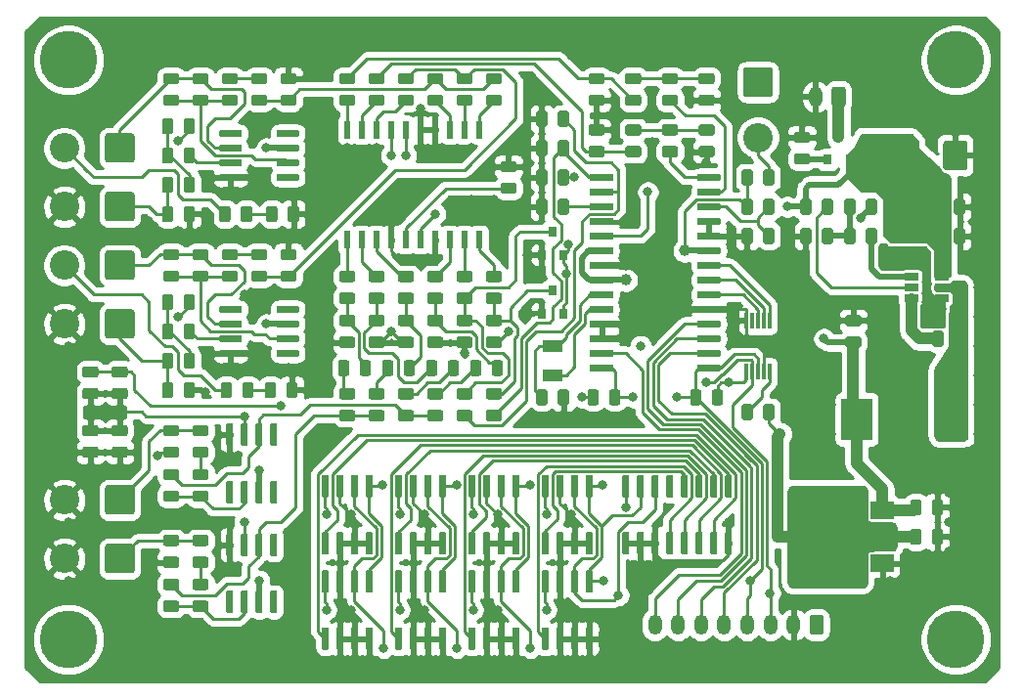
<source format=gtl>
G04 #@! TF.GenerationSoftware,KiCad,Pcbnew,5.1.5+dfsg1-2build2*
G04 #@! TF.CreationDate,2020-07-01T20:14:48+02:00*
G04 #@! TF.ProjectId,spinnaker,7370696e-6e61-46b6-9572-2e6b69636164,rev?*
G04 #@! TF.SameCoordinates,Original*
G04 #@! TF.FileFunction,Copper,L1,Top*
G04 #@! TF.FilePolarity,Positive*
%FSLAX46Y46*%
G04 Gerber Fmt 4.6, Leading zero omitted, Abs format (unit mm)*
G04 Created by KiCad (PCBNEW 5.1.5+dfsg1-2build2) date 2020-07-01 20:14:48*
%MOMM*%
%LPD*%
G04 APERTURE LIST*
%ADD10C,0.100000*%
%ADD11C,5.000000*%
%ADD12C,0.800000*%
%ADD13R,2.000000X1.500000*%
%ADD14R,2.000000X3.800000*%
%ADD15R,0.600000X1.500000*%
%ADD16R,0.300000X1.400000*%
%ADD17R,0.800000X0.900000*%
%ADD18C,2.550000*%
%ADD19R,1.220000X0.650000*%
%ADD20R,1.800000X1.000000*%
%ADD21R,2.700000X3.600000*%
%ADD22O,1.200000X1.750000*%
%ADD23C,1.000000*%
%ADD24C,0.250000*%
%ADD25C,0.508000*%
%ADD26C,1.016000*%
%ADD27C,0.254000*%
G04 APERTURE END LIST*
G04 #@! TA.AperFunction,SMDPad,CuDef*
D10*
G36*
X163654703Y-72090722D02*
G01*
X163669264Y-72092882D01*
X163683543Y-72096459D01*
X163697403Y-72101418D01*
X163710710Y-72107712D01*
X163723336Y-72115280D01*
X163735159Y-72124048D01*
X163746066Y-72133934D01*
X163755952Y-72144841D01*
X163764720Y-72156664D01*
X163772288Y-72169290D01*
X163778582Y-72182597D01*
X163783541Y-72196457D01*
X163787118Y-72210736D01*
X163789278Y-72225297D01*
X163790000Y-72240000D01*
X163790000Y-72540000D01*
X163789278Y-72554703D01*
X163787118Y-72569264D01*
X163783541Y-72583543D01*
X163778582Y-72597403D01*
X163772288Y-72610710D01*
X163764720Y-72623336D01*
X163755952Y-72635159D01*
X163746066Y-72646066D01*
X163735159Y-72655952D01*
X163723336Y-72664720D01*
X163710710Y-72672288D01*
X163697403Y-72678582D01*
X163683543Y-72683541D01*
X163669264Y-72687118D01*
X163654703Y-72689278D01*
X163640000Y-72690000D01*
X161890000Y-72690000D01*
X161875297Y-72689278D01*
X161860736Y-72687118D01*
X161846457Y-72683541D01*
X161832597Y-72678582D01*
X161819290Y-72672288D01*
X161806664Y-72664720D01*
X161794841Y-72655952D01*
X161783934Y-72646066D01*
X161774048Y-72635159D01*
X161765280Y-72623336D01*
X161757712Y-72610710D01*
X161751418Y-72597403D01*
X161746459Y-72583543D01*
X161742882Y-72569264D01*
X161740722Y-72554703D01*
X161740000Y-72540000D01*
X161740000Y-72240000D01*
X161740722Y-72225297D01*
X161742882Y-72210736D01*
X161746459Y-72196457D01*
X161751418Y-72182597D01*
X161757712Y-72169290D01*
X161765280Y-72156664D01*
X161774048Y-72144841D01*
X161783934Y-72133934D01*
X161794841Y-72124048D01*
X161806664Y-72115280D01*
X161819290Y-72107712D01*
X161832597Y-72101418D01*
X161846457Y-72096459D01*
X161860736Y-72092882D01*
X161875297Y-72090722D01*
X161890000Y-72090000D01*
X163640000Y-72090000D01*
X163654703Y-72090722D01*
G37*
G04 #@! TD.AperFunction*
G04 #@! TA.AperFunction,SMDPad,CuDef*
G36*
X163654703Y-73360722D02*
G01*
X163669264Y-73362882D01*
X163683543Y-73366459D01*
X163697403Y-73371418D01*
X163710710Y-73377712D01*
X163723336Y-73385280D01*
X163735159Y-73394048D01*
X163746066Y-73403934D01*
X163755952Y-73414841D01*
X163764720Y-73426664D01*
X163772288Y-73439290D01*
X163778582Y-73452597D01*
X163783541Y-73466457D01*
X163787118Y-73480736D01*
X163789278Y-73495297D01*
X163790000Y-73510000D01*
X163790000Y-73810000D01*
X163789278Y-73824703D01*
X163787118Y-73839264D01*
X163783541Y-73853543D01*
X163778582Y-73867403D01*
X163772288Y-73880710D01*
X163764720Y-73893336D01*
X163755952Y-73905159D01*
X163746066Y-73916066D01*
X163735159Y-73925952D01*
X163723336Y-73934720D01*
X163710710Y-73942288D01*
X163697403Y-73948582D01*
X163683543Y-73953541D01*
X163669264Y-73957118D01*
X163654703Y-73959278D01*
X163640000Y-73960000D01*
X161890000Y-73960000D01*
X161875297Y-73959278D01*
X161860736Y-73957118D01*
X161846457Y-73953541D01*
X161832597Y-73948582D01*
X161819290Y-73942288D01*
X161806664Y-73934720D01*
X161794841Y-73925952D01*
X161783934Y-73916066D01*
X161774048Y-73905159D01*
X161765280Y-73893336D01*
X161757712Y-73880710D01*
X161751418Y-73867403D01*
X161746459Y-73853543D01*
X161742882Y-73839264D01*
X161740722Y-73824703D01*
X161740000Y-73810000D01*
X161740000Y-73510000D01*
X161740722Y-73495297D01*
X161742882Y-73480736D01*
X161746459Y-73466457D01*
X161751418Y-73452597D01*
X161757712Y-73439290D01*
X161765280Y-73426664D01*
X161774048Y-73414841D01*
X161783934Y-73403934D01*
X161794841Y-73394048D01*
X161806664Y-73385280D01*
X161819290Y-73377712D01*
X161832597Y-73371418D01*
X161846457Y-73366459D01*
X161860736Y-73362882D01*
X161875297Y-73360722D01*
X161890000Y-73360000D01*
X163640000Y-73360000D01*
X163654703Y-73360722D01*
G37*
G04 #@! TD.AperFunction*
G04 #@! TA.AperFunction,SMDPad,CuDef*
G36*
X163654703Y-74630722D02*
G01*
X163669264Y-74632882D01*
X163683543Y-74636459D01*
X163697403Y-74641418D01*
X163710710Y-74647712D01*
X163723336Y-74655280D01*
X163735159Y-74664048D01*
X163746066Y-74673934D01*
X163755952Y-74684841D01*
X163764720Y-74696664D01*
X163772288Y-74709290D01*
X163778582Y-74722597D01*
X163783541Y-74736457D01*
X163787118Y-74750736D01*
X163789278Y-74765297D01*
X163790000Y-74780000D01*
X163790000Y-75080000D01*
X163789278Y-75094703D01*
X163787118Y-75109264D01*
X163783541Y-75123543D01*
X163778582Y-75137403D01*
X163772288Y-75150710D01*
X163764720Y-75163336D01*
X163755952Y-75175159D01*
X163746066Y-75186066D01*
X163735159Y-75195952D01*
X163723336Y-75204720D01*
X163710710Y-75212288D01*
X163697403Y-75218582D01*
X163683543Y-75223541D01*
X163669264Y-75227118D01*
X163654703Y-75229278D01*
X163640000Y-75230000D01*
X161890000Y-75230000D01*
X161875297Y-75229278D01*
X161860736Y-75227118D01*
X161846457Y-75223541D01*
X161832597Y-75218582D01*
X161819290Y-75212288D01*
X161806664Y-75204720D01*
X161794841Y-75195952D01*
X161783934Y-75186066D01*
X161774048Y-75175159D01*
X161765280Y-75163336D01*
X161757712Y-75150710D01*
X161751418Y-75137403D01*
X161746459Y-75123543D01*
X161742882Y-75109264D01*
X161740722Y-75094703D01*
X161740000Y-75080000D01*
X161740000Y-74780000D01*
X161740722Y-74765297D01*
X161742882Y-74750736D01*
X161746459Y-74736457D01*
X161751418Y-74722597D01*
X161757712Y-74709290D01*
X161765280Y-74696664D01*
X161774048Y-74684841D01*
X161783934Y-74673934D01*
X161794841Y-74664048D01*
X161806664Y-74655280D01*
X161819290Y-74647712D01*
X161832597Y-74641418D01*
X161846457Y-74636459D01*
X161860736Y-74632882D01*
X161875297Y-74630722D01*
X161890000Y-74630000D01*
X163640000Y-74630000D01*
X163654703Y-74630722D01*
G37*
G04 #@! TD.AperFunction*
G04 #@! TA.AperFunction,SMDPad,CuDef*
G36*
X163654703Y-75900722D02*
G01*
X163669264Y-75902882D01*
X163683543Y-75906459D01*
X163697403Y-75911418D01*
X163710710Y-75917712D01*
X163723336Y-75925280D01*
X163735159Y-75934048D01*
X163746066Y-75943934D01*
X163755952Y-75954841D01*
X163764720Y-75966664D01*
X163772288Y-75979290D01*
X163778582Y-75992597D01*
X163783541Y-76006457D01*
X163787118Y-76020736D01*
X163789278Y-76035297D01*
X163790000Y-76050000D01*
X163790000Y-76350000D01*
X163789278Y-76364703D01*
X163787118Y-76379264D01*
X163783541Y-76393543D01*
X163778582Y-76407403D01*
X163772288Y-76420710D01*
X163764720Y-76433336D01*
X163755952Y-76445159D01*
X163746066Y-76456066D01*
X163735159Y-76465952D01*
X163723336Y-76474720D01*
X163710710Y-76482288D01*
X163697403Y-76488582D01*
X163683543Y-76493541D01*
X163669264Y-76497118D01*
X163654703Y-76499278D01*
X163640000Y-76500000D01*
X161890000Y-76500000D01*
X161875297Y-76499278D01*
X161860736Y-76497118D01*
X161846457Y-76493541D01*
X161832597Y-76488582D01*
X161819290Y-76482288D01*
X161806664Y-76474720D01*
X161794841Y-76465952D01*
X161783934Y-76456066D01*
X161774048Y-76445159D01*
X161765280Y-76433336D01*
X161757712Y-76420710D01*
X161751418Y-76407403D01*
X161746459Y-76393543D01*
X161742882Y-76379264D01*
X161740722Y-76364703D01*
X161740000Y-76350000D01*
X161740000Y-76050000D01*
X161740722Y-76035297D01*
X161742882Y-76020736D01*
X161746459Y-76006457D01*
X161751418Y-75992597D01*
X161757712Y-75979290D01*
X161765280Y-75966664D01*
X161774048Y-75954841D01*
X161783934Y-75943934D01*
X161794841Y-75934048D01*
X161806664Y-75925280D01*
X161819290Y-75917712D01*
X161832597Y-75911418D01*
X161846457Y-75906459D01*
X161860736Y-75902882D01*
X161875297Y-75900722D01*
X161890000Y-75900000D01*
X163640000Y-75900000D01*
X163654703Y-75900722D01*
G37*
G04 #@! TD.AperFunction*
G04 #@! TA.AperFunction,SMDPad,CuDef*
G36*
X163654703Y-77170722D02*
G01*
X163669264Y-77172882D01*
X163683543Y-77176459D01*
X163697403Y-77181418D01*
X163710710Y-77187712D01*
X163723336Y-77195280D01*
X163735159Y-77204048D01*
X163746066Y-77213934D01*
X163755952Y-77224841D01*
X163764720Y-77236664D01*
X163772288Y-77249290D01*
X163778582Y-77262597D01*
X163783541Y-77276457D01*
X163787118Y-77290736D01*
X163789278Y-77305297D01*
X163790000Y-77320000D01*
X163790000Y-77620000D01*
X163789278Y-77634703D01*
X163787118Y-77649264D01*
X163783541Y-77663543D01*
X163778582Y-77677403D01*
X163772288Y-77690710D01*
X163764720Y-77703336D01*
X163755952Y-77715159D01*
X163746066Y-77726066D01*
X163735159Y-77735952D01*
X163723336Y-77744720D01*
X163710710Y-77752288D01*
X163697403Y-77758582D01*
X163683543Y-77763541D01*
X163669264Y-77767118D01*
X163654703Y-77769278D01*
X163640000Y-77770000D01*
X161890000Y-77770000D01*
X161875297Y-77769278D01*
X161860736Y-77767118D01*
X161846457Y-77763541D01*
X161832597Y-77758582D01*
X161819290Y-77752288D01*
X161806664Y-77744720D01*
X161794841Y-77735952D01*
X161783934Y-77726066D01*
X161774048Y-77715159D01*
X161765280Y-77703336D01*
X161757712Y-77690710D01*
X161751418Y-77677403D01*
X161746459Y-77663543D01*
X161742882Y-77649264D01*
X161740722Y-77634703D01*
X161740000Y-77620000D01*
X161740000Y-77320000D01*
X161740722Y-77305297D01*
X161742882Y-77290736D01*
X161746459Y-77276457D01*
X161751418Y-77262597D01*
X161757712Y-77249290D01*
X161765280Y-77236664D01*
X161774048Y-77224841D01*
X161783934Y-77213934D01*
X161794841Y-77204048D01*
X161806664Y-77195280D01*
X161819290Y-77187712D01*
X161832597Y-77181418D01*
X161846457Y-77176459D01*
X161860736Y-77172882D01*
X161875297Y-77170722D01*
X161890000Y-77170000D01*
X163640000Y-77170000D01*
X163654703Y-77170722D01*
G37*
G04 #@! TD.AperFunction*
G04 #@! TA.AperFunction,SMDPad,CuDef*
G36*
X163654703Y-78440722D02*
G01*
X163669264Y-78442882D01*
X163683543Y-78446459D01*
X163697403Y-78451418D01*
X163710710Y-78457712D01*
X163723336Y-78465280D01*
X163735159Y-78474048D01*
X163746066Y-78483934D01*
X163755952Y-78494841D01*
X163764720Y-78506664D01*
X163772288Y-78519290D01*
X163778582Y-78532597D01*
X163783541Y-78546457D01*
X163787118Y-78560736D01*
X163789278Y-78575297D01*
X163790000Y-78590000D01*
X163790000Y-78890000D01*
X163789278Y-78904703D01*
X163787118Y-78919264D01*
X163783541Y-78933543D01*
X163778582Y-78947403D01*
X163772288Y-78960710D01*
X163764720Y-78973336D01*
X163755952Y-78985159D01*
X163746066Y-78996066D01*
X163735159Y-79005952D01*
X163723336Y-79014720D01*
X163710710Y-79022288D01*
X163697403Y-79028582D01*
X163683543Y-79033541D01*
X163669264Y-79037118D01*
X163654703Y-79039278D01*
X163640000Y-79040000D01*
X161890000Y-79040000D01*
X161875297Y-79039278D01*
X161860736Y-79037118D01*
X161846457Y-79033541D01*
X161832597Y-79028582D01*
X161819290Y-79022288D01*
X161806664Y-79014720D01*
X161794841Y-79005952D01*
X161783934Y-78996066D01*
X161774048Y-78985159D01*
X161765280Y-78973336D01*
X161757712Y-78960710D01*
X161751418Y-78947403D01*
X161746459Y-78933543D01*
X161742882Y-78919264D01*
X161740722Y-78904703D01*
X161740000Y-78890000D01*
X161740000Y-78590000D01*
X161740722Y-78575297D01*
X161742882Y-78560736D01*
X161746459Y-78546457D01*
X161751418Y-78532597D01*
X161757712Y-78519290D01*
X161765280Y-78506664D01*
X161774048Y-78494841D01*
X161783934Y-78483934D01*
X161794841Y-78474048D01*
X161806664Y-78465280D01*
X161819290Y-78457712D01*
X161832597Y-78451418D01*
X161846457Y-78446459D01*
X161860736Y-78442882D01*
X161875297Y-78440722D01*
X161890000Y-78440000D01*
X163640000Y-78440000D01*
X163654703Y-78440722D01*
G37*
G04 #@! TD.AperFunction*
G04 #@! TA.AperFunction,SMDPad,CuDef*
G36*
X163654703Y-79710722D02*
G01*
X163669264Y-79712882D01*
X163683543Y-79716459D01*
X163697403Y-79721418D01*
X163710710Y-79727712D01*
X163723336Y-79735280D01*
X163735159Y-79744048D01*
X163746066Y-79753934D01*
X163755952Y-79764841D01*
X163764720Y-79776664D01*
X163772288Y-79789290D01*
X163778582Y-79802597D01*
X163783541Y-79816457D01*
X163787118Y-79830736D01*
X163789278Y-79845297D01*
X163790000Y-79860000D01*
X163790000Y-80160000D01*
X163789278Y-80174703D01*
X163787118Y-80189264D01*
X163783541Y-80203543D01*
X163778582Y-80217403D01*
X163772288Y-80230710D01*
X163764720Y-80243336D01*
X163755952Y-80255159D01*
X163746066Y-80266066D01*
X163735159Y-80275952D01*
X163723336Y-80284720D01*
X163710710Y-80292288D01*
X163697403Y-80298582D01*
X163683543Y-80303541D01*
X163669264Y-80307118D01*
X163654703Y-80309278D01*
X163640000Y-80310000D01*
X161890000Y-80310000D01*
X161875297Y-80309278D01*
X161860736Y-80307118D01*
X161846457Y-80303541D01*
X161832597Y-80298582D01*
X161819290Y-80292288D01*
X161806664Y-80284720D01*
X161794841Y-80275952D01*
X161783934Y-80266066D01*
X161774048Y-80255159D01*
X161765280Y-80243336D01*
X161757712Y-80230710D01*
X161751418Y-80217403D01*
X161746459Y-80203543D01*
X161742882Y-80189264D01*
X161740722Y-80174703D01*
X161740000Y-80160000D01*
X161740000Y-79860000D01*
X161740722Y-79845297D01*
X161742882Y-79830736D01*
X161746459Y-79816457D01*
X161751418Y-79802597D01*
X161757712Y-79789290D01*
X161765280Y-79776664D01*
X161774048Y-79764841D01*
X161783934Y-79753934D01*
X161794841Y-79744048D01*
X161806664Y-79735280D01*
X161819290Y-79727712D01*
X161832597Y-79721418D01*
X161846457Y-79716459D01*
X161860736Y-79712882D01*
X161875297Y-79710722D01*
X161890000Y-79710000D01*
X163640000Y-79710000D01*
X163654703Y-79710722D01*
G37*
G04 #@! TD.AperFunction*
G04 #@! TA.AperFunction,SMDPad,CuDef*
G36*
X163654703Y-80980722D02*
G01*
X163669264Y-80982882D01*
X163683543Y-80986459D01*
X163697403Y-80991418D01*
X163710710Y-80997712D01*
X163723336Y-81005280D01*
X163735159Y-81014048D01*
X163746066Y-81023934D01*
X163755952Y-81034841D01*
X163764720Y-81046664D01*
X163772288Y-81059290D01*
X163778582Y-81072597D01*
X163783541Y-81086457D01*
X163787118Y-81100736D01*
X163789278Y-81115297D01*
X163790000Y-81130000D01*
X163790000Y-81430000D01*
X163789278Y-81444703D01*
X163787118Y-81459264D01*
X163783541Y-81473543D01*
X163778582Y-81487403D01*
X163772288Y-81500710D01*
X163764720Y-81513336D01*
X163755952Y-81525159D01*
X163746066Y-81536066D01*
X163735159Y-81545952D01*
X163723336Y-81554720D01*
X163710710Y-81562288D01*
X163697403Y-81568582D01*
X163683543Y-81573541D01*
X163669264Y-81577118D01*
X163654703Y-81579278D01*
X163640000Y-81580000D01*
X161890000Y-81580000D01*
X161875297Y-81579278D01*
X161860736Y-81577118D01*
X161846457Y-81573541D01*
X161832597Y-81568582D01*
X161819290Y-81562288D01*
X161806664Y-81554720D01*
X161794841Y-81545952D01*
X161783934Y-81536066D01*
X161774048Y-81525159D01*
X161765280Y-81513336D01*
X161757712Y-81500710D01*
X161751418Y-81487403D01*
X161746459Y-81473543D01*
X161742882Y-81459264D01*
X161740722Y-81444703D01*
X161740000Y-81430000D01*
X161740000Y-81130000D01*
X161740722Y-81115297D01*
X161742882Y-81100736D01*
X161746459Y-81086457D01*
X161751418Y-81072597D01*
X161757712Y-81059290D01*
X161765280Y-81046664D01*
X161774048Y-81034841D01*
X161783934Y-81023934D01*
X161794841Y-81014048D01*
X161806664Y-81005280D01*
X161819290Y-80997712D01*
X161832597Y-80991418D01*
X161846457Y-80986459D01*
X161860736Y-80982882D01*
X161875297Y-80980722D01*
X161890000Y-80980000D01*
X163640000Y-80980000D01*
X163654703Y-80980722D01*
G37*
G04 #@! TD.AperFunction*
G04 #@! TA.AperFunction,SMDPad,CuDef*
G36*
X163654703Y-82250722D02*
G01*
X163669264Y-82252882D01*
X163683543Y-82256459D01*
X163697403Y-82261418D01*
X163710710Y-82267712D01*
X163723336Y-82275280D01*
X163735159Y-82284048D01*
X163746066Y-82293934D01*
X163755952Y-82304841D01*
X163764720Y-82316664D01*
X163772288Y-82329290D01*
X163778582Y-82342597D01*
X163783541Y-82356457D01*
X163787118Y-82370736D01*
X163789278Y-82385297D01*
X163790000Y-82400000D01*
X163790000Y-82700000D01*
X163789278Y-82714703D01*
X163787118Y-82729264D01*
X163783541Y-82743543D01*
X163778582Y-82757403D01*
X163772288Y-82770710D01*
X163764720Y-82783336D01*
X163755952Y-82795159D01*
X163746066Y-82806066D01*
X163735159Y-82815952D01*
X163723336Y-82824720D01*
X163710710Y-82832288D01*
X163697403Y-82838582D01*
X163683543Y-82843541D01*
X163669264Y-82847118D01*
X163654703Y-82849278D01*
X163640000Y-82850000D01*
X161890000Y-82850000D01*
X161875297Y-82849278D01*
X161860736Y-82847118D01*
X161846457Y-82843541D01*
X161832597Y-82838582D01*
X161819290Y-82832288D01*
X161806664Y-82824720D01*
X161794841Y-82815952D01*
X161783934Y-82806066D01*
X161774048Y-82795159D01*
X161765280Y-82783336D01*
X161757712Y-82770710D01*
X161751418Y-82757403D01*
X161746459Y-82743543D01*
X161742882Y-82729264D01*
X161740722Y-82714703D01*
X161740000Y-82700000D01*
X161740000Y-82400000D01*
X161740722Y-82385297D01*
X161742882Y-82370736D01*
X161746459Y-82356457D01*
X161751418Y-82342597D01*
X161757712Y-82329290D01*
X161765280Y-82316664D01*
X161774048Y-82304841D01*
X161783934Y-82293934D01*
X161794841Y-82284048D01*
X161806664Y-82275280D01*
X161819290Y-82267712D01*
X161832597Y-82261418D01*
X161846457Y-82256459D01*
X161860736Y-82252882D01*
X161875297Y-82250722D01*
X161890000Y-82250000D01*
X163640000Y-82250000D01*
X163654703Y-82250722D01*
G37*
G04 #@! TD.AperFunction*
G04 #@! TA.AperFunction,SMDPad,CuDef*
G36*
X163654703Y-83520722D02*
G01*
X163669264Y-83522882D01*
X163683543Y-83526459D01*
X163697403Y-83531418D01*
X163710710Y-83537712D01*
X163723336Y-83545280D01*
X163735159Y-83554048D01*
X163746066Y-83563934D01*
X163755952Y-83574841D01*
X163764720Y-83586664D01*
X163772288Y-83599290D01*
X163778582Y-83612597D01*
X163783541Y-83626457D01*
X163787118Y-83640736D01*
X163789278Y-83655297D01*
X163790000Y-83670000D01*
X163790000Y-83970000D01*
X163789278Y-83984703D01*
X163787118Y-83999264D01*
X163783541Y-84013543D01*
X163778582Y-84027403D01*
X163772288Y-84040710D01*
X163764720Y-84053336D01*
X163755952Y-84065159D01*
X163746066Y-84076066D01*
X163735159Y-84085952D01*
X163723336Y-84094720D01*
X163710710Y-84102288D01*
X163697403Y-84108582D01*
X163683543Y-84113541D01*
X163669264Y-84117118D01*
X163654703Y-84119278D01*
X163640000Y-84120000D01*
X161890000Y-84120000D01*
X161875297Y-84119278D01*
X161860736Y-84117118D01*
X161846457Y-84113541D01*
X161832597Y-84108582D01*
X161819290Y-84102288D01*
X161806664Y-84094720D01*
X161794841Y-84085952D01*
X161783934Y-84076066D01*
X161774048Y-84065159D01*
X161765280Y-84053336D01*
X161757712Y-84040710D01*
X161751418Y-84027403D01*
X161746459Y-84013543D01*
X161742882Y-83999264D01*
X161740722Y-83984703D01*
X161740000Y-83970000D01*
X161740000Y-83670000D01*
X161740722Y-83655297D01*
X161742882Y-83640736D01*
X161746459Y-83626457D01*
X161751418Y-83612597D01*
X161757712Y-83599290D01*
X161765280Y-83586664D01*
X161774048Y-83574841D01*
X161783934Y-83563934D01*
X161794841Y-83554048D01*
X161806664Y-83545280D01*
X161819290Y-83537712D01*
X161832597Y-83531418D01*
X161846457Y-83526459D01*
X161860736Y-83522882D01*
X161875297Y-83520722D01*
X161890000Y-83520000D01*
X163640000Y-83520000D01*
X163654703Y-83520722D01*
G37*
G04 #@! TD.AperFunction*
G04 #@! TA.AperFunction,SMDPad,CuDef*
G36*
X163654703Y-84790722D02*
G01*
X163669264Y-84792882D01*
X163683543Y-84796459D01*
X163697403Y-84801418D01*
X163710710Y-84807712D01*
X163723336Y-84815280D01*
X163735159Y-84824048D01*
X163746066Y-84833934D01*
X163755952Y-84844841D01*
X163764720Y-84856664D01*
X163772288Y-84869290D01*
X163778582Y-84882597D01*
X163783541Y-84896457D01*
X163787118Y-84910736D01*
X163789278Y-84925297D01*
X163790000Y-84940000D01*
X163790000Y-85240000D01*
X163789278Y-85254703D01*
X163787118Y-85269264D01*
X163783541Y-85283543D01*
X163778582Y-85297403D01*
X163772288Y-85310710D01*
X163764720Y-85323336D01*
X163755952Y-85335159D01*
X163746066Y-85346066D01*
X163735159Y-85355952D01*
X163723336Y-85364720D01*
X163710710Y-85372288D01*
X163697403Y-85378582D01*
X163683543Y-85383541D01*
X163669264Y-85387118D01*
X163654703Y-85389278D01*
X163640000Y-85390000D01*
X161890000Y-85390000D01*
X161875297Y-85389278D01*
X161860736Y-85387118D01*
X161846457Y-85383541D01*
X161832597Y-85378582D01*
X161819290Y-85372288D01*
X161806664Y-85364720D01*
X161794841Y-85355952D01*
X161783934Y-85346066D01*
X161774048Y-85335159D01*
X161765280Y-85323336D01*
X161757712Y-85310710D01*
X161751418Y-85297403D01*
X161746459Y-85283543D01*
X161742882Y-85269264D01*
X161740722Y-85254703D01*
X161740000Y-85240000D01*
X161740000Y-84940000D01*
X161740722Y-84925297D01*
X161742882Y-84910736D01*
X161746459Y-84896457D01*
X161751418Y-84882597D01*
X161757712Y-84869290D01*
X161765280Y-84856664D01*
X161774048Y-84844841D01*
X161783934Y-84833934D01*
X161794841Y-84824048D01*
X161806664Y-84815280D01*
X161819290Y-84807712D01*
X161832597Y-84801418D01*
X161846457Y-84796459D01*
X161860736Y-84792882D01*
X161875297Y-84790722D01*
X161890000Y-84790000D01*
X163640000Y-84790000D01*
X163654703Y-84790722D01*
G37*
G04 #@! TD.AperFunction*
G04 #@! TA.AperFunction,SMDPad,CuDef*
G36*
X163654703Y-86060722D02*
G01*
X163669264Y-86062882D01*
X163683543Y-86066459D01*
X163697403Y-86071418D01*
X163710710Y-86077712D01*
X163723336Y-86085280D01*
X163735159Y-86094048D01*
X163746066Y-86103934D01*
X163755952Y-86114841D01*
X163764720Y-86126664D01*
X163772288Y-86139290D01*
X163778582Y-86152597D01*
X163783541Y-86166457D01*
X163787118Y-86180736D01*
X163789278Y-86195297D01*
X163790000Y-86210000D01*
X163790000Y-86510000D01*
X163789278Y-86524703D01*
X163787118Y-86539264D01*
X163783541Y-86553543D01*
X163778582Y-86567403D01*
X163772288Y-86580710D01*
X163764720Y-86593336D01*
X163755952Y-86605159D01*
X163746066Y-86616066D01*
X163735159Y-86625952D01*
X163723336Y-86634720D01*
X163710710Y-86642288D01*
X163697403Y-86648582D01*
X163683543Y-86653541D01*
X163669264Y-86657118D01*
X163654703Y-86659278D01*
X163640000Y-86660000D01*
X161890000Y-86660000D01*
X161875297Y-86659278D01*
X161860736Y-86657118D01*
X161846457Y-86653541D01*
X161832597Y-86648582D01*
X161819290Y-86642288D01*
X161806664Y-86634720D01*
X161794841Y-86625952D01*
X161783934Y-86616066D01*
X161774048Y-86605159D01*
X161765280Y-86593336D01*
X161757712Y-86580710D01*
X161751418Y-86567403D01*
X161746459Y-86553543D01*
X161742882Y-86539264D01*
X161740722Y-86524703D01*
X161740000Y-86510000D01*
X161740000Y-86210000D01*
X161740722Y-86195297D01*
X161742882Y-86180736D01*
X161746459Y-86166457D01*
X161751418Y-86152597D01*
X161757712Y-86139290D01*
X161765280Y-86126664D01*
X161774048Y-86114841D01*
X161783934Y-86103934D01*
X161794841Y-86094048D01*
X161806664Y-86085280D01*
X161819290Y-86077712D01*
X161832597Y-86071418D01*
X161846457Y-86066459D01*
X161860736Y-86062882D01*
X161875297Y-86060722D01*
X161890000Y-86060000D01*
X163640000Y-86060000D01*
X163654703Y-86060722D01*
G37*
G04 #@! TD.AperFunction*
G04 #@! TA.AperFunction,SMDPad,CuDef*
G36*
X163654703Y-87330722D02*
G01*
X163669264Y-87332882D01*
X163683543Y-87336459D01*
X163697403Y-87341418D01*
X163710710Y-87347712D01*
X163723336Y-87355280D01*
X163735159Y-87364048D01*
X163746066Y-87373934D01*
X163755952Y-87384841D01*
X163764720Y-87396664D01*
X163772288Y-87409290D01*
X163778582Y-87422597D01*
X163783541Y-87436457D01*
X163787118Y-87450736D01*
X163789278Y-87465297D01*
X163790000Y-87480000D01*
X163790000Y-87780000D01*
X163789278Y-87794703D01*
X163787118Y-87809264D01*
X163783541Y-87823543D01*
X163778582Y-87837403D01*
X163772288Y-87850710D01*
X163764720Y-87863336D01*
X163755952Y-87875159D01*
X163746066Y-87886066D01*
X163735159Y-87895952D01*
X163723336Y-87904720D01*
X163710710Y-87912288D01*
X163697403Y-87918582D01*
X163683543Y-87923541D01*
X163669264Y-87927118D01*
X163654703Y-87929278D01*
X163640000Y-87930000D01*
X161890000Y-87930000D01*
X161875297Y-87929278D01*
X161860736Y-87927118D01*
X161846457Y-87923541D01*
X161832597Y-87918582D01*
X161819290Y-87912288D01*
X161806664Y-87904720D01*
X161794841Y-87895952D01*
X161783934Y-87886066D01*
X161774048Y-87875159D01*
X161765280Y-87863336D01*
X161757712Y-87850710D01*
X161751418Y-87837403D01*
X161746459Y-87823543D01*
X161742882Y-87809264D01*
X161740722Y-87794703D01*
X161740000Y-87780000D01*
X161740000Y-87480000D01*
X161740722Y-87465297D01*
X161742882Y-87450736D01*
X161746459Y-87436457D01*
X161751418Y-87422597D01*
X161757712Y-87409290D01*
X161765280Y-87396664D01*
X161774048Y-87384841D01*
X161783934Y-87373934D01*
X161794841Y-87364048D01*
X161806664Y-87355280D01*
X161819290Y-87347712D01*
X161832597Y-87341418D01*
X161846457Y-87336459D01*
X161860736Y-87332882D01*
X161875297Y-87330722D01*
X161890000Y-87330000D01*
X163640000Y-87330000D01*
X163654703Y-87330722D01*
G37*
G04 #@! TD.AperFunction*
G04 #@! TA.AperFunction,SMDPad,CuDef*
G36*
X163654703Y-88600722D02*
G01*
X163669264Y-88602882D01*
X163683543Y-88606459D01*
X163697403Y-88611418D01*
X163710710Y-88617712D01*
X163723336Y-88625280D01*
X163735159Y-88634048D01*
X163746066Y-88643934D01*
X163755952Y-88654841D01*
X163764720Y-88666664D01*
X163772288Y-88679290D01*
X163778582Y-88692597D01*
X163783541Y-88706457D01*
X163787118Y-88720736D01*
X163789278Y-88735297D01*
X163790000Y-88750000D01*
X163790000Y-89050000D01*
X163789278Y-89064703D01*
X163787118Y-89079264D01*
X163783541Y-89093543D01*
X163778582Y-89107403D01*
X163772288Y-89120710D01*
X163764720Y-89133336D01*
X163755952Y-89145159D01*
X163746066Y-89156066D01*
X163735159Y-89165952D01*
X163723336Y-89174720D01*
X163710710Y-89182288D01*
X163697403Y-89188582D01*
X163683543Y-89193541D01*
X163669264Y-89197118D01*
X163654703Y-89199278D01*
X163640000Y-89200000D01*
X161890000Y-89200000D01*
X161875297Y-89199278D01*
X161860736Y-89197118D01*
X161846457Y-89193541D01*
X161832597Y-89188582D01*
X161819290Y-89182288D01*
X161806664Y-89174720D01*
X161794841Y-89165952D01*
X161783934Y-89156066D01*
X161774048Y-89145159D01*
X161765280Y-89133336D01*
X161757712Y-89120710D01*
X161751418Y-89107403D01*
X161746459Y-89093543D01*
X161742882Y-89079264D01*
X161740722Y-89064703D01*
X161740000Y-89050000D01*
X161740000Y-88750000D01*
X161740722Y-88735297D01*
X161742882Y-88720736D01*
X161746459Y-88706457D01*
X161751418Y-88692597D01*
X161757712Y-88679290D01*
X161765280Y-88666664D01*
X161774048Y-88654841D01*
X161783934Y-88643934D01*
X161794841Y-88634048D01*
X161806664Y-88625280D01*
X161819290Y-88617712D01*
X161832597Y-88611418D01*
X161846457Y-88606459D01*
X161860736Y-88602882D01*
X161875297Y-88600722D01*
X161890000Y-88600000D01*
X163640000Y-88600000D01*
X163654703Y-88600722D01*
G37*
G04 #@! TD.AperFunction*
G04 #@! TA.AperFunction,SMDPad,CuDef*
G36*
X154354703Y-88600722D02*
G01*
X154369264Y-88602882D01*
X154383543Y-88606459D01*
X154397403Y-88611418D01*
X154410710Y-88617712D01*
X154423336Y-88625280D01*
X154435159Y-88634048D01*
X154446066Y-88643934D01*
X154455952Y-88654841D01*
X154464720Y-88666664D01*
X154472288Y-88679290D01*
X154478582Y-88692597D01*
X154483541Y-88706457D01*
X154487118Y-88720736D01*
X154489278Y-88735297D01*
X154490000Y-88750000D01*
X154490000Y-89050000D01*
X154489278Y-89064703D01*
X154487118Y-89079264D01*
X154483541Y-89093543D01*
X154478582Y-89107403D01*
X154472288Y-89120710D01*
X154464720Y-89133336D01*
X154455952Y-89145159D01*
X154446066Y-89156066D01*
X154435159Y-89165952D01*
X154423336Y-89174720D01*
X154410710Y-89182288D01*
X154397403Y-89188582D01*
X154383543Y-89193541D01*
X154369264Y-89197118D01*
X154354703Y-89199278D01*
X154340000Y-89200000D01*
X152590000Y-89200000D01*
X152575297Y-89199278D01*
X152560736Y-89197118D01*
X152546457Y-89193541D01*
X152532597Y-89188582D01*
X152519290Y-89182288D01*
X152506664Y-89174720D01*
X152494841Y-89165952D01*
X152483934Y-89156066D01*
X152474048Y-89145159D01*
X152465280Y-89133336D01*
X152457712Y-89120710D01*
X152451418Y-89107403D01*
X152446459Y-89093543D01*
X152442882Y-89079264D01*
X152440722Y-89064703D01*
X152440000Y-89050000D01*
X152440000Y-88750000D01*
X152440722Y-88735297D01*
X152442882Y-88720736D01*
X152446459Y-88706457D01*
X152451418Y-88692597D01*
X152457712Y-88679290D01*
X152465280Y-88666664D01*
X152474048Y-88654841D01*
X152483934Y-88643934D01*
X152494841Y-88634048D01*
X152506664Y-88625280D01*
X152519290Y-88617712D01*
X152532597Y-88611418D01*
X152546457Y-88606459D01*
X152560736Y-88602882D01*
X152575297Y-88600722D01*
X152590000Y-88600000D01*
X154340000Y-88600000D01*
X154354703Y-88600722D01*
G37*
G04 #@! TD.AperFunction*
G04 #@! TA.AperFunction,SMDPad,CuDef*
G36*
X154354703Y-87330722D02*
G01*
X154369264Y-87332882D01*
X154383543Y-87336459D01*
X154397403Y-87341418D01*
X154410710Y-87347712D01*
X154423336Y-87355280D01*
X154435159Y-87364048D01*
X154446066Y-87373934D01*
X154455952Y-87384841D01*
X154464720Y-87396664D01*
X154472288Y-87409290D01*
X154478582Y-87422597D01*
X154483541Y-87436457D01*
X154487118Y-87450736D01*
X154489278Y-87465297D01*
X154490000Y-87480000D01*
X154490000Y-87780000D01*
X154489278Y-87794703D01*
X154487118Y-87809264D01*
X154483541Y-87823543D01*
X154478582Y-87837403D01*
X154472288Y-87850710D01*
X154464720Y-87863336D01*
X154455952Y-87875159D01*
X154446066Y-87886066D01*
X154435159Y-87895952D01*
X154423336Y-87904720D01*
X154410710Y-87912288D01*
X154397403Y-87918582D01*
X154383543Y-87923541D01*
X154369264Y-87927118D01*
X154354703Y-87929278D01*
X154340000Y-87930000D01*
X152590000Y-87930000D01*
X152575297Y-87929278D01*
X152560736Y-87927118D01*
X152546457Y-87923541D01*
X152532597Y-87918582D01*
X152519290Y-87912288D01*
X152506664Y-87904720D01*
X152494841Y-87895952D01*
X152483934Y-87886066D01*
X152474048Y-87875159D01*
X152465280Y-87863336D01*
X152457712Y-87850710D01*
X152451418Y-87837403D01*
X152446459Y-87823543D01*
X152442882Y-87809264D01*
X152440722Y-87794703D01*
X152440000Y-87780000D01*
X152440000Y-87480000D01*
X152440722Y-87465297D01*
X152442882Y-87450736D01*
X152446459Y-87436457D01*
X152451418Y-87422597D01*
X152457712Y-87409290D01*
X152465280Y-87396664D01*
X152474048Y-87384841D01*
X152483934Y-87373934D01*
X152494841Y-87364048D01*
X152506664Y-87355280D01*
X152519290Y-87347712D01*
X152532597Y-87341418D01*
X152546457Y-87336459D01*
X152560736Y-87332882D01*
X152575297Y-87330722D01*
X152590000Y-87330000D01*
X154340000Y-87330000D01*
X154354703Y-87330722D01*
G37*
G04 #@! TD.AperFunction*
G04 #@! TA.AperFunction,SMDPad,CuDef*
G36*
X154354703Y-86060722D02*
G01*
X154369264Y-86062882D01*
X154383543Y-86066459D01*
X154397403Y-86071418D01*
X154410710Y-86077712D01*
X154423336Y-86085280D01*
X154435159Y-86094048D01*
X154446066Y-86103934D01*
X154455952Y-86114841D01*
X154464720Y-86126664D01*
X154472288Y-86139290D01*
X154478582Y-86152597D01*
X154483541Y-86166457D01*
X154487118Y-86180736D01*
X154489278Y-86195297D01*
X154490000Y-86210000D01*
X154490000Y-86510000D01*
X154489278Y-86524703D01*
X154487118Y-86539264D01*
X154483541Y-86553543D01*
X154478582Y-86567403D01*
X154472288Y-86580710D01*
X154464720Y-86593336D01*
X154455952Y-86605159D01*
X154446066Y-86616066D01*
X154435159Y-86625952D01*
X154423336Y-86634720D01*
X154410710Y-86642288D01*
X154397403Y-86648582D01*
X154383543Y-86653541D01*
X154369264Y-86657118D01*
X154354703Y-86659278D01*
X154340000Y-86660000D01*
X152590000Y-86660000D01*
X152575297Y-86659278D01*
X152560736Y-86657118D01*
X152546457Y-86653541D01*
X152532597Y-86648582D01*
X152519290Y-86642288D01*
X152506664Y-86634720D01*
X152494841Y-86625952D01*
X152483934Y-86616066D01*
X152474048Y-86605159D01*
X152465280Y-86593336D01*
X152457712Y-86580710D01*
X152451418Y-86567403D01*
X152446459Y-86553543D01*
X152442882Y-86539264D01*
X152440722Y-86524703D01*
X152440000Y-86510000D01*
X152440000Y-86210000D01*
X152440722Y-86195297D01*
X152442882Y-86180736D01*
X152446459Y-86166457D01*
X152451418Y-86152597D01*
X152457712Y-86139290D01*
X152465280Y-86126664D01*
X152474048Y-86114841D01*
X152483934Y-86103934D01*
X152494841Y-86094048D01*
X152506664Y-86085280D01*
X152519290Y-86077712D01*
X152532597Y-86071418D01*
X152546457Y-86066459D01*
X152560736Y-86062882D01*
X152575297Y-86060722D01*
X152590000Y-86060000D01*
X154340000Y-86060000D01*
X154354703Y-86060722D01*
G37*
G04 #@! TD.AperFunction*
G04 #@! TA.AperFunction,SMDPad,CuDef*
G36*
X154354703Y-84790722D02*
G01*
X154369264Y-84792882D01*
X154383543Y-84796459D01*
X154397403Y-84801418D01*
X154410710Y-84807712D01*
X154423336Y-84815280D01*
X154435159Y-84824048D01*
X154446066Y-84833934D01*
X154455952Y-84844841D01*
X154464720Y-84856664D01*
X154472288Y-84869290D01*
X154478582Y-84882597D01*
X154483541Y-84896457D01*
X154487118Y-84910736D01*
X154489278Y-84925297D01*
X154490000Y-84940000D01*
X154490000Y-85240000D01*
X154489278Y-85254703D01*
X154487118Y-85269264D01*
X154483541Y-85283543D01*
X154478582Y-85297403D01*
X154472288Y-85310710D01*
X154464720Y-85323336D01*
X154455952Y-85335159D01*
X154446066Y-85346066D01*
X154435159Y-85355952D01*
X154423336Y-85364720D01*
X154410710Y-85372288D01*
X154397403Y-85378582D01*
X154383543Y-85383541D01*
X154369264Y-85387118D01*
X154354703Y-85389278D01*
X154340000Y-85390000D01*
X152590000Y-85390000D01*
X152575297Y-85389278D01*
X152560736Y-85387118D01*
X152546457Y-85383541D01*
X152532597Y-85378582D01*
X152519290Y-85372288D01*
X152506664Y-85364720D01*
X152494841Y-85355952D01*
X152483934Y-85346066D01*
X152474048Y-85335159D01*
X152465280Y-85323336D01*
X152457712Y-85310710D01*
X152451418Y-85297403D01*
X152446459Y-85283543D01*
X152442882Y-85269264D01*
X152440722Y-85254703D01*
X152440000Y-85240000D01*
X152440000Y-84940000D01*
X152440722Y-84925297D01*
X152442882Y-84910736D01*
X152446459Y-84896457D01*
X152451418Y-84882597D01*
X152457712Y-84869290D01*
X152465280Y-84856664D01*
X152474048Y-84844841D01*
X152483934Y-84833934D01*
X152494841Y-84824048D01*
X152506664Y-84815280D01*
X152519290Y-84807712D01*
X152532597Y-84801418D01*
X152546457Y-84796459D01*
X152560736Y-84792882D01*
X152575297Y-84790722D01*
X152590000Y-84790000D01*
X154340000Y-84790000D01*
X154354703Y-84790722D01*
G37*
G04 #@! TD.AperFunction*
G04 #@! TA.AperFunction,SMDPad,CuDef*
G36*
X154354703Y-83520722D02*
G01*
X154369264Y-83522882D01*
X154383543Y-83526459D01*
X154397403Y-83531418D01*
X154410710Y-83537712D01*
X154423336Y-83545280D01*
X154435159Y-83554048D01*
X154446066Y-83563934D01*
X154455952Y-83574841D01*
X154464720Y-83586664D01*
X154472288Y-83599290D01*
X154478582Y-83612597D01*
X154483541Y-83626457D01*
X154487118Y-83640736D01*
X154489278Y-83655297D01*
X154490000Y-83670000D01*
X154490000Y-83970000D01*
X154489278Y-83984703D01*
X154487118Y-83999264D01*
X154483541Y-84013543D01*
X154478582Y-84027403D01*
X154472288Y-84040710D01*
X154464720Y-84053336D01*
X154455952Y-84065159D01*
X154446066Y-84076066D01*
X154435159Y-84085952D01*
X154423336Y-84094720D01*
X154410710Y-84102288D01*
X154397403Y-84108582D01*
X154383543Y-84113541D01*
X154369264Y-84117118D01*
X154354703Y-84119278D01*
X154340000Y-84120000D01*
X152590000Y-84120000D01*
X152575297Y-84119278D01*
X152560736Y-84117118D01*
X152546457Y-84113541D01*
X152532597Y-84108582D01*
X152519290Y-84102288D01*
X152506664Y-84094720D01*
X152494841Y-84085952D01*
X152483934Y-84076066D01*
X152474048Y-84065159D01*
X152465280Y-84053336D01*
X152457712Y-84040710D01*
X152451418Y-84027403D01*
X152446459Y-84013543D01*
X152442882Y-83999264D01*
X152440722Y-83984703D01*
X152440000Y-83970000D01*
X152440000Y-83670000D01*
X152440722Y-83655297D01*
X152442882Y-83640736D01*
X152446459Y-83626457D01*
X152451418Y-83612597D01*
X152457712Y-83599290D01*
X152465280Y-83586664D01*
X152474048Y-83574841D01*
X152483934Y-83563934D01*
X152494841Y-83554048D01*
X152506664Y-83545280D01*
X152519290Y-83537712D01*
X152532597Y-83531418D01*
X152546457Y-83526459D01*
X152560736Y-83522882D01*
X152575297Y-83520722D01*
X152590000Y-83520000D01*
X154340000Y-83520000D01*
X154354703Y-83520722D01*
G37*
G04 #@! TD.AperFunction*
G04 #@! TA.AperFunction,SMDPad,CuDef*
G36*
X154354703Y-82250722D02*
G01*
X154369264Y-82252882D01*
X154383543Y-82256459D01*
X154397403Y-82261418D01*
X154410710Y-82267712D01*
X154423336Y-82275280D01*
X154435159Y-82284048D01*
X154446066Y-82293934D01*
X154455952Y-82304841D01*
X154464720Y-82316664D01*
X154472288Y-82329290D01*
X154478582Y-82342597D01*
X154483541Y-82356457D01*
X154487118Y-82370736D01*
X154489278Y-82385297D01*
X154490000Y-82400000D01*
X154490000Y-82700000D01*
X154489278Y-82714703D01*
X154487118Y-82729264D01*
X154483541Y-82743543D01*
X154478582Y-82757403D01*
X154472288Y-82770710D01*
X154464720Y-82783336D01*
X154455952Y-82795159D01*
X154446066Y-82806066D01*
X154435159Y-82815952D01*
X154423336Y-82824720D01*
X154410710Y-82832288D01*
X154397403Y-82838582D01*
X154383543Y-82843541D01*
X154369264Y-82847118D01*
X154354703Y-82849278D01*
X154340000Y-82850000D01*
X152590000Y-82850000D01*
X152575297Y-82849278D01*
X152560736Y-82847118D01*
X152546457Y-82843541D01*
X152532597Y-82838582D01*
X152519290Y-82832288D01*
X152506664Y-82824720D01*
X152494841Y-82815952D01*
X152483934Y-82806066D01*
X152474048Y-82795159D01*
X152465280Y-82783336D01*
X152457712Y-82770710D01*
X152451418Y-82757403D01*
X152446459Y-82743543D01*
X152442882Y-82729264D01*
X152440722Y-82714703D01*
X152440000Y-82700000D01*
X152440000Y-82400000D01*
X152440722Y-82385297D01*
X152442882Y-82370736D01*
X152446459Y-82356457D01*
X152451418Y-82342597D01*
X152457712Y-82329290D01*
X152465280Y-82316664D01*
X152474048Y-82304841D01*
X152483934Y-82293934D01*
X152494841Y-82284048D01*
X152506664Y-82275280D01*
X152519290Y-82267712D01*
X152532597Y-82261418D01*
X152546457Y-82256459D01*
X152560736Y-82252882D01*
X152575297Y-82250722D01*
X152590000Y-82250000D01*
X154340000Y-82250000D01*
X154354703Y-82250722D01*
G37*
G04 #@! TD.AperFunction*
G04 #@! TA.AperFunction,SMDPad,CuDef*
G36*
X154354703Y-80980722D02*
G01*
X154369264Y-80982882D01*
X154383543Y-80986459D01*
X154397403Y-80991418D01*
X154410710Y-80997712D01*
X154423336Y-81005280D01*
X154435159Y-81014048D01*
X154446066Y-81023934D01*
X154455952Y-81034841D01*
X154464720Y-81046664D01*
X154472288Y-81059290D01*
X154478582Y-81072597D01*
X154483541Y-81086457D01*
X154487118Y-81100736D01*
X154489278Y-81115297D01*
X154490000Y-81130000D01*
X154490000Y-81430000D01*
X154489278Y-81444703D01*
X154487118Y-81459264D01*
X154483541Y-81473543D01*
X154478582Y-81487403D01*
X154472288Y-81500710D01*
X154464720Y-81513336D01*
X154455952Y-81525159D01*
X154446066Y-81536066D01*
X154435159Y-81545952D01*
X154423336Y-81554720D01*
X154410710Y-81562288D01*
X154397403Y-81568582D01*
X154383543Y-81573541D01*
X154369264Y-81577118D01*
X154354703Y-81579278D01*
X154340000Y-81580000D01*
X152590000Y-81580000D01*
X152575297Y-81579278D01*
X152560736Y-81577118D01*
X152546457Y-81573541D01*
X152532597Y-81568582D01*
X152519290Y-81562288D01*
X152506664Y-81554720D01*
X152494841Y-81545952D01*
X152483934Y-81536066D01*
X152474048Y-81525159D01*
X152465280Y-81513336D01*
X152457712Y-81500710D01*
X152451418Y-81487403D01*
X152446459Y-81473543D01*
X152442882Y-81459264D01*
X152440722Y-81444703D01*
X152440000Y-81430000D01*
X152440000Y-81130000D01*
X152440722Y-81115297D01*
X152442882Y-81100736D01*
X152446459Y-81086457D01*
X152451418Y-81072597D01*
X152457712Y-81059290D01*
X152465280Y-81046664D01*
X152474048Y-81034841D01*
X152483934Y-81023934D01*
X152494841Y-81014048D01*
X152506664Y-81005280D01*
X152519290Y-80997712D01*
X152532597Y-80991418D01*
X152546457Y-80986459D01*
X152560736Y-80982882D01*
X152575297Y-80980722D01*
X152590000Y-80980000D01*
X154340000Y-80980000D01*
X154354703Y-80980722D01*
G37*
G04 #@! TD.AperFunction*
G04 #@! TA.AperFunction,SMDPad,CuDef*
G36*
X154354703Y-79710722D02*
G01*
X154369264Y-79712882D01*
X154383543Y-79716459D01*
X154397403Y-79721418D01*
X154410710Y-79727712D01*
X154423336Y-79735280D01*
X154435159Y-79744048D01*
X154446066Y-79753934D01*
X154455952Y-79764841D01*
X154464720Y-79776664D01*
X154472288Y-79789290D01*
X154478582Y-79802597D01*
X154483541Y-79816457D01*
X154487118Y-79830736D01*
X154489278Y-79845297D01*
X154490000Y-79860000D01*
X154490000Y-80160000D01*
X154489278Y-80174703D01*
X154487118Y-80189264D01*
X154483541Y-80203543D01*
X154478582Y-80217403D01*
X154472288Y-80230710D01*
X154464720Y-80243336D01*
X154455952Y-80255159D01*
X154446066Y-80266066D01*
X154435159Y-80275952D01*
X154423336Y-80284720D01*
X154410710Y-80292288D01*
X154397403Y-80298582D01*
X154383543Y-80303541D01*
X154369264Y-80307118D01*
X154354703Y-80309278D01*
X154340000Y-80310000D01*
X152590000Y-80310000D01*
X152575297Y-80309278D01*
X152560736Y-80307118D01*
X152546457Y-80303541D01*
X152532597Y-80298582D01*
X152519290Y-80292288D01*
X152506664Y-80284720D01*
X152494841Y-80275952D01*
X152483934Y-80266066D01*
X152474048Y-80255159D01*
X152465280Y-80243336D01*
X152457712Y-80230710D01*
X152451418Y-80217403D01*
X152446459Y-80203543D01*
X152442882Y-80189264D01*
X152440722Y-80174703D01*
X152440000Y-80160000D01*
X152440000Y-79860000D01*
X152440722Y-79845297D01*
X152442882Y-79830736D01*
X152446459Y-79816457D01*
X152451418Y-79802597D01*
X152457712Y-79789290D01*
X152465280Y-79776664D01*
X152474048Y-79764841D01*
X152483934Y-79753934D01*
X152494841Y-79744048D01*
X152506664Y-79735280D01*
X152519290Y-79727712D01*
X152532597Y-79721418D01*
X152546457Y-79716459D01*
X152560736Y-79712882D01*
X152575297Y-79710722D01*
X152590000Y-79710000D01*
X154340000Y-79710000D01*
X154354703Y-79710722D01*
G37*
G04 #@! TD.AperFunction*
G04 #@! TA.AperFunction,SMDPad,CuDef*
G36*
X154354703Y-78440722D02*
G01*
X154369264Y-78442882D01*
X154383543Y-78446459D01*
X154397403Y-78451418D01*
X154410710Y-78457712D01*
X154423336Y-78465280D01*
X154435159Y-78474048D01*
X154446066Y-78483934D01*
X154455952Y-78494841D01*
X154464720Y-78506664D01*
X154472288Y-78519290D01*
X154478582Y-78532597D01*
X154483541Y-78546457D01*
X154487118Y-78560736D01*
X154489278Y-78575297D01*
X154490000Y-78590000D01*
X154490000Y-78890000D01*
X154489278Y-78904703D01*
X154487118Y-78919264D01*
X154483541Y-78933543D01*
X154478582Y-78947403D01*
X154472288Y-78960710D01*
X154464720Y-78973336D01*
X154455952Y-78985159D01*
X154446066Y-78996066D01*
X154435159Y-79005952D01*
X154423336Y-79014720D01*
X154410710Y-79022288D01*
X154397403Y-79028582D01*
X154383543Y-79033541D01*
X154369264Y-79037118D01*
X154354703Y-79039278D01*
X154340000Y-79040000D01*
X152590000Y-79040000D01*
X152575297Y-79039278D01*
X152560736Y-79037118D01*
X152546457Y-79033541D01*
X152532597Y-79028582D01*
X152519290Y-79022288D01*
X152506664Y-79014720D01*
X152494841Y-79005952D01*
X152483934Y-78996066D01*
X152474048Y-78985159D01*
X152465280Y-78973336D01*
X152457712Y-78960710D01*
X152451418Y-78947403D01*
X152446459Y-78933543D01*
X152442882Y-78919264D01*
X152440722Y-78904703D01*
X152440000Y-78890000D01*
X152440000Y-78590000D01*
X152440722Y-78575297D01*
X152442882Y-78560736D01*
X152446459Y-78546457D01*
X152451418Y-78532597D01*
X152457712Y-78519290D01*
X152465280Y-78506664D01*
X152474048Y-78494841D01*
X152483934Y-78483934D01*
X152494841Y-78474048D01*
X152506664Y-78465280D01*
X152519290Y-78457712D01*
X152532597Y-78451418D01*
X152546457Y-78446459D01*
X152560736Y-78442882D01*
X152575297Y-78440722D01*
X152590000Y-78440000D01*
X154340000Y-78440000D01*
X154354703Y-78440722D01*
G37*
G04 #@! TD.AperFunction*
G04 #@! TA.AperFunction,SMDPad,CuDef*
G36*
X154354703Y-77170722D02*
G01*
X154369264Y-77172882D01*
X154383543Y-77176459D01*
X154397403Y-77181418D01*
X154410710Y-77187712D01*
X154423336Y-77195280D01*
X154435159Y-77204048D01*
X154446066Y-77213934D01*
X154455952Y-77224841D01*
X154464720Y-77236664D01*
X154472288Y-77249290D01*
X154478582Y-77262597D01*
X154483541Y-77276457D01*
X154487118Y-77290736D01*
X154489278Y-77305297D01*
X154490000Y-77320000D01*
X154490000Y-77620000D01*
X154489278Y-77634703D01*
X154487118Y-77649264D01*
X154483541Y-77663543D01*
X154478582Y-77677403D01*
X154472288Y-77690710D01*
X154464720Y-77703336D01*
X154455952Y-77715159D01*
X154446066Y-77726066D01*
X154435159Y-77735952D01*
X154423336Y-77744720D01*
X154410710Y-77752288D01*
X154397403Y-77758582D01*
X154383543Y-77763541D01*
X154369264Y-77767118D01*
X154354703Y-77769278D01*
X154340000Y-77770000D01*
X152590000Y-77770000D01*
X152575297Y-77769278D01*
X152560736Y-77767118D01*
X152546457Y-77763541D01*
X152532597Y-77758582D01*
X152519290Y-77752288D01*
X152506664Y-77744720D01*
X152494841Y-77735952D01*
X152483934Y-77726066D01*
X152474048Y-77715159D01*
X152465280Y-77703336D01*
X152457712Y-77690710D01*
X152451418Y-77677403D01*
X152446459Y-77663543D01*
X152442882Y-77649264D01*
X152440722Y-77634703D01*
X152440000Y-77620000D01*
X152440000Y-77320000D01*
X152440722Y-77305297D01*
X152442882Y-77290736D01*
X152446459Y-77276457D01*
X152451418Y-77262597D01*
X152457712Y-77249290D01*
X152465280Y-77236664D01*
X152474048Y-77224841D01*
X152483934Y-77213934D01*
X152494841Y-77204048D01*
X152506664Y-77195280D01*
X152519290Y-77187712D01*
X152532597Y-77181418D01*
X152546457Y-77176459D01*
X152560736Y-77172882D01*
X152575297Y-77170722D01*
X152590000Y-77170000D01*
X154340000Y-77170000D01*
X154354703Y-77170722D01*
G37*
G04 #@! TD.AperFunction*
G04 #@! TA.AperFunction,SMDPad,CuDef*
G36*
X154354703Y-75900722D02*
G01*
X154369264Y-75902882D01*
X154383543Y-75906459D01*
X154397403Y-75911418D01*
X154410710Y-75917712D01*
X154423336Y-75925280D01*
X154435159Y-75934048D01*
X154446066Y-75943934D01*
X154455952Y-75954841D01*
X154464720Y-75966664D01*
X154472288Y-75979290D01*
X154478582Y-75992597D01*
X154483541Y-76006457D01*
X154487118Y-76020736D01*
X154489278Y-76035297D01*
X154490000Y-76050000D01*
X154490000Y-76350000D01*
X154489278Y-76364703D01*
X154487118Y-76379264D01*
X154483541Y-76393543D01*
X154478582Y-76407403D01*
X154472288Y-76420710D01*
X154464720Y-76433336D01*
X154455952Y-76445159D01*
X154446066Y-76456066D01*
X154435159Y-76465952D01*
X154423336Y-76474720D01*
X154410710Y-76482288D01*
X154397403Y-76488582D01*
X154383543Y-76493541D01*
X154369264Y-76497118D01*
X154354703Y-76499278D01*
X154340000Y-76500000D01*
X152590000Y-76500000D01*
X152575297Y-76499278D01*
X152560736Y-76497118D01*
X152546457Y-76493541D01*
X152532597Y-76488582D01*
X152519290Y-76482288D01*
X152506664Y-76474720D01*
X152494841Y-76465952D01*
X152483934Y-76456066D01*
X152474048Y-76445159D01*
X152465280Y-76433336D01*
X152457712Y-76420710D01*
X152451418Y-76407403D01*
X152446459Y-76393543D01*
X152442882Y-76379264D01*
X152440722Y-76364703D01*
X152440000Y-76350000D01*
X152440000Y-76050000D01*
X152440722Y-76035297D01*
X152442882Y-76020736D01*
X152446459Y-76006457D01*
X152451418Y-75992597D01*
X152457712Y-75979290D01*
X152465280Y-75966664D01*
X152474048Y-75954841D01*
X152483934Y-75943934D01*
X152494841Y-75934048D01*
X152506664Y-75925280D01*
X152519290Y-75917712D01*
X152532597Y-75911418D01*
X152546457Y-75906459D01*
X152560736Y-75902882D01*
X152575297Y-75900722D01*
X152590000Y-75900000D01*
X154340000Y-75900000D01*
X154354703Y-75900722D01*
G37*
G04 #@! TD.AperFunction*
G04 #@! TA.AperFunction,SMDPad,CuDef*
G36*
X154354703Y-74630722D02*
G01*
X154369264Y-74632882D01*
X154383543Y-74636459D01*
X154397403Y-74641418D01*
X154410710Y-74647712D01*
X154423336Y-74655280D01*
X154435159Y-74664048D01*
X154446066Y-74673934D01*
X154455952Y-74684841D01*
X154464720Y-74696664D01*
X154472288Y-74709290D01*
X154478582Y-74722597D01*
X154483541Y-74736457D01*
X154487118Y-74750736D01*
X154489278Y-74765297D01*
X154490000Y-74780000D01*
X154490000Y-75080000D01*
X154489278Y-75094703D01*
X154487118Y-75109264D01*
X154483541Y-75123543D01*
X154478582Y-75137403D01*
X154472288Y-75150710D01*
X154464720Y-75163336D01*
X154455952Y-75175159D01*
X154446066Y-75186066D01*
X154435159Y-75195952D01*
X154423336Y-75204720D01*
X154410710Y-75212288D01*
X154397403Y-75218582D01*
X154383543Y-75223541D01*
X154369264Y-75227118D01*
X154354703Y-75229278D01*
X154340000Y-75230000D01*
X152590000Y-75230000D01*
X152575297Y-75229278D01*
X152560736Y-75227118D01*
X152546457Y-75223541D01*
X152532597Y-75218582D01*
X152519290Y-75212288D01*
X152506664Y-75204720D01*
X152494841Y-75195952D01*
X152483934Y-75186066D01*
X152474048Y-75175159D01*
X152465280Y-75163336D01*
X152457712Y-75150710D01*
X152451418Y-75137403D01*
X152446459Y-75123543D01*
X152442882Y-75109264D01*
X152440722Y-75094703D01*
X152440000Y-75080000D01*
X152440000Y-74780000D01*
X152440722Y-74765297D01*
X152442882Y-74750736D01*
X152446459Y-74736457D01*
X152451418Y-74722597D01*
X152457712Y-74709290D01*
X152465280Y-74696664D01*
X152474048Y-74684841D01*
X152483934Y-74673934D01*
X152494841Y-74664048D01*
X152506664Y-74655280D01*
X152519290Y-74647712D01*
X152532597Y-74641418D01*
X152546457Y-74636459D01*
X152560736Y-74632882D01*
X152575297Y-74630722D01*
X152590000Y-74630000D01*
X154340000Y-74630000D01*
X154354703Y-74630722D01*
G37*
G04 #@! TD.AperFunction*
G04 #@! TA.AperFunction,SMDPad,CuDef*
G36*
X154354703Y-73360722D02*
G01*
X154369264Y-73362882D01*
X154383543Y-73366459D01*
X154397403Y-73371418D01*
X154410710Y-73377712D01*
X154423336Y-73385280D01*
X154435159Y-73394048D01*
X154446066Y-73403934D01*
X154455952Y-73414841D01*
X154464720Y-73426664D01*
X154472288Y-73439290D01*
X154478582Y-73452597D01*
X154483541Y-73466457D01*
X154487118Y-73480736D01*
X154489278Y-73495297D01*
X154490000Y-73510000D01*
X154490000Y-73810000D01*
X154489278Y-73824703D01*
X154487118Y-73839264D01*
X154483541Y-73853543D01*
X154478582Y-73867403D01*
X154472288Y-73880710D01*
X154464720Y-73893336D01*
X154455952Y-73905159D01*
X154446066Y-73916066D01*
X154435159Y-73925952D01*
X154423336Y-73934720D01*
X154410710Y-73942288D01*
X154397403Y-73948582D01*
X154383543Y-73953541D01*
X154369264Y-73957118D01*
X154354703Y-73959278D01*
X154340000Y-73960000D01*
X152590000Y-73960000D01*
X152575297Y-73959278D01*
X152560736Y-73957118D01*
X152546457Y-73953541D01*
X152532597Y-73948582D01*
X152519290Y-73942288D01*
X152506664Y-73934720D01*
X152494841Y-73925952D01*
X152483934Y-73916066D01*
X152474048Y-73905159D01*
X152465280Y-73893336D01*
X152457712Y-73880710D01*
X152451418Y-73867403D01*
X152446459Y-73853543D01*
X152442882Y-73839264D01*
X152440722Y-73824703D01*
X152440000Y-73810000D01*
X152440000Y-73510000D01*
X152440722Y-73495297D01*
X152442882Y-73480736D01*
X152446459Y-73466457D01*
X152451418Y-73452597D01*
X152457712Y-73439290D01*
X152465280Y-73426664D01*
X152474048Y-73414841D01*
X152483934Y-73403934D01*
X152494841Y-73394048D01*
X152506664Y-73385280D01*
X152519290Y-73377712D01*
X152532597Y-73371418D01*
X152546457Y-73366459D01*
X152560736Y-73362882D01*
X152575297Y-73360722D01*
X152590000Y-73360000D01*
X154340000Y-73360000D01*
X154354703Y-73360722D01*
G37*
G04 #@! TD.AperFunction*
G04 #@! TA.AperFunction,SMDPad,CuDef*
G36*
X154354703Y-72090722D02*
G01*
X154369264Y-72092882D01*
X154383543Y-72096459D01*
X154397403Y-72101418D01*
X154410710Y-72107712D01*
X154423336Y-72115280D01*
X154435159Y-72124048D01*
X154446066Y-72133934D01*
X154455952Y-72144841D01*
X154464720Y-72156664D01*
X154472288Y-72169290D01*
X154478582Y-72182597D01*
X154483541Y-72196457D01*
X154487118Y-72210736D01*
X154489278Y-72225297D01*
X154490000Y-72240000D01*
X154490000Y-72540000D01*
X154489278Y-72554703D01*
X154487118Y-72569264D01*
X154483541Y-72583543D01*
X154478582Y-72597403D01*
X154472288Y-72610710D01*
X154464720Y-72623336D01*
X154455952Y-72635159D01*
X154446066Y-72646066D01*
X154435159Y-72655952D01*
X154423336Y-72664720D01*
X154410710Y-72672288D01*
X154397403Y-72678582D01*
X154383543Y-72683541D01*
X154369264Y-72687118D01*
X154354703Y-72689278D01*
X154340000Y-72690000D01*
X152590000Y-72690000D01*
X152575297Y-72689278D01*
X152560736Y-72687118D01*
X152546457Y-72683541D01*
X152532597Y-72678582D01*
X152519290Y-72672288D01*
X152506664Y-72664720D01*
X152494841Y-72655952D01*
X152483934Y-72646066D01*
X152474048Y-72635159D01*
X152465280Y-72623336D01*
X152457712Y-72610710D01*
X152451418Y-72597403D01*
X152446459Y-72583543D01*
X152442882Y-72569264D01*
X152440722Y-72554703D01*
X152440000Y-72540000D01*
X152440000Y-72240000D01*
X152440722Y-72225297D01*
X152442882Y-72210736D01*
X152446459Y-72196457D01*
X152451418Y-72182597D01*
X152457712Y-72169290D01*
X152465280Y-72156664D01*
X152474048Y-72144841D01*
X152483934Y-72133934D01*
X152494841Y-72124048D01*
X152506664Y-72115280D01*
X152519290Y-72107712D01*
X152532597Y-72101418D01*
X152546457Y-72096459D01*
X152560736Y-72092882D01*
X152575297Y-72090722D01*
X152590000Y-72090000D01*
X154340000Y-72090000D01*
X154354703Y-72090722D01*
G37*
G04 #@! TD.AperFunction*
G04 #@! TA.AperFunction,SMDPad,CuDef*
G36*
X129704703Y-111355722D02*
G01*
X129719264Y-111357882D01*
X129733543Y-111361459D01*
X129747403Y-111366418D01*
X129760710Y-111372712D01*
X129773336Y-111380280D01*
X129785159Y-111389048D01*
X129796066Y-111398934D01*
X129805952Y-111409841D01*
X129814720Y-111421664D01*
X129822288Y-111434290D01*
X129828582Y-111447597D01*
X129833541Y-111461457D01*
X129837118Y-111475736D01*
X129839278Y-111490297D01*
X129840000Y-111505000D01*
X129840000Y-113155000D01*
X129839278Y-113169703D01*
X129837118Y-113184264D01*
X129833541Y-113198543D01*
X129828582Y-113212403D01*
X129822288Y-113225710D01*
X129814720Y-113238336D01*
X129805952Y-113250159D01*
X129796066Y-113261066D01*
X129785159Y-113270952D01*
X129773336Y-113279720D01*
X129760710Y-113287288D01*
X129747403Y-113293582D01*
X129733543Y-113298541D01*
X129719264Y-113302118D01*
X129704703Y-113304278D01*
X129690000Y-113305000D01*
X129390000Y-113305000D01*
X129375297Y-113304278D01*
X129360736Y-113302118D01*
X129346457Y-113298541D01*
X129332597Y-113293582D01*
X129319290Y-113287288D01*
X129306664Y-113279720D01*
X129294841Y-113270952D01*
X129283934Y-113261066D01*
X129274048Y-113250159D01*
X129265280Y-113238336D01*
X129257712Y-113225710D01*
X129251418Y-113212403D01*
X129246459Y-113198543D01*
X129242882Y-113184264D01*
X129240722Y-113169703D01*
X129240000Y-113155000D01*
X129240000Y-111505000D01*
X129240722Y-111490297D01*
X129242882Y-111475736D01*
X129246459Y-111461457D01*
X129251418Y-111447597D01*
X129257712Y-111434290D01*
X129265280Y-111421664D01*
X129274048Y-111409841D01*
X129283934Y-111398934D01*
X129294841Y-111389048D01*
X129306664Y-111380280D01*
X129319290Y-111372712D01*
X129332597Y-111366418D01*
X129346457Y-111361459D01*
X129360736Y-111357882D01*
X129375297Y-111355722D01*
X129390000Y-111355000D01*
X129690000Y-111355000D01*
X129704703Y-111355722D01*
G37*
G04 #@! TD.AperFunction*
G04 #@! TA.AperFunction,SMDPad,CuDef*
G36*
X130974703Y-111355722D02*
G01*
X130989264Y-111357882D01*
X131003543Y-111361459D01*
X131017403Y-111366418D01*
X131030710Y-111372712D01*
X131043336Y-111380280D01*
X131055159Y-111389048D01*
X131066066Y-111398934D01*
X131075952Y-111409841D01*
X131084720Y-111421664D01*
X131092288Y-111434290D01*
X131098582Y-111447597D01*
X131103541Y-111461457D01*
X131107118Y-111475736D01*
X131109278Y-111490297D01*
X131110000Y-111505000D01*
X131110000Y-113155000D01*
X131109278Y-113169703D01*
X131107118Y-113184264D01*
X131103541Y-113198543D01*
X131098582Y-113212403D01*
X131092288Y-113225710D01*
X131084720Y-113238336D01*
X131075952Y-113250159D01*
X131066066Y-113261066D01*
X131055159Y-113270952D01*
X131043336Y-113279720D01*
X131030710Y-113287288D01*
X131017403Y-113293582D01*
X131003543Y-113298541D01*
X130989264Y-113302118D01*
X130974703Y-113304278D01*
X130960000Y-113305000D01*
X130660000Y-113305000D01*
X130645297Y-113304278D01*
X130630736Y-113302118D01*
X130616457Y-113298541D01*
X130602597Y-113293582D01*
X130589290Y-113287288D01*
X130576664Y-113279720D01*
X130564841Y-113270952D01*
X130553934Y-113261066D01*
X130544048Y-113250159D01*
X130535280Y-113238336D01*
X130527712Y-113225710D01*
X130521418Y-113212403D01*
X130516459Y-113198543D01*
X130512882Y-113184264D01*
X130510722Y-113169703D01*
X130510000Y-113155000D01*
X130510000Y-111505000D01*
X130510722Y-111490297D01*
X130512882Y-111475736D01*
X130516459Y-111461457D01*
X130521418Y-111447597D01*
X130527712Y-111434290D01*
X130535280Y-111421664D01*
X130544048Y-111409841D01*
X130553934Y-111398934D01*
X130564841Y-111389048D01*
X130576664Y-111380280D01*
X130589290Y-111372712D01*
X130602597Y-111366418D01*
X130616457Y-111361459D01*
X130630736Y-111357882D01*
X130645297Y-111355722D01*
X130660000Y-111355000D01*
X130960000Y-111355000D01*
X130974703Y-111355722D01*
G37*
G04 #@! TD.AperFunction*
G04 #@! TA.AperFunction,SMDPad,CuDef*
G36*
X132244703Y-111355722D02*
G01*
X132259264Y-111357882D01*
X132273543Y-111361459D01*
X132287403Y-111366418D01*
X132300710Y-111372712D01*
X132313336Y-111380280D01*
X132325159Y-111389048D01*
X132336066Y-111398934D01*
X132345952Y-111409841D01*
X132354720Y-111421664D01*
X132362288Y-111434290D01*
X132368582Y-111447597D01*
X132373541Y-111461457D01*
X132377118Y-111475736D01*
X132379278Y-111490297D01*
X132380000Y-111505000D01*
X132380000Y-113155000D01*
X132379278Y-113169703D01*
X132377118Y-113184264D01*
X132373541Y-113198543D01*
X132368582Y-113212403D01*
X132362288Y-113225710D01*
X132354720Y-113238336D01*
X132345952Y-113250159D01*
X132336066Y-113261066D01*
X132325159Y-113270952D01*
X132313336Y-113279720D01*
X132300710Y-113287288D01*
X132287403Y-113293582D01*
X132273543Y-113298541D01*
X132259264Y-113302118D01*
X132244703Y-113304278D01*
X132230000Y-113305000D01*
X131930000Y-113305000D01*
X131915297Y-113304278D01*
X131900736Y-113302118D01*
X131886457Y-113298541D01*
X131872597Y-113293582D01*
X131859290Y-113287288D01*
X131846664Y-113279720D01*
X131834841Y-113270952D01*
X131823934Y-113261066D01*
X131814048Y-113250159D01*
X131805280Y-113238336D01*
X131797712Y-113225710D01*
X131791418Y-113212403D01*
X131786459Y-113198543D01*
X131782882Y-113184264D01*
X131780722Y-113169703D01*
X131780000Y-113155000D01*
X131780000Y-111505000D01*
X131780722Y-111490297D01*
X131782882Y-111475736D01*
X131786459Y-111461457D01*
X131791418Y-111447597D01*
X131797712Y-111434290D01*
X131805280Y-111421664D01*
X131814048Y-111409841D01*
X131823934Y-111398934D01*
X131834841Y-111389048D01*
X131846664Y-111380280D01*
X131859290Y-111372712D01*
X131872597Y-111366418D01*
X131886457Y-111361459D01*
X131900736Y-111357882D01*
X131915297Y-111355722D01*
X131930000Y-111355000D01*
X132230000Y-111355000D01*
X132244703Y-111355722D01*
G37*
G04 #@! TD.AperFunction*
G04 #@! TA.AperFunction,SMDPad,CuDef*
G36*
X133514703Y-111355722D02*
G01*
X133529264Y-111357882D01*
X133543543Y-111361459D01*
X133557403Y-111366418D01*
X133570710Y-111372712D01*
X133583336Y-111380280D01*
X133595159Y-111389048D01*
X133606066Y-111398934D01*
X133615952Y-111409841D01*
X133624720Y-111421664D01*
X133632288Y-111434290D01*
X133638582Y-111447597D01*
X133643541Y-111461457D01*
X133647118Y-111475736D01*
X133649278Y-111490297D01*
X133650000Y-111505000D01*
X133650000Y-113155000D01*
X133649278Y-113169703D01*
X133647118Y-113184264D01*
X133643541Y-113198543D01*
X133638582Y-113212403D01*
X133632288Y-113225710D01*
X133624720Y-113238336D01*
X133615952Y-113250159D01*
X133606066Y-113261066D01*
X133595159Y-113270952D01*
X133583336Y-113279720D01*
X133570710Y-113287288D01*
X133557403Y-113293582D01*
X133543543Y-113298541D01*
X133529264Y-113302118D01*
X133514703Y-113304278D01*
X133500000Y-113305000D01*
X133200000Y-113305000D01*
X133185297Y-113304278D01*
X133170736Y-113302118D01*
X133156457Y-113298541D01*
X133142597Y-113293582D01*
X133129290Y-113287288D01*
X133116664Y-113279720D01*
X133104841Y-113270952D01*
X133093934Y-113261066D01*
X133084048Y-113250159D01*
X133075280Y-113238336D01*
X133067712Y-113225710D01*
X133061418Y-113212403D01*
X133056459Y-113198543D01*
X133052882Y-113184264D01*
X133050722Y-113169703D01*
X133050000Y-113155000D01*
X133050000Y-111505000D01*
X133050722Y-111490297D01*
X133052882Y-111475736D01*
X133056459Y-111461457D01*
X133061418Y-111447597D01*
X133067712Y-111434290D01*
X133075280Y-111421664D01*
X133084048Y-111409841D01*
X133093934Y-111398934D01*
X133104841Y-111389048D01*
X133116664Y-111380280D01*
X133129290Y-111372712D01*
X133142597Y-111366418D01*
X133156457Y-111361459D01*
X133170736Y-111357882D01*
X133185297Y-111355722D01*
X133200000Y-111355000D01*
X133500000Y-111355000D01*
X133514703Y-111355722D01*
G37*
G04 #@! TD.AperFunction*
G04 #@! TA.AperFunction,SMDPad,CuDef*
G36*
X133514703Y-106405722D02*
G01*
X133529264Y-106407882D01*
X133543543Y-106411459D01*
X133557403Y-106416418D01*
X133570710Y-106422712D01*
X133583336Y-106430280D01*
X133595159Y-106439048D01*
X133606066Y-106448934D01*
X133615952Y-106459841D01*
X133624720Y-106471664D01*
X133632288Y-106484290D01*
X133638582Y-106497597D01*
X133643541Y-106511457D01*
X133647118Y-106525736D01*
X133649278Y-106540297D01*
X133650000Y-106555000D01*
X133650000Y-108205000D01*
X133649278Y-108219703D01*
X133647118Y-108234264D01*
X133643541Y-108248543D01*
X133638582Y-108262403D01*
X133632288Y-108275710D01*
X133624720Y-108288336D01*
X133615952Y-108300159D01*
X133606066Y-108311066D01*
X133595159Y-108320952D01*
X133583336Y-108329720D01*
X133570710Y-108337288D01*
X133557403Y-108343582D01*
X133543543Y-108348541D01*
X133529264Y-108352118D01*
X133514703Y-108354278D01*
X133500000Y-108355000D01*
X133200000Y-108355000D01*
X133185297Y-108354278D01*
X133170736Y-108352118D01*
X133156457Y-108348541D01*
X133142597Y-108343582D01*
X133129290Y-108337288D01*
X133116664Y-108329720D01*
X133104841Y-108320952D01*
X133093934Y-108311066D01*
X133084048Y-108300159D01*
X133075280Y-108288336D01*
X133067712Y-108275710D01*
X133061418Y-108262403D01*
X133056459Y-108248543D01*
X133052882Y-108234264D01*
X133050722Y-108219703D01*
X133050000Y-108205000D01*
X133050000Y-106555000D01*
X133050722Y-106540297D01*
X133052882Y-106525736D01*
X133056459Y-106511457D01*
X133061418Y-106497597D01*
X133067712Y-106484290D01*
X133075280Y-106471664D01*
X133084048Y-106459841D01*
X133093934Y-106448934D01*
X133104841Y-106439048D01*
X133116664Y-106430280D01*
X133129290Y-106422712D01*
X133142597Y-106416418D01*
X133156457Y-106411459D01*
X133170736Y-106407882D01*
X133185297Y-106405722D01*
X133200000Y-106405000D01*
X133500000Y-106405000D01*
X133514703Y-106405722D01*
G37*
G04 #@! TD.AperFunction*
G04 #@! TA.AperFunction,SMDPad,CuDef*
G36*
X132244703Y-106405722D02*
G01*
X132259264Y-106407882D01*
X132273543Y-106411459D01*
X132287403Y-106416418D01*
X132300710Y-106422712D01*
X132313336Y-106430280D01*
X132325159Y-106439048D01*
X132336066Y-106448934D01*
X132345952Y-106459841D01*
X132354720Y-106471664D01*
X132362288Y-106484290D01*
X132368582Y-106497597D01*
X132373541Y-106511457D01*
X132377118Y-106525736D01*
X132379278Y-106540297D01*
X132380000Y-106555000D01*
X132380000Y-108205000D01*
X132379278Y-108219703D01*
X132377118Y-108234264D01*
X132373541Y-108248543D01*
X132368582Y-108262403D01*
X132362288Y-108275710D01*
X132354720Y-108288336D01*
X132345952Y-108300159D01*
X132336066Y-108311066D01*
X132325159Y-108320952D01*
X132313336Y-108329720D01*
X132300710Y-108337288D01*
X132287403Y-108343582D01*
X132273543Y-108348541D01*
X132259264Y-108352118D01*
X132244703Y-108354278D01*
X132230000Y-108355000D01*
X131930000Y-108355000D01*
X131915297Y-108354278D01*
X131900736Y-108352118D01*
X131886457Y-108348541D01*
X131872597Y-108343582D01*
X131859290Y-108337288D01*
X131846664Y-108329720D01*
X131834841Y-108320952D01*
X131823934Y-108311066D01*
X131814048Y-108300159D01*
X131805280Y-108288336D01*
X131797712Y-108275710D01*
X131791418Y-108262403D01*
X131786459Y-108248543D01*
X131782882Y-108234264D01*
X131780722Y-108219703D01*
X131780000Y-108205000D01*
X131780000Y-106555000D01*
X131780722Y-106540297D01*
X131782882Y-106525736D01*
X131786459Y-106511457D01*
X131791418Y-106497597D01*
X131797712Y-106484290D01*
X131805280Y-106471664D01*
X131814048Y-106459841D01*
X131823934Y-106448934D01*
X131834841Y-106439048D01*
X131846664Y-106430280D01*
X131859290Y-106422712D01*
X131872597Y-106416418D01*
X131886457Y-106411459D01*
X131900736Y-106407882D01*
X131915297Y-106405722D01*
X131930000Y-106405000D01*
X132230000Y-106405000D01*
X132244703Y-106405722D01*
G37*
G04 #@! TD.AperFunction*
G04 #@! TA.AperFunction,SMDPad,CuDef*
G36*
X130974703Y-106405722D02*
G01*
X130989264Y-106407882D01*
X131003543Y-106411459D01*
X131017403Y-106416418D01*
X131030710Y-106422712D01*
X131043336Y-106430280D01*
X131055159Y-106439048D01*
X131066066Y-106448934D01*
X131075952Y-106459841D01*
X131084720Y-106471664D01*
X131092288Y-106484290D01*
X131098582Y-106497597D01*
X131103541Y-106511457D01*
X131107118Y-106525736D01*
X131109278Y-106540297D01*
X131110000Y-106555000D01*
X131110000Y-108205000D01*
X131109278Y-108219703D01*
X131107118Y-108234264D01*
X131103541Y-108248543D01*
X131098582Y-108262403D01*
X131092288Y-108275710D01*
X131084720Y-108288336D01*
X131075952Y-108300159D01*
X131066066Y-108311066D01*
X131055159Y-108320952D01*
X131043336Y-108329720D01*
X131030710Y-108337288D01*
X131017403Y-108343582D01*
X131003543Y-108348541D01*
X130989264Y-108352118D01*
X130974703Y-108354278D01*
X130960000Y-108355000D01*
X130660000Y-108355000D01*
X130645297Y-108354278D01*
X130630736Y-108352118D01*
X130616457Y-108348541D01*
X130602597Y-108343582D01*
X130589290Y-108337288D01*
X130576664Y-108329720D01*
X130564841Y-108320952D01*
X130553934Y-108311066D01*
X130544048Y-108300159D01*
X130535280Y-108288336D01*
X130527712Y-108275710D01*
X130521418Y-108262403D01*
X130516459Y-108248543D01*
X130512882Y-108234264D01*
X130510722Y-108219703D01*
X130510000Y-108205000D01*
X130510000Y-106555000D01*
X130510722Y-106540297D01*
X130512882Y-106525736D01*
X130516459Y-106511457D01*
X130521418Y-106497597D01*
X130527712Y-106484290D01*
X130535280Y-106471664D01*
X130544048Y-106459841D01*
X130553934Y-106448934D01*
X130564841Y-106439048D01*
X130576664Y-106430280D01*
X130589290Y-106422712D01*
X130602597Y-106416418D01*
X130616457Y-106411459D01*
X130630736Y-106407882D01*
X130645297Y-106405722D01*
X130660000Y-106405000D01*
X130960000Y-106405000D01*
X130974703Y-106405722D01*
G37*
G04 #@! TD.AperFunction*
G04 #@! TA.AperFunction,SMDPad,CuDef*
G36*
X129704703Y-106405722D02*
G01*
X129719264Y-106407882D01*
X129733543Y-106411459D01*
X129747403Y-106416418D01*
X129760710Y-106422712D01*
X129773336Y-106430280D01*
X129785159Y-106439048D01*
X129796066Y-106448934D01*
X129805952Y-106459841D01*
X129814720Y-106471664D01*
X129822288Y-106484290D01*
X129828582Y-106497597D01*
X129833541Y-106511457D01*
X129837118Y-106525736D01*
X129839278Y-106540297D01*
X129840000Y-106555000D01*
X129840000Y-108205000D01*
X129839278Y-108219703D01*
X129837118Y-108234264D01*
X129833541Y-108248543D01*
X129828582Y-108262403D01*
X129822288Y-108275710D01*
X129814720Y-108288336D01*
X129805952Y-108300159D01*
X129796066Y-108311066D01*
X129785159Y-108320952D01*
X129773336Y-108329720D01*
X129760710Y-108337288D01*
X129747403Y-108343582D01*
X129733543Y-108348541D01*
X129719264Y-108352118D01*
X129704703Y-108354278D01*
X129690000Y-108355000D01*
X129390000Y-108355000D01*
X129375297Y-108354278D01*
X129360736Y-108352118D01*
X129346457Y-108348541D01*
X129332597Y-108343582D01*
X129319290Y-108337288D01*
X129306664Y-108329720D01*
X129294841Y-108320952D01*
X129283934Y-108311066D01*
X129274048Y-108300159D01*
X129265280Y-108288336D01*
X129257712Y-108275710D01*
X129251418Y-108262403D01*
X129246459Y-108248543D01*
X129242882Y-108234264D01*
X129240722Y-108219703D01*
X129240000Y-108205000D01*
X129240000Y-106555000D01*
X129240722Y-106540297D01*
X129242882Y-106525736D01*
X129246459Y-106511457D01*
X129251418Y-106497597D01*
X129257712Y-106484290D01*
X129265280Y-106471664D01*
X129274048Y-106459841D01*
X129283934Y-106448934D01*
X129294841Y-106439048D01*
X129306664Y-106430280D01*
X129319290Y-106422712D01*
X129332597Y-106416418D01*
X129346457Y-106411459D01*
X129360736Y-106407882D01*
X129375297Y-106405722D01*
X129390000Y-106405000D01*
X129690000Y-106405000D01*
X129704703Y-106405722D01*
G37*
G04 #@! TD.AperFunction*
D11*
X184150000Y-62230000D03*
D12*
X186025000Y-62230000D03*
X185475825Y-63555825D03*
X184150000Y-64105000D03*
X182824175Y-63555825D03*
X182275000Y-62230000D03*
X182824175Y-60904175D03*
X184150000Y-60355000D03*
X185475825Y-60904175D03*
X108640825Y-60904175D03*
X107315000Y-60355000D03*
X105989175Y-60904175D03*
X105440000Y-62230000D03*
X105989175Y-63555825D03*
X107315000Y-64105000D03*
X108640825Y-63555825D03*
X109190000Y-62230000D03*
D11*
X107315000Y-62230000D03*
X107315000Y-112395000D03*
D12*
X109190000Y-112395000D03*
X108640825Y-113720825D03*
X107315000Y-114270000D03*
X105989175Y-113720825D03*
X105440000Y-112395000D03*
X105989175Y-111069175D03*
X107315000Y-110520000D03*
X108640825Y-111069175D03*
X185475825Y-111069175D03*
X184150000Y-110520000D03*
X182824175Y-111069175D03*
X182275000Y-112395000D03*
X182824175Y-113720825D03*
X184150000Y-114270000D03*
X185475825Y-113720825D03*
X186025000Y-112395000D03*
D11*
X184150000Y-112395000D03*
G04 #@! TA.AperFunction,SMDPad,CuDef*
D10*
G36*
X125259703Y-98655722D02*
G01*
X125274264Y-98657882D01*
X125288543Y-98661459D01*
X125302403Y-98666418D01*
X125315710Y-98672712D01*
X125328336Y-98680280D01*
X125340159Y-98689048D01*
X125351066Y-98698934D01*
X125360952Y-98709841D01*
X125369720Y-98721664D01*
X125377288Y-98734290D01*
X125383582Y-98747597D01*
X125388541Y-98761457D01*
X125392118Y-98775736D01*
X125394278Y-98790297D01*
X125395000Y-98805000D01*
X125395000Y-100455000D01*
X125394278Y-100469703D01*
X125392118Y-100484264D01*
X125388541Y-100498543D01*
X125383582Y-100512403D01*
X125377288Y-100525710D01*
X125369720Y-100538336D01*
X125360952Y-100550159D01*
X125351066Y-100561066D01*
X125340159Y-100570952D01*
X125328336Y-100579720D01*
X125315710Y-100587288D01*
X125302403Y-100593582D01*
X125288543Y-100598541D01*
X125274264Y-100602118D01*
X125259703Y-100604278D01*
X125245000Y-100605000D01*
X124945000Y-100605000D01*
X124930297Y-100604278D01*
X124915736Y-100602118D01*
X124901457Y-100598541D01*
X124887597Y-100593582D01*
X124874290Y-100587288D01*
X124861664Y-100579720D01*
X124849841Y-100570952D01*
X124838934Y-100561066D01*
X124829048Y-100550159D01*
X124820280Y-100538336D01*
X124812712Y-100525710D01*
X124806418Y-100512403D01*
X124801459Y-100498543D01*
X124797882Y-100484264D01*
X124795722Y-100469703D01*
X124795000Y-100455000D01*
X124795000Y-98805000D01*
X124795722Y-98790297D01*
X124797882Y-98775736D01*
X124801459Y-98761457D01*
X124806418Y-98747597D01*
X124812712Y-98734290D01*
X124820280Y-98721664D01*
X124829048Y-98709841D01*
X124838934Y-98698934D01*
X124849841Y-98689048D01*
X124861664Y-98680280D01*
X124874290Y-98672712D01*
X124887597Y-98666418D01*
X124901457Y-98661459D01*
X124915736Y-98657882D01*
X124930297Y-98655722D01*
X124945000Y-98655000D01*
X125245000Y-98655000D01*
X125259703Y-98655722D01*
G37*
G04 #@! TD.AperFunction*
G04 #@! TA.AperFunction,SMDPad,CuDef*
G36*
X123989703Y-98655722D02*
G01*
X124004264Y-98657882D01*
X124018543Y-98661459D01*
X124032403Y-98666418D01*
X124045710Y-98672712D01*
X124058336Y-98680280D01*
X124070159Y-98689048D01*
X124081066Y-98698934D01*
X124090952Y-98709841D01*
X124099720Y-98721664D01*
X124107288Y-98734290D01*
X124113582Y-98747597D01*
X124118541Y-98761457D01*
X124122118Y-98775736D01*
X124124278Y-98790297D01*
X124125000Y-98805000D01*
X124125000Y-100455000D01*
X124124278Y-100469703D01*
X124122118Y-100484264D01*
X124118541Y-100498543D01*
X124113582Y-100512403D01*
X124107288Y-100525710D01*
X124099720Y-100538336D01*
X124090952Y-100550159D01*
X124081066Y-100561066D01*
X124070159Y-100570952D01*
X124058336Y-100579720D01*
X124045710Y-100587288D01*
X124032403Y-100593582D01*
X124018543Y-100598541D01*
X124004264Y-100602118D01*
X123989703Y-100604278D01*
X123975000Y-100605000D01*
X123675000Y-100605000D01*
X123660297Y-100604278D01*
X123645736Y-100602118D01*
X123631457Y-100598541D01*
X123617597Y-100593582D01*
X123604290Y-100587288D01*
X123591664Y-100579720D01*
X123579841Y-100570952D01*
X123568934Y-100561066D01*
X123559048Y-100550159D01*
X123550280Y-100538336D01*
X123542712Y-100525710D01*
X123536418Y-100512403D01*
X123531459Y-100498543D01*
X123527882Y-100484264D01*
X123525722Y-100469703D01*
X123525000Y-100455000D01*
X123525000Y-98805000D01*
X123525722Y-98790297D01*
X123527882Y-98775736D01*
X123531459Y-98761457D01*
X123536418Y-98747597D01*
X123542712Y-98734290D01*
X123550280Y-98721664D01*
X123559048Y-98709841D01*
X123568934Y-98698934D01*
X123579841Y-98689048D01*
X123591664Y-98680280D01*
X123604290Y-98672712D01*
X123617597Y-98666418D01*
X123631457Y-98661459D01*
X123645736Y-98657882D01*
X123660297Y-98655722D01*
X123675000Y-98655000D01*
X123975000Y-98655000D01*
X123989703Y-98655722D01*
G37*
G04 #@! TD.AperFunction*
G04 #@! TA.AperFunction,SMDPad,CuDef*
G36*
X122719703Y-98655722D02*
G01*
X122734264Y-98657882D01*
X122748543Y-98661459D01*
X122762403Y-98666418D01*
X122775710Y-98672712D01*
X122788336Y-98680280D01*
X122800159Y-98689048D01*
X122811066Y-98698934D01*
X122820952Y-98709841D01*
X122829720Y-98721664D01*
X122837288Y-98734290D01*
X122843582Y-98747597D01*
X122848541Y-98761457D01*
X122852118Y-98775736D01*
X122854278Y-98790297D01*
X122855000Y-98805000D01*
X122855000Y-100455000D01*
X122854278Y-100469703D01*
X122852118Y-100484264D01*
X122848541Y-100498543D01*
X122843582Y-100512403D01*
X122837288Y-100525710D01*
X122829720Y-100538336D01*
X122820952Y-100550159D01*
X122811066Y-100561066D01*
X122800159Y-100570952D01*
X122788336Y-100579720D01*
X122775710Y-100587288D01*
X122762403Y-100593582D01*
X122748543Y-100598541D01*
X122734264Y-100602118D01*
X122719703Y-100604278D01*
X122705000Y-100605000D01*
X122405000Y-100605000D01*
X122390297Y-100604278D01*
X122375736Y-100602118D01*
X122361457Y-100598541D01*
X122347597Y-100593582D01*
X122334290Y-100587288D01*
X122321664Y-100579720D01*
X122309841Y-100570952D01*
X122298934Y-100561066D01*
X122289048Y-100550159D01*
X122280280Y-100538336D01*
X122272712Y-100525710D01*
X122266418Y-100512403D01*
X122261459Y-100498543D01*
X122257882Y-100484264D01*
X122255722Y-100469703D01*
X122255000Y-100455000D01*
X122255000Y-98805000D01*
X122255722Y-98790297D01*
X122257882Y-98775736D01*
X122261459Y-98761457D01*
X122266418Y-98747597D01*
X122272712Y-98734290D01*
X122280280Y-98721664D01*
X122289048Y-98709841D01*
X122298934Y-98698934D01*
X122309841Y-98689048D01*
X122321664Y-98680280D01*
X122334290Y-98672712D01*
X122347597Y-98666418D01*
X122361457Y-98661459D01*
X122375736Y-98657882D01*
X122390297Y-98655722D01*
X122405000Y-98655000D01*
X122705000Y-98655000D01*
X122719703Y-98655722D01*
G37*
G04 #@! TD.AperFunction*
G04 #@! TA.AperFunction,SMDPad,CuDef*
G36*
X121449703Y-98655722D02*
G01*
X121464264Y-98657882D01*
X121478543Y-98661459D01*
X121492403Y-98666418D01*
X121505710Y-98672712D01*
X121518336Y-98680280D01*
X121530159Y-98689048D01*
X121541066Y-98698934D01*
X121550952Y-98709841D01*
X121559720Y-98721664D01*
X121567288Y-98734290D01*
X121573582Y-98747597D01*
X121578541Y-98761457D01*
X121582118Y-98775736D01*
X121584278Y-98790297D01*
X121585000Y-98805000D01*
X121585000Y-100455000D01*
X121584278Y-100469703D01*
X121582118Y-100484264D01*
X121578541Y-100498543D01*
X121573582Y-100512403D01*
X121567288Y-100525710D01*
X121559720Y-100538336D01*
X121550952Y-100550159D01*
X121541066Y-100561066D01*
X121530159Y-100570952D01*
X121518336Y-100579720D01*
X121505710Y-100587288D01*
X121492403Y-100593582D01*
X121478543Y-100598541D01*
X121464264Y-100602118D01*
X121449703Y-100604278D01*
X121435000Y-100605000D01*
X121135000Y-100605000D01*
X121120297Y-100604278D01*
X121105736Y-100602118D01*
X121091457Y-100598541D01*
X121077597Y-100593582D01*
X121064290Y-100587288D01*
X121051664Y-100579720D01*
X121039841Y-100570952D01*
X121028934Y-100561066D01*
X121019048Y-100550159D01*
X121010280Y-100538336D01*
X121002712Y-100525710D01*
X120996418Y-100512403D01*
X120991459Y-100498543D01*
X120987882Y-100484264D01*
X120985722Y-100469703D01*
X120985000Y-100455000D01*
X120985000Y-98805000D01*
X120985722Y-98790297D01*
X120987882Y-98775736D01*
X120991459Y-98761457D01*
X120996418Y-98747597D01*
X121002712Y-98734290D01*
X121010280Y-98721664D01*
X121019048Y-98709841D01*
X121028934Y-98698934D01*
X121039841Y-98689048D01*
X121051664Y-98680280D01*
X121064290Y-98672712D01*
X121077597Y-98666418D01*
X121091457Y-98661459D01*
X121105736Y-98657882D01*
X121120297Y-98655722D01*
X121135000Y-98655000D01*
X121435000Y-98655000D01*
X121449703Y-98655722D01*
G37*
G04 #@! TD.AperFunction*
G04 #@! TA.AperFunction,SMDPad,CuDef*
G36*
X121449703Y-93705722D02*
G01*
X121464264Y-93707882D01*
X121478543Y-93711459D01*
X121492403Y-93716418D01*
X121505710Y-93722712D01*
X121518336Y-93730280D01*
X121530159Y-93739048D01*
X121541066Y-93748934D01*
X121550952Y-93759841D01*
X121559720Y-93771664D01*
X121567288Y-93784290D01*
X121573582Y-93797597D01*
X121578541Y-93811457D01*
X121582118Y-93825736D01*
X121584278Y-93840297D01*
X121585000Y-93855000D01*
X121585000Y-95505000D01*
X121584278Y-95519703D01*
X121582118Y-95534264D01*
X121578541Y-95548543D01*
X121573582Y-95562403D01*
X121567288Y-95575710D01*
X121559720Y-95588336D01*
X121550952Y-95600159D01*
X121541066Y-95611066D01*
X121530159Y-95620952D01*
X121518336Y-95629720D01*
X121505710Y-95637288D01*
X121492403Y-95643582D01*
X121478543Y-95648541D01*
X121464264Y-95652118D01*
X121449703Y-95654278D01*
X121435000Y-95655000D01*
X121135000Y-95655000D01*
X121120297Y-95654278D01*
X121105736Y-95652118D01*
X121091457Y-95648541D01*
X121077597Y-95643582D01*
X121064290Y-95637288D01*
X121051664Y-95629720D01*
X121039841Y-95620952D01*
X121028934Y-95611066D01*
X121019048Y-95600159D01*
X121010280Y-95588336D01*
X121002712Y-95575710D01*
X120996418Y-95562403D01*
X120991459Y-95548543D01*
X120987882Y-95534264D01*
X120985722Y-95519703D01*
X120985000Y-95505000D01*
X120985000Y-93855000D01*
X120985722Y-93840297D01*
X120987882Y-93825736D01*
X120991459Y-93811457D01*
X120996418Y-93797597D01*
X121002712Y-93784290D01*
X121010280Y-93771664D01*
X121019048Y-93759841D01*
X121028934Y-93748934D01*
X121039841Y-93739048D01*
X121051664Y-93730280D01*
X121064290Y-93722712D01*
X121077597Y-93716418D01*
X121091457Y-93711459D01*
X121105736Y-93707882D01*
X121120297Y-93705722D01*
X121135000Y-93705000D01*
X121435000Y-93705000D01*
X121449703Y-93705722D01*
G37*
G04 #@! TD.AperFunction*
G04 #@! TA.AperFunction,SMDPad,CuDef*
G36*
X122719703Y-93705722D02*
G01*
X122734264Y-93707882D01*
X122748543Y-93711459D01*
X122762403Y-93716418D01*
X122775710Y-93722712D01*
X122788336Y-93730280D01*
X122800159Y-93739048D01*
X122811066Y-93748934D01*
X122820952Y-93759841D01*
X122829720Y-93771664D01*
X122837288Y-93784290D01*
X122843582Y-93797597D01*
X122848541Y-93811457D01*
X122852118Y-93825736D01*
X122854278Y-93840297D01*
X122855000Y-93855000D01*
X122855000Y-95505000D01*
X122854278Y-95519703D01*
X122852118Y-95534264D01*
X122848541Y-95548543D01*
X122843582Y-95562403D01*
X122837288Y-95575710D01*
X122829720Y-95588336D01*
X122820952Y-95600159D01*
X122811066Y-95611066D01*
X122800159Y-95620952D01*
X122788336Y-95629720D01*
X122775710Y-95637288D01*
X122762403Y-95643582D01*
X122748543Y-95648541D01*
X122734264Y-95652118D01*
X122719703Y-95654278D01*
X122705000Y-95655000D01*
X122405000Y-95655000D01*
X122390297Y-95654278D01*
X122375736Y-95652118D01*
X122361457Y-95648541D01*
X122347597Y-95643582D01*
X122334290Y-95637288D01*
X122321664Y-95629720D01*
X122309841Y-95620952D01*
X122298934Y-95611066D01*
X122289048Y-95600159D01*
X122280280Y-95588336D01*
X122272712Y-95575710D01*
X122266418Y-95562403D01*
X122261459Y-95548543D01*
X122257882Y-95534264D01*
X122255722Y-95519703D01*
X122255000Y-95505000D01*
X122255000Y-93855000D01*
X122255722Y-93840297D01*
X122257882Y-93825736D01*
X122261459Y-93811457D01*
X122266418Y-93797597D01*
X122272712Y-93784290D01*
X122280280Y-93771664D01*
X122289048Y-93759841D01*
X122298934Y-93748934D01*
X122309841Y-93739048D01*
X122321664Y-93730280D01*
X122334290Y-93722712D01*
X122347597Y-93716418D01*
X122361457Y-93711459D01*
X122375736Y-93707882D01*
X122390297Y-93705722D01*
X122405000Y-93705000D01*
X122705000Y-93705000D01*
X122719703Y-93705722D01*
G37*
G04 #@! TD.AperFunction*
G04 #@! TA.AperFunction,SMDPad,CuDef*
G36*
X123989703Y-93705722D02*
G01*
X124004264Y-93707882D01*
X124018543Y-93711459D01*
X124032403Y-93716418D01*
X124045710Y-93722712D01*
X124058336Y-93730280D01*
X124070159Y-93739048D01*
X124081066Y-93748934D01*
X124090952Y-93759841D01*
X124099720Y-93771664D01*
X124107288Y-93784290D01*
X124113582Y-93797597D01*
X124118541Y-93811457D01*
X124122118Y-93825736D01*
X124124278Y-93840297D01*
X124125000Y-93855000D01*
X124125000Y-95505000D01*
X124124278Y-95519703D01*
X124122118Y-95534264D01*
X124118541Y-95548543D01*
X124113582Y-95562403D01*
X124107288Y-95575710D01*
X124099720Y-95588336D01*
X124090952Y-95600159D01*
X124081066Y-95611066D01*
X124070159Y-95620952D01*
X124058336Y-95629720D01*
X124045710Y-95637288D01*
X124032403Y-95643582D01*
X124018543Y-95648541D01*
X124004264Y-95652118D01*
X123989703Y-95654278D01*
X123975000Y-95655000D01*
X123675000Y-95655000D01*
X123660297Y-95654278D01*
X123645736Y-95652118D01*
X123631457Y-95648541D01*
X123617597Y-95643582D01*
X123604290Y-95637288D01*
X123591664Y-95629720D01*
X123579841Y-95620952D01*
X123568934Y-95611066D01*
X123559048Y-95600159D01*
X123550280Y-95588336D01*
X123542712Y-95575710D01*
X123536418Y-95562403D01*
X123531459Y-95548543D01*
X123527882Y-95534264D01*
X123525722Y-95519703D01*
X123525000Y-95505000D01*
X123525000Y-93855000D01*
X123525722Y-93840297D01*
X123527882Y-93825736D01*
X123531459Y-93811457D01*
X123536418Y-93797597D01*
X123542712Y-93784290D01*
X123550280Y-93771664D01*
X123559048Y-93759841D01*
X123568934Y-93748934D01*
X123579841Y-93739048D01*
X123591664Y-93730280D01*
X123604290Y-93722712D01*
X123617597Y-93716418D01*
X123631457Y-93711459D01*
X123645736Y-93707882D01*
X123660297Y-93705722D01*
X123675000Y-93705000D01*
X123975000Y-93705000D01*
X123989703Y-93705722D01*
G37*
G04 #@! TD.AperFunction*
G04 #@! TA.AperFunction,SMDPad,CuDef*
G36*
X125259703Y-93705722D02*
G01*
X125274264Y-93707882D01*
X125288543Y-93711459D01*
X125302403Y-93716418D01*
X125315710Y-93722712D01*
X125328336Y-93730280D01*
X125340159Y-93739048D01*
X125351066Y-93748934D01*
X125360952Y-93759841D01*
X125369720Y-93771664D01*
X125377288Y-93784290D01*
X125383582Y-93797597D01*
X125388541Y-93811457D01*
X125392118Y-93825736D01*
X125394278Y-93840297D01*
X125395000Y-93855000D01*
X125395000Y-95505000D01*
X125394278Y-95519703D01*
X125392118Y-95534264D01*
X125388541Y-95548543D01*
X125383582Y-95562403D01*
X125377288Y-95575710D01*
X125369720Y-95588336D01*
X125360952Y-95600159D01*
X125351066Y-95611066D01*
X125340159Y-95620952D01*
X125328336Y-95629720D01*
X125315710Y-95637288D01*
X125302403Y-95643582D01*
X125288543Y-95648541D01*
X125274264Y-95652118D01*
X125259703Y-95654278D01*
X125245000Y-95655000D01*
X124945000Y-95655000D01*
X124930297Y-95654278D01*
X124915736Y-95652118D01*
X124901457Y-95648541D01*
X124887597Y-95643582D01*
X124874290Y-95637288D01*
X124861664Y-95629720D01*
X124849841Y-95620952D01*
X124838934Y-95611066D01*
X124829048Y-95600159D01*
X124820280Y-95588336D01*
X124812712Y-95575710D01*
X124806418Y-95562403D01*
X124801459Y-95548543D01*
X124797882Y-95534264D01*
X124795722Y-95519703D01*
X124795000Y-95505000D01*
X124795000Y-93855000D01*
X124795722Y-93840297D01*
X124797882Y-93825736D01*
X124801459Y-93811457D01*
X124806418Y-93797597D01*
X124812712Y-93784290D01*
X124820280Y-93771664D01*
X124829048Y-93759841D01*
X124838934Y-93748934D01*
X124849841Y-93739048D01*
X124861664Y-93730280D01*
X124874290Y-93722712D01*
X124887597Y-93716418D01*
X124901457Y-93711459D01*
X124915736Y-93707882D01*
X124930297Y-93705722D01*
X124945000Y-93705000D01*
X125245000Y-93705000D01*
X125259703Y-93705722D01*
G37*
G04 #@! TD.AperFunction*
G04 #@! TA.AperFunction,SMDPad,CuDef*
G36*
X112240142Y-90621174D02*
G01*
X112263803Y-90624684D01*
X112287007Y-90630496D01*
X112309529Y-90638554D01*
X112331153Y-90648782D01*
X112351670Y-90661079D01*
X112370883Y-90675329D01*
X112388607Y-90691393D01*
X112404671Y-90709117D01*
X112418921Y-90728330D01*
X112431218Y-90748847D01*
X112441446Y-90770471D01*
X112449504Y-90792993D01*
X112455316Y-90816197D01*
X112458826Y-90839858D01*
X112460000Y-90863750D01*
X112460000Y-91351250D01*
X112458826Y-91375142D01*
X112455316Y-91398803D01*
X112449504Y-91422007D01*
X112441446Y-91444529D01*
X112431218Y-91466153D01*
X112418921Y-91486670D01*
X112404671Y-91505883D01*
X112388607Y-91523607D01*
X112370883Y-91539671D01*
X112351670Y-91553921D01*
X112331153Y-91566218D01*
X112309529Y-91576446D01*
X112287007Y-91584504D01*
X112263803Y-91590316D01*
X112240142Y-91593826D01*
X112216250Y-91595000D01*
X111303750Y-91595000D01*
X111279858Y-91593826D01*
X111256197Y-91590316D01*
X111232993Y-91584504D01*
X111210471Y-91576446D01*
X111188847Y-91566218D01*
X111168330Y-91553921D01*
X111149117Y-91539671D01*
X111131393Y-91523607D01*
X111115329Y-91505883D01*
X111101079Y-91486670D01*
X111088782Y-91466153D01*
X111078554Y-91444529D01*
X111070496Y-91422007D01*
X111064684Y-91398803D01*
X111061174Y-91375142D01*
X111060000Y-91351250D01*
X111060000Y-90863750D01*
X111061174Y-90839858D01*
X111064684Y-90816197D01*
X111070496Y-90792993D01*
X111078554Y-90770471D01*
X111088782Y-90748847D01*
X111101079Y-90728330D01*
X111115329Y-90709117D01*
X111131393Y-90691393D01*
X111149117Y-90675329D01*
X111168330Y-90661079D01*
X111188847Y-90648782D01*
X111210471Y-90638554D01*
X111232993Y-90630496D01*
X111256197Y-90624684D01*
X111279858Y-90621174D01*
X111303750Y-90620000D01*
X112216250Y-90620000D01*
X112240142Y-90621174D01*
G37*
G04 #@! TD.AperFunction*
G04 #@! TA.AperFunction,SMDPad,CuDef*
G36*
X112240142Y-88746174D02*
G01*
X112263803Y-88749684D01*
X112287007Y-88755496D01*
X112309529Y-88763554D01*
X112331153Y-88773782D01*
X112351670Y-88786079D01*
X112370883Y-88800329D01*
X112388607Y-88816393D01*
X112404671Y-88834117D01*
X112418921Y-88853330D01*
X112431218Y-88873847D01*
X112441446Y-88895471D01*
X112449504Y-88917993D01*
X112455316Y-88941197D01*
X112458826Y-88964858D01*
X112460000Y-88988750D01*
X112460000Y-89476250D01*
X112458826Y-89500142D01*
X112455316Y-89523803D01*
X112449504Y-89547007D01*
X112441446Y-89569529D01*
X112431218Y-89591153D01*
X112418921Y-89611670D01*
X112404671Y-89630883D01*
X112388607Y-89648607D01*
X112370883Y-89664671D01*
X112351670Y-89678921D01*
X112331153Y-89691218D01*
X112309529Y-89701446D01*
X112287007Y-89709504D01*
X112263803Y-89715316D01*
X112240142Y-89718826D01*
X112216250Y-89720000D01*
X111303750Y-89720000D01*
X111279858Y-89718826D01*
X111256197Y-89715316D01*
X111232993Y-89709504D01*
X111210471Y-89701446D01*
X111188847Y-89691218D01*
X111168330Y-89678921D01*
X111149117Y-89664671D01*
X111131393Y-89648607D01*
X111115329Y-89630883D01*
X111101079Y-89611670D01*
X111088782Y-89591153D01*
X111078554Y-89569529D01*
X111070496Y-89547007D01*
X111064684Y-89523803D01*
X111061174Y-89500142D01*
X111060000Y-89476250D01*
X111060000Y-88988750D01*
X111061174Y-88964858D01*
X111064684Y-88941197D01*
X111070496Y-88917993D01*
X111078554Y-88895471D01*
X111088782Y-88873847D01*
X111101079Y-88853330D01*
X111115329Y-88834117D01*
X111131393Y-88816393D01*
X111149117Y-88800329D01*
X111168330Y-88786079D01*
X111188847Y-88773782D01*
X111210471Y-88763554D01*
X111232993Y-88755496D01*
X111256197Y-88749684D01*
X111279858Y-88746174D01*
X111303750Y-88745000D01*
X112216250Y-88745000D01*
X112240142Y-88746174D01*
G37*
G04 #@! TD.AperFunction*
D13*
X177775000Y-105805000D03*
X177775000Y-101205000D03*
X177775000Y-103505000D03*
D14*
X171475000Y-103505000D03*
D15*
X142875000Y-77775000D03*
X141605000Y-77775000D03*
X140335000Y-77775000D03*
X139065000Y-77775000D03*
X137795000Y-77775000D03*
X136525000Y-77775000D03*
X135255000Y-77775000D03*
X133985000Y-77775000D03*
X132715000Y-77775000D03*
X131445000Y-77775000D03*
X131445000Y-68275000D03*
X132715000Y-68275000D03*
X133985000Y-68275000D03*
X135255000Y-68275000D03*
X142875000Y-68275000D03*
X141605000Y-68275000D03*
X140335000Y-68275000D03*
X139065000Y-68275000D03*
X137795000Y-68275000D03*
X136525000Y-68275000D03*
G04 #@! TA.AperFunction,SMDPad,CuDef*
D10*
G36*
X131925142Y-63346174D02*
G01*
X131948803Y-63349684D01*
X131972007Y-63355496D01*
X131994529Y-63363554D01*
X132016153Y-63373782D01*
X132036670Y-63386079D01*
X132055883Y-63400329D01*
X132073607Y-63416393D01*
X132089671Y-63434117D01*
X132103921Y-63453330D01*
X132116218Y-63473847D01*
X132126446Y-63495471D01*
X132134504Y-63517993D01*
X132140316Y-63541197D01*
X132143826Y-63564858D01*
X132145000Y-63588750D01*
X132145000Y-64076250D01*
X132143826Y-64100142D01*
X132140316Y-64123803D01*
X132134504Y-64147007D01*
X132126446Y-64169529D01*
X132116218Y-64191153D01*
X132103921Y-64211670D01*
X132089671Y-64230883D01*
X132073607Y-64248607D01*
X132055883Y-64264671D01*
X132036670Y-64278921D01*
X132016153Y-64291218D01*
X131994529Y-64301446D01*
X131972007Y-64309504D01*
X131948803Y-64315316D01*
X131925142Y-64318826D01*
X131901250Y-64320000D01*
X130988750Y-64320000D01*
X130964858Y-64318826D01*
X130941197Y-64315316D01*
X130917993Y-64309504D01*
X130895471Y-64301446D01*
X130873847Y-64291218D01*
X130853330Y-64278921D01*
X130834117Y-64264671D01*
X130816393Y-64248607D01*
X130800329Y-64230883D01*
X130786079Y-64211670D01*
X130773782Y-64191153D01*
X130763554Y-64169529D01*
X130755496Y-64147007D01*
X130749684Y-64123803D01*
X130746174Y-64100142D01*
X130745000Y-64076250D01*
X130745000Y-63588750D01*
X130746174Y-63564858D01*
X130749684Y-63541197D01*
X130755496Y-63517993D01*
X130763554Y-63495471D01*
X130773782Y-63473847D01*
X130786079Y-63453330D01*
X130800329Y-63434117D01*
X130816393Y-63416393D01*
X130834117Y-63400329D01*
X130853330Y-63386079D01*
X130873847Y-63373782D01*
X130895471Y-63363554D01*
X130917993Y-63355496D01*
X130941197Y-63349684D01*
X130964858Y-63346174D01*
X130988750Y-63345000D01*
X131901250Y-63345000D01*
X131925142Y-63346174D01*
G37*
G04 #@! TD.AperFunction*
G04 #@! TA.AperFunction,SMDPad,CuDef*
G36*
X131925142Y-65221174D02*
G01*
X131948803Y-65224684D01*
X131972007Y-65230496D01*
X131994529Y-65238554D01*
X132016153Y-65248782D01*
X132036670Y-65261079D01*
X132055883Y-65275329D01*
X132073607Y-65291393D01*
X132089671Y-65309117D01*
X132103921Y-65328330D01*
X132116218Y-65348847D01*
X132126446Y-65370471D01*
X132134504Y-65392993D01*
X132140316Y-65416197D01*
X132143826Y-65439858D01*
X132145000Y-65463750D01*
X132145000Y-65951250D01*
X132143826Y-65975142D01*
X132140316Y-65998803D01*
X132134504Y-66022007D01*
X132126446Y-66044529D01*
X132116218Y-66066153D01*
X132103921Y-66086670D01*
X132089671Y-66105883D01*
X132073607Y-66123607D01*
X132055883Y-66139671D01*
X132036670Y-66153921D01*
X132016153Y-66166218D01*
X131994529Y-66176446D01*
X131972007Y-66184504D01*
X131948803Y-66190316D01*
X131925142Y-66193826D01*
X131901250Y-66195000D01*
X130988750Y-66195000D01*
X130964858Y-66193826D01*
X130941197Y-66190316D01*
X130917993Y-66184504D01*
X130895471Y-66176446D01*
X130873847Y-66166218D01*
X130853330Y-66153921D01*
X130834117Y-66139671D01*
X130816393Y-66123607D01*
X130800329Y-66105883D01*
X130786079Y-66086670D01*
X130773782Y-66066153D01*
X130763554Y-66044529D01*
X130755496Y-66022007D01*
X130749684Y-65998803D01*
X130746174Y-65975142D01*
X130745000Y-65951250D01*
X130745000Y-65463750D01*
X130746174Y-65439858D01*
X130749684Y-65416197D01*
X130755496Y-65392993D01*
X130763554Y-65370471D01*
X130773782Y-65348847D01*
X130786079Y-65328330D01*
X130800329Y-65309117D01*
X130816393Y-65291393D01*
X130834117Y-65275329D01*
X130853330Y-65261079D01*
X130873847Y-65248782D01*
X130895471Y-65238554D01*
X130917993Y-65230496D01*
X130941197Y-65224684D01*
X130964858Y-65221174D01*
X130988750Y-65220000D01*
X131901250Y-65220000D01*
X131925142Y-65221174D01*
G37*
G04 #@! TD.AperFunction*
G04 #@! TA.AperFunction,SMDPad,CuDef*
G36*
X155739703Y-98150722D02*
G01*
X155754264Y-98152882D01*
X155768543Y-98156459D01*
X155782403Y-98161418D01*
X155795710Y-98167712D01*
X155808336Y-98175280D01*
X155820159Y-98184048D01*
X155831066Y-98193934D01*
X155840952Y-98204841D01*
X155849720Y-98216664D01*
X155857288Y-98229290D01*
X155863582Y-98242597D01*
X155868541Y-98256457D01*
X155872118Y-98270736D01*
X155874278Y-98285297D01*
X155875000Y-98300000D01*
X155875000Y-99950000D01*
X155874278Y-99964703D01*
X155872118Y-99979264D01*
X155868541Y-99993543D01*
X155863582Y-100007403D01*
X155857288Y-100020710D01*
X155849720Y-100033336D01*
X155840952Y-100045159D01*
X155831066Y-100056066D01*
X155820159Y-100065952D01*
X155808336Y-100074720D01*
X155795710Y-100082288D01*
X155782403Y-100088582D01*
X155768543Y-100093541D01*
X155754264Y-100097118D01*
X155739703Y-100099278D01*
X155725000Y-100100000D01*
X155425000Y-100100000D01*
X155410297Y-100099278D01*
X155395736Y-100097118D01*
X155381457Y-100093541D01*
X155367597Y-100088582D01*
X155354290Y-100082288D01*
X155341664Y-100074720D01*
X155329841Y-100065952D01*
X155318934Y-100056066D01*
X155309048Y-100045159D01*
X155300280Y-100033336D01*
X155292712Y-100020710D01*
X155286418Y-100007403D01*
X155281459Y-99993543D01*
X155277882Y-99979264D01*
X155275722Y-99964703D01*
X155275000Y-99950000D01*
X155275000Y-98300000D01*
X155275722Y-98285297D01*
X155277882Y-98270736D01*
X155281459Y-98256457D01*
X155286418Y-98242597D01*
X155292712Y-98229290D01*
X155300280Y-98216664D01*
X155309048Y-98204841D01*
X155318934Y-98193934D01*
X155329841Y-98184048D01*
X155341664Y-98175280D01*
X155354290Y-98167712D01*
X155367597Y-98161418D01*
X155381457Y-98156459D01*
X155395736Y-98152882D01*
X155410297Y-98150722D01*
X155425000Y-98150000D01*
X155725000Y-98150000D01*
X155739703Y-98150722D01*
G37*
G04 #@! TD.AperFunction*
G04 #@! TA.AperFunction,SMDPad,CuDef*
G36*
X157009703Y-98150722D02*
G01*
X157024264Y-98152882D01*
X157038543Y-98156459D01*
X157052403Y-98161418D01*
X157065710Y-98167712D01*
X157078336Y-98175280D01*
X157090159Y-98184048D01*
X157101066Y-98193934D01*
X157110952Y-98204841D01*
X157119720Y-98216664D01*
X157127288Y-98229290D01*
X157133582Y-98242597D01*
X157138541Y-98256457D01*
X157142118Y-98270736D01*
X157144278Y-98285297D01*
X157145000Y-98300000D01*
X157145000Y-99950000D01*
X157144278Y-99964703D01*
X157142118Y-99979264D01*
X157138541Y-99993543D01*
X157133582Y-100007403D01*
X157127288Y-100020710D01*
X157119720Y-100033336D01*
X157110952Y-100045159D01*
X157101066Y-100056066D01*
X157090159Y-100065952D01*
X157078336Y-100074720D01*
X157065710Y-100082288D01*
X157052403Y-100088582D01*
X157038543Y-100093541D01*
X157024264Y-100097118D01*
X157009703Y-100099278D01*
X156995000Y-100100000D01*
X156695000Y-100100000D01*
X156680297Y-100099278D01*
X156665736Y-100097118D01*
X156651457Y-100093541D01*
X156637597Y-100088582D01*
X156624290Y-100082288D01*
X156611664Y-100074720D01*
X156599841Y-100065952D01*
X156588934Y-100056066D01*
X156579048Y-100045159D01*
X156570280Y-100033336D01*
X156562712Y-100020710D01*
X156556418Y-100007403D01*
X156551459Y-99993543D01*
X156547882Y-99979264D01*
X156545722Y-99964703D01*
X156545000Y-99950000D01*
X156545000Y-98300000D01*
X156545722Y-98285297D01*
X156547882Y-98270736D01*
X156551459Y-98256457D01*
X156556418Y-98242597D01*
X156562712Y-98229290D01*
X156570280Y-98216664D01*
X156579048Y-98204841D01*
X156588934Y-98193934D01*
X156599841Y-98184048D01*
X156611664Y-98175280D01*
X156624290Y-98167712D01*
X156637597Y-98161418D01*
X156651457Y-98156459D01*
X156665736Y-98152882D01*
X156680297Y-98150722D01*
X156695000Y-98150000D01*
X156995000Y-98150000D01*
X157009703Y-98150722D01*
G37*
G04 #@! TD.AperFunction*
G04 #@! TA.AperFunction,SMDPad,CuDef*
G36*
X158279703Y-98150722D02*
G01*
X158294264Y-98152882D01*
X158308543Y-98156459D01*
X158322403Y-98161418D01*
X158335710Y-98167712D01*
X158348336Y-98175280D01*
X158360159Y-98184048D01*
X158371066Y-98193934D01*
X158380952Y-98204841D01*
X158389720Y-98216664D01*
X158397288Y-98229290D01*
X158403582Y-98242597D01*
X158408541Y-98256457D01*
X158412118Y-98270736D01*
X158414278Y-98285297D01*
X158415000Y-98300000D01*
X158415000Y-99950000D01*
X158414278Y-99964703D01*
X158412118Y-99979264D01*
X158408541Y-99993543D01*
X158403582Y-100007403D01*
X158397288Y-100020710D01*
X158389720Y-100033336D01*
X158380952Y-100045159D01*
X158371066Y-100056066D01*
X158360159Y-100065952D01*
X158348336Y-100074720D01*
X158335710Y-100082288D01*
X158322403Y-100088582D01*
X158308543Y-100093541D01*
X158294264Y-100097118D01*
X158279703Y-100099278D01*
X158265000Y-100100000D01*
X157965000Y-100100000D01*
X157950297Y-100099278D01*
X157935736Y-100097118D01*
X157921457Y-100093541D01*
X157907597Y-100088582D01*
X157894290Y-100082288D01*
X157881664Y-100074720D01*
X157869841Y-100065952D01*
X157858934Y-100056066D01*
X157849048Y-100045159D01*
X157840280Y-100033336D01*
X157832712Y-100020710D01*
X157826418Y-100007403D01*
X157821459Y-99993543D01*
X157817882Y-99979264D01*
X157815722Y-99964703D01*
X157815000Y-99950000D01*
X157815000Y-98300000D01*
X157815722Y-98285297D01*
X157817882Y-98270736D01*
X157821459Y-98256457D01*
X157826418Y-98242597D01*
X157832712Y-98229290D01*
X157840280Y-98216664D01*
X157849048Y-98204841D01*
X157858934Y-98193934D01*
X157869841Y-98184048D01*
X157881664Y-98175280D01*
X157894290Y-98167712D01*
X157907597Y-98161418D01*
X157921457Y-98156459D01*
X157935736Y-98152882D01*
X157950297Y-98150722D01*
X157965000Y-98150000D01*
X158265000Y-98150000D01*
X158279703Y-98150722D01*
G37*
G04 #@! TD.AperFunction*
G04 #@! TA.AperFunction,SMDPad,CuDef*
G36*
X159549703Y-98150722D02*
G01*
X159564264Y-98152882D01*
X159578543Y-98156459D01*
X159592403Y-98161418D01*
X159605710Y-98167712D01*
X159618336Y-98175280D01*
X159630159Y-98184048D01*
X159641066Y-98193934D01*
X159650952Y-98204841D01*
X159659720Y-98216664D01*
X159667288Y-98229290D01*
X159673582Y-98242597D01*
X159678541Y-98256457D01*
X159682118Y-98270736D01*
X159684278Y-98285297D01*
X159685000Y-98300000D01*
X159685000Y-99950000D01*
X159684278Y-99964703D01*
X159682118Y-99979264D01*
X159678541Y-99993543D01*
X159673582Y-100007403D01*
X159667288Y-100020710D01*
X159659720Y-100033336D01*
X159650952Y-100045159D01*
X159641066Y-100056066D01*
X159630159Y-100065952D01*
X159618336Y-100074720D01*
X159605710Y-100082288D01*
X159592403Y-100088582D01*
X159578543Y-100093541D01*
X159564264Y-100097118D01*
X159549703Y-100099278D01*
X159535000Y-100100000D01*
X159235000Y-100100000D01*
X159220297Y-100099278D01*
X159205736Y-100097118D01*
X159191457Y-100093541D01*
X159177597Y-100088582D01*
X159164290Y-100082288D01*
X159151664Y-100074720D01*
X159139841Y-100065952D01*
X159128934Y-100056066D01*
X159119048Y-100045159D01*
X159110280Y-100033336D01*
X159102712Y-100020710D01*
X159096418Y-100007403D01*
X159091459Y-99993543D01*
X159087882Y-99979264D01*
X159085722Y-99964703D01*
X159085000Y-99950000D01*
X159085000Y-98300000D01*
X159085722Y-98285297D01*
X159087882Y-98270736D01*
X159091459Y-98256457D01*
X159096418Y-98242597D01*
X159102712Y-98229290D01*
X159110280Y-98216664D01*
X159119048Y-98204841D01*
X159128934Y-98193934D01*
X159139841Y-98184048D01*
X159151664Y-98175280D01*
X159164290Y-98167712D01*
X159177597Y-98161418D01*
X159191457Y-98156459D01*
X159205736Y-98152882D01*
X159220297Y-98150722D01*
X159235000Y-98150000D01*
X159535000Y-98150000D01*
X159549703Y-98150722D01*
G37*
G04 #@! TD.AperFunction*
G04 #@! TA.AperFunction,SMDPad,CuDef*
G36*
X160819703Y-98150722D02*
G01*
X160834264Y-98152882D01*
X160848543Y-98156459D01*
X160862403Y-98161418D01*
X160875710Y-98167712D01*
X160888336Y-98175280D01*
X160900159Y-98184048D01*
X160911066Y-98193934D01*
X160920952Y-98204841D01*
X160929720Y-98216664D01*
X160937288Y-98229290D01*
X160943582Y-98242597D01*
X160948541Y-98256457D01*
X160952118Y-98270736D01*
X160954278Y-98285297D01*
X160955000Y-98300000D01*
X160955000Y-99950000D01*
X160954278Y-99964703D01*
X160952118Y-99979264D01*
X160948541Y-99993543D01*
X160943582Y-100007403D01*
X160937288Y-100020710D01*
X160929720Y-100033336D01*
X160920952Y-100045159D01*
X160911066Y-100056066D01*
X160900159Y-100065952D01*
X160888336Y-100074720D01*
X160875710Y-100082288D01*
X160862403Y-100088582D01*
X160848543Y-100093541D01*
X160834264Y-100097118D01*
X160819703Y-100099278D01*
X160805000Y-100100000D01*
X160505000Y-100100000D01*
X160490297Y-100099278D01*
X160475736Y-100097118D01*
X160461457Y-100093541D01*
X160447597Y-100088582D01*
X160434290Y-100082288D01*
X160421664Y-100074720D01*
X160409841Y-100065952D01*
X160398934Y-100056066D01*
X160389048Y-100045159D01*
X160380280Y-100033336D01*
X160372712Y-100020710D01*
X160366418Y-100007403D01*
X160361459Y-99993543D01*
X160357882Y-99979264D01*
X160355722Y-99964703D01*
X160355000Y-99950000D01*
X160355000Y-98300000D01*
X160355722Y-98285297D01*
X160357882Y-98270736D01*
X160361459Y-98256457D01*
X160366418Y-98242597D01*
X160372712Y-98229290D01*
X160380280Y-98216664D01*
X160389048Y-98204841D01*
X160398934Y-98193934D01*
X160409841Y-98184048D01*
X160421664Y-98175280D01*
X160434290Y-98167712D01*
X160447597Y-98161418D01*
X160461457Y-98156459D01*
X160475736Y-98152882D01*
X160490297Y-98150722D01*
X160505000Y-98150000D01*
X160805000Y-98150000D01*
X160819703Y-98150722D01*
G37*
G04 #@! TD.AperFunction*
G04 #@! TA.AperFunction,SMDPad,CuDef*
G36*
X162089703Y-98150722D02*
G01*
X162104264Y-98152882D01*
X162118543Y-98156459D01*
X162132403Y-98161418D01*
X162145710Y-98167712D01*
X162158336Y-98175280D01*
X162170159Y-98184048D01*
X162181066Y-98193934D01*
X162190952Y-98204841D01*
X162199720Y-98216664D01*
X162207288Y-98229290D01*
X162213582Y-98242597D01*
X162218541Y-98256457D01*
X162222118Y-98270736D01*
X162224278Y-98285297D01*
X162225000Y-98300000D01*
X162225000Y-99950000D01*
X162224278Y-99964703D01*
X162222118Y-99979264D01*
X162218541Y-99993543D01*
X162213582Y-100007403D01*
X162207288Y-100020710D01*
X162199720Y-100033336D01*
X162190952Y-100045159D01*
X162181066Y-100056066D01*
X162170159Y-100065952D01*
X162158336Y-100074720D01*
X162145710Y-100082288D01*
X162132403Y-100088582D01*
X162118543Y-100093541D01*
X162104264Y-100097118D01*
X162089703Y-100099278D01*
X162075000Y-100100000D01*
X161775000Y-100100000D01*
X161760297Y-100099278D01*
X161745736Y-100097118D01*
X161731457Y-100093541D01*
X161717597Y-100088582D01*
X161704290Y-100082288D01*
X161691664Y-100074720D01*
X161679841Y-100065952D01*
X161668934Y-100056066D01*
X161659048Y-100045159D01*
X161650280Y-100033336D01*
X161642712Y-100020710D01*
X161636418Y-100007403D01*
X161631459Y-99993543D01*
X161627882Y-99979264D01*
X161625722Y-99964703D01*
X161625000Y-99950000D01*
X161625000Y-98300000D01*
X161625722Y-98285297D01*
X161627882Y-98270736D01*
X161631459Y-98256457D01*
X161636418Y-98242597D01*
X161642712Y-98229290D01*
X161650280Y-98216664D01*
X161659048Y-98204841D01*
X161668934Y-98193934D01*
X161679841Y-98184048D01*
X161691664Y-98175280D01*
X161704290Y-98167712D01*
X161717597Y-98161418D01*
X161731457Y-98156459D01*
X161745736Y-98152882D01*
X161760297Y-98150722D01*
X161775000Y-98150000D01*
X162075000Y-98150000D01*
X162089703Y-98150722D01*
G37*
G04 #@! TD.AperFunction*
G04 #@! TA.AperFunction,SMDPad,CuDef*
G36*
X163359703Y-98150722D02*
G01*
X163374264Y-98152882D01*
X163388543Y-98156459D01*
X163402403Y-98161418D01*
X163415710Y-98167712D01*
X163428336Y-98175280D01*
X163440159Y-98184048D01*
X163451066Y-98193934D01*
X163460952Y-98204841D01*
X163469720Y-98216664D01*
X163477288Y-98229290D01*
X163483582Y-98242597D01*
X163488541Y-98256457D01*
X163492118Y-98270736D01*
X163494278Y-98285297D01*
X163495000Y-98300000D01*
X163495000Y-99950000D01*
X163494278Y-99964703D01*
X163492118Y-99979264D01*
X163488541Y-99993543D01*
X163483582Y-100007403D01*
X163477288Y-100020710D01*
X163469720Y-100033336D01*
X163460952Y-100045159D01*
X163451066Y-100056066D01*
X163440159Y-100065952D01*
X163428336Y-100074720D01*
X163415710Y-100082288D01*
X163402403Y-100088582D01*
X163388543Y-100093541D01*
X163374264Y-100097118D01*
X163359703Y-100099278D01*
X163345000Y-100100000D01*
X163045000Y-100100000D01*
X163030297Y-100099278D01*
X163015736Y-100097118D01*
X163001457Y-100093541D01*
X162987597Y-100088582D01*
X162974290Y-100082288D01*
X162961664Y-100074720D01*
X162949841Y-100065952D01*
X162938934Y-100056066D01*
X162929048Y-100045159D01*
X162920280Y-100033336D01*
X162912712Y-100020710D01*
X162906418Y-100007403D01*
X162901459Y-99993543D01*
X162897882Y-99979264D01*
X162895722Y-99964703D01*
X162895000Y-99950000D01*
X162895000Y-98300000D01*
X162895722Y-98285297D01*
X162897882Y-98270736D01*
X162901459Y-98256457D01*
X162906418Y-98242597D01*
X162912712Y-98229290D01*
X162920280Y-98216664D01*
X162929048Y-98204841D01*
X162938934Y-98193934D01*
X162949841Y-98184048D01*
X162961664Y-98175280D01*
X162974290Y-98167712D01*
X162987597Y-98161418D01*
X163001457Y-98156459D01*
X163015736Y-98152882D01*
X163030297Y-98150722D01*
X163045000Y-98150000D01*
X163345000Y-98150000D01*
X163359703Y-98150722D01*
G37*
G04 #@! TD.AperFunction*
G04 #@! TA.AperFunction,SMDPad,CuDef*
G36*
X164629703Y-98150722D02*
G01*
X164644264Y-98152882D01*
X164658543Y-98156459D01*
X164672403Y-98161418D01*
X164685710Y-98167712D01*
X164698336Y-98175280D01*
X164710159Y-98184048D01*
X164721066Y-98193934D01*
X164730952Y-98204841D01*
X164739720Y-98216664D01*
X164747288Y-98229290D01*
X164753582Y-98242597D01*
X164758541Y-98256457D01*
X164762118Y-98270736D01*
X164764278Y-98285297D01*
X164765000Y-98300000D01*
X164765000Y-99950000D01*
X164764278Y-99964703D01*
X164762118Y-99979264D01*
X164758541Y-99993543D01*
X164753582Y-100007403D01*
X164747288Y-100020710D01*
X164739720Y-100033336D01*
X164730952Y-100045159D01*
X164721066Y-100056066D01*
X164710159Y-100065952D01*
X164698336Y-100074720D01*
X164685710Y-100082288D01*
X164672403Y-100088582D01*
X164658543Y-100093541D01*
X164644264Y-100097118D01*
X164629703Y-100099278D01*
X164615000Y-100100000D01*
X164315000Y-100100000D01*
X164300297Y-100099278D01*
X164285736Y-100097118D01*
X164271457Y-100093541D01*
X164257597Y-100088582D01*
X164244290Y-100082288D01*
X164231664Y-100074720D01*
X164219841Y-100065952D01*
X164208934Y-100056066D01*
X164199048Y-100045159D01*
X164190280Y-100033336D01*
X164182712Y-100020710D01*
X164176418Y-100007403D01*
X164171459Y-99993543D01*
X164167882Y-99979264D01*
X164165722Y-99964703D01*
X164165000Y-99950000D01*
X164165000Y-98300000D01*
X164165722Y-98285297D01*
X164167882Y-98270736D01*
X164171459Y-98256457D01*
X164176418Y-98242597D01*
X164182712Y-98229290D01*
X164190280Y-98216664D01*
X164199048Y-98204841D01*
X164208934Y-98193934D01*
X164219841Y-98184048D01*
X164231664Y-98175280D01*
X164244290Y-98167712D01*
X164257597Y-98161418D01*
X164271457Y-98156459D01*
X164285736Y-98152882D01*
X164300297Y-98150722D01*
X164315000Y-98150000D01*
X164615000Y-98150000D01*
X164629703Y-98150722D01*
G37*
G04 #@! TD.AperFunction*
G04 #@! TA.AperFunction,SMDPad,CuDef*
G36*
X164629703Y-103100722D02*
G01*
X164644264Y-103102882D01*
X164658543Y-103106459D01*
X164672403Y-103111418D01*
X164685710Y-103117712D01*
X164698336Y-103125280D01*
X164710159Y-103134048D01*
X164721066Y-103143934D01*
X164730952Y-103154841D01*
X164739720Y-103166664D01*
X164747288Y-103179290D01*
X164753582Y-103192597D01*
X164758541Y-103206457D01*
X164762118Y-103220736D01*
X164764278Y-103235297D01*
X164765000Y-103250000D01*
X164765000Y-104900000D01*
X164764278Y-104914703D01*
X164762118Y-104929264D01*
X164758541Y-104943543D01*
X164753582Y-104957403D01*
X164747288Y-104970710D01*
X164739720Y-104983336D01*
X164730952Y-104995159D01*
X164721066Y-105006066D01*
X164710159Y-105015952D01*
X164698336Y-105024720D01*
X164685710Y-105032288D01*
X164672403Y-105038582D01*
X164658543Y-105043541D01*
X164644264Y-105047118D01*
X164629703Y-105049278D01*
X164615000Y-105050000D01*
X164315000Y-105050000D01*
X164300297Y-105049278D01*
X164285736Y-105047118D01*
X164271457Y-105043541D01*
X164257597Y-105038582D01*
X164244290Y-105032288D01*
X164231664Y-105024720D01*
X164219841Y-105015952D01*
X164208934Y-105006066D01*
X164199048Y-104995159D01*
X164190280Y-104983336D01*
X164182712Y-104970710D01*
X164176418Y-104957403D01*
X164171459Y-104943543D01*
X164167882Y-104929264D01*
X164165722Y-104914703D01*
X164165000Y-104900000D01*
X164165000Y-103250000D01*
X164165722Y-103235297D01*
X164167882Y-103220736D01*
X164171459Y-103206457D01*
X164176418Y-103192597D01*
X164182712Y-103179290D01*
X164190280Y-103166664D01*
X164199048Y-103154841D01*
X164208934Y-103143934D01*
X164219841Y-103134048D01*
X164231664Y-103125280D01*
X164244290Y-103117712D01*
X164257597Y-103111418D01*
X164271457Y-103106459D01*
X164285736Y-103102882D01*
X164300297Y-103100722D01*
X164315000Y-103100000D01*
X164615000Y-103100000D01*
X164629703Y-103100722D01*
G37*
G04 #@! TD.AperFunction*
G04 #@! TA.AperFunction,SMDPad,CuDef*
G36*
X163359703Y-103100722D02*
G01*
X163374264Y-103102882D01*
X163388543Y-103106459D01*
X163402403Y-103111418D01*
X163415710Y-103117712D01*
X163428336Y-103125280D01*
X163440159Y-103134048D01*
X163451066Y-103143934D01*
X163460952Y-103154841D01*
X163469720Y-103166664D01*
X163477288Y-103179290D01*
X163483582Y-103192597D01*
X163488541Y-103206457D01*
X163492118Y-103220736D01*
X163494278Y-103235297D01*
X163495000Y-103250000D01*
X163495000Y-104900000D01*
X163494278Y-104914703D01*
X163492118Y-104929264D01*
X163488541Y-104943543D01*
X163483582Y-104957403D01*
X163477288Y-104970710D01*
X163469720Y-104983336D01*
X163460952Y-104995159D01*
X163451066Y-105006066D01*
X163440159Y-105015952D01*
X163428336Y-105024720D01*
X163415710Y-105032288D01*
X163402403Y-105038582D01*
X163388543Y-105043541D01*
X163374264Y-105047118D01*
X163359703Y-105049278D01*
X163345000Y-105050000D01*
X163045000Y-105050000D01*
X163030297Y-105049278D01*
X163015736Y-105047118D01*
X163001457Y-105043541D01*
X162987597Y-105038582D01*
X162974290Y-105032288D01*
X162961664Y-105024720D01*
X162949841Y-105015952D01*
X162938934Y-105006066D01*
X162929048Y-104995159D01*
X162920280Y-104983336D01*
X162912712Y-104970710D01*
X162906418Y-104957403D01*
X162901459Y-104943543D01*
X162897882Y-104929264D01*
X162895722Y-104914703D01*
X162895000Y-104900000D01*
X162895000Y-103250000D01*
X162895722Y-103235297D01*
X162897882Y-103220736D01*
X162901459Y-103206457D01*
X162906418Y-103192597D01*
X162912712Y-103179290D01*
X162920280Y-103166664D01*
X162929048Y-103154841D01*
X162938934Y-103143934D01*
X162949841Y-103134048D01*
X162961664Y-103125280D01*
X162974290Y-103117712D01*
X162987597Y-103111418D01*
X163001457Y-103106459D01*
X163015736Y-103102882D01*
X163030297Y-103100722D01*
X163045000Y-103100000D01*
X163345000Y-103100000D01*
X163359703Y-103100722D01*
G37*
G04 #@! TD.AperFunction*
G04 #@! TA.AperFunction,SMDPad,CuDef*
G36*
X162089703Y-103100722D02*
G01*
X162104264Y-103102882D01*
X162118543Y-103106459D01*
X162132403Y-103111418D01*
X162145710Y-103117712D01*
X162158336Y-103125280D01*
X162170159Y-103134048D01*
X162181066Y-103143934D01*
X162190952Y-103154841D01*
X162199720Y-103166664D01*
X162207288Y-103179290D01*
X162213582Y-103192597D01*
X162218541Y-103206457D01*
X162222118Y-103220736D01*
X162224278Y-103235297D01*
X162225000Y-103250000D01*
X162225000Y-104900000D01*
X162224278Y-104914703D01*
X162222118Y-104929264D01*
X162218541Y-104943543D01*
X162213582Y-104957403D01*
X162207288Y-104970710D01*
X162199720Y-104983336D01*
X162190952Y-104995159D01*
X162181066Y-105006066D01*
X162170159Y-105015952D01*
X162158336Y-105024720D01*
X162145710Y-105032288D01*
X162132403Y-105038582D01*
X162118543Y-105043541D01*
X162104264Y-105047118D01*
X162089703Y-105049278D01*
X162075000Y-105050000D01*
X161775000Y-105050000D01*
X161760297Y-105049278D01*
X161745736Y-105047118D01*
X161731457Y-105043541D01*
X161717597Y-105038582D01*
X161704290Y-105032288D01*
X161691664Y-105024720D01*
X161679841Y-105015952D01*
X161668934Y-105006066D01*
X161659048Y-104995159D01*
X161650280Y-104983336D01*
X161642712Y-104970710D01*
X161636418Y-104957403D01*
X161631459Y-104943543D01*
X161627882Y-104929264D01*
X161625722Y-104914703D01*
X161625000Y-104900000D01*
X161625000Y-103250000D01*
X161625722Y-103235297D01*
X161627882Y-103220736D01*
X161631459Y-103206457D01*
X161636418Y-103192597D01*
X161642712Y-103179290D01*
X161650280Y-103166664D01*
X161659048Y-103154841D01*
X161668934Y-103143934D01*
X161679841Y-103134048D01*
X161691664Y-103125280D01*
X161704290Y-103117712D01*
X161717597Y-103111418D01*
X161731457Y-103106459D01*
X161745736Y-103102882D01*
X161760297Y-103100722D01*
X161775000Y-103100000D01*
X162075000Y-103100000D01*
X162089703Y-103100722D01*
G37*
G04 #@! TD.AperFunction*
G04 #@! TA.AperFunction,SMDPad,CuDef*
G36*
X160819703Y-103100722D02*
G01*
X160834264Y-103102882D01*
X160848543Y-103106459D01*
X160862403Y-103111418D01*
X160875710Y-103117712D01*
X160888336Y-103125280D01*
X160900159Y-103134048D01*
X160911066Y-103143934D01*
X160920952Y-103154841D01*
X160929720Y-103166664D01*
X160937288Y-103179290D01*
X160943582Y-103192597D01*
X160948541Y-103206457D01*
X160952118Y-103220736D01*
X160954278Y-103235297D01*
X160955000Y-103250000D01*
X160955000Y-104900000D01*
X160954278Y-104914703D01*
X160952118Y-104929264D01*
X160948541Y-104943543D01*
X160943582Y-104957403D01*
X160937288Y-104970710D01*
X160929720Y-104983336D01*
X160920952Y-104995159D01*
X160911066Y-105006066D01*
X160900159Y-105015952D01*
X160888336Y-105024720D01*
X160875710Y-105032288D01*
X160862403Y-105038582D01*
X160848543Y-105043541D01*
X160834264Y-105047118D01*
X160819703Y-105049278D01*
X160805000Y-105050000D01*
X160505000Y-105050000D01*
X160490297Y-105049278D01*
X160475736Y-105047118D01*
X160461457Y-105043541D01*
X160447597Y-105038582D01*
X160434290Y-105032288D01*
X160421664Y-105024720D01*
X160409841Y-105015952D01*
X160398934Y-105006066D01*
X160389048Y-104995159D01*
X160380280Y-104983336D01*
X160372712Y-104970710D01*
X160366418Y-104957403D01*
X160361459Y-104943543D01*
X160357882Y-104929264D01*
X160355722Y-104914703D01*
X160355000Y-104900000D01*
X160355000Y-103250000D01*
X160355722Y-103235297D01*
X160357882Y-103220736D01*
X160361459Y-103206457D01*
X160366418Y-103192597D01*
X160372712Y-103179290D01*
X160380280Y-103166664D01*
X160389048Y-103154841D01*
X160398934Y-103143934D01*
X160409841Y-103134048D01*
X160421664Y-103125280D01*
X160434290Y-103117712D01*
X160447597Y-103111418D01*
X160461457Y-103106459D01*
X160475736Y-103102882D01*
X160490297Y-103100722D01*
X160505000Y-103100000D01*
X160805000Y-103100000D01*
X160819703Y-103100722D01*
G37*
G04 #@! TD.AperFunction*
G04 #@! TA.AperFunction,SMDPad,CuDef*
G36*
X159549703Y-103100722D02*
G01*
X159564264Y-103102882D01*
X159578543Y-103106459D01*
X159592403Y-103111418D01*
X159605710Y-103117712D01*
X159618336Y-103125280D01*
X159630159Y-103134048D01*
X159641066Y-103143934D01*
X159650952Y-103154841D01*
X159659720Y-103166664D01*
X159667288Y-103179290D01*
X159673582Y-103192597D01*
X159678541Y-103206457D01*
X159682118Y-103220736D01*
X159684278Y-103235297D01*
X159685000Y-103250000D01*
X159685000Y-104900000D01*
X159684278Y-104914703D01*
X159682118Y-104929264D01*
X159678541Y-104943543D01*
X159673582Y-104957403D01*
X159667288Y-104970710D01*
X159659720Y-104983336D01*
X159650952Y-104995159D01*
X159641066Y-105006066D01*
X159630159Y-105015952D01*
X159618336Y-105024720D01*
X159605710Y-105032288D01*
X159592403Y-105038582D01*
X159578543Y-105043541D01*
X159564264Y-105047118D01*
X159549703Y-105049278D01*
X159535000Y-105050000D01*
X159235000Y-105050000D01*
X159220297Y-105049278D01*
X159205736Y-105047118D01*
X159191457Y-105043541D01*
X159177597Y-105038582D01*
X159164290Y-105032288D01*
X159151664Y-105024720D01*
X159139841Y-105015952D01*
X159128934Y-105006066D01*
X159119048Y-104995159D01*
X159110280Y-104983336D01*
X159102712Y-104970710D01*
X159096418Y-104957403D01*
X159091459Y-104943543D01*
X159087882Y-104929264D01*
X159085722Y-104914703D01*
X159085000Y-104900000D01*
X159085000Y-103250000D01*
X159085722Y-103235297D01*
X159087882Y-103220736D01*
X159091459Y-103206457D01*
X159096418Y-103192597D01*
X159102712Y-103179290D01*
X159110280Y-103166664D01*
X159119048Y-103154841D01*
X159128934Y-103143934D01*
X159139841Y-103134048D01*
X159151664Y-103125280D01*
X159164290Y-103117712D01*
X159177597Y-103111418D01*
X159191457Y-103106459D01*
X159205736Y-103102882D01*
X159220297Y-103100722D01*
X159235000Y-103100000D01*
X159535000Y-103100000D01*
X159549703Y-103100722D01*
G37*
G04 #@! TD.AperFunction*
G04 #@! TA.AperFunction,SMDPad,CuDef*
G36*
X158279703Y-103100722D02*
G01*
X158294264Y-103102882D01*
X158308543Y-103106459D01*
X158322403Y-103111418D01*
X158335710Y-103117712D01*
X158348336Y-103125280D01*
X158360159Y-103134048D01*
X158371066Y-103143934D01*
X158380952Y-103154841D01*
X158389720Y-103166664D01*
X158397288Y-103179290D01*
X158403582Y-103192597D01*
X158408541Y-103206457D01*
X158412118Y-103220736D01*
X158414278Y-103235297D01*
X158415000Y-103250000D01*
X158415000Y-104900000D01*
X158414278Y-104914703D01*
X158412118Y-104929264D01*
X158408541Y-104943543D01*
X158403582Y-104957403D01*
X158397288Y-104970710D01*
X158389720Y-104983336D01*
X158380952Y-104995159D01*
X158371066Y-105006066D01*
X158360159Y-105015952D01*
X158348336Y-105024720D01*
X158335710Y-105032288D01*
X158322403Y-105038582D01*
X158308543Y-105043541D01*
X158294264Y-105047118D01*
X158279703Y-105049278D01*
X158265000Y-105050000D01*
X157965000Y-105050000D01*
X157950297Y-105049278D01*
X157935736Y-105047118D01*
X157921457Y-105043541D01*
X157907597Y-105038582D01*
X157894290Y-105032288D01*
X157881664Y-105024720D01*
X157869841Y-105015952D01*
X157858934Y-105006066D01*
X157849048Y-104995159D01*
X157840280Y-104983336D01*
X157832712Y-104970710D01*
X157826418Y-104957403D01*
X157821459Y-104943543D01*
X157817882Y-104929264D01*
X157815722Y-104914703D01*
X157815000Y-104900000D01*
X157815000Y-103250000D01*
X157815722Y-103235297D01*
X157817882Y-103220736D01*
X157821459Y-103206457D01*
X157826418Y-103192597D01*
X157832712Y-103179290D01*
X157840280Y-103166664D01*
X157849048Y-103154841D01*
X157858934Y-103143934D01*
X157869841Y-103134048D01*
X157881664Y-103125280D01*
X157894290Y-103117712D01*
X157907597Y-103111418D01*
X157921457Y-103106459D01*
X157935736Y-103102882D01*
X157950297Y-103100722D01*
X157965000Y-103100000D01*
X158265000Y-103100000D01*
X158279703Y-103100722D01*
G37*
G04 #@! TD.AperFunction*
G04 #@! TA.AperFunction,SMDPad,CuDef*
G36*
X157009703Y-103100722D02*
G01*
X157024264Y-103102882D01*
X157038543Y-103106459D01*
X157052403Y-103111418D01*
X157065710Y-103117712D01*
X157078336Y-103125280D01*
X157090159Y-103134048D01*
X157101066Y-103143934D01*
X157110952Y-103154841D01*
X157119720Y-103166664D01*
X157127288Y-103179290D01*
X157133582Y-103192597D01*
X157138541Y-103206457D01*
X157142118Y-103220736D01*
X157144278Y-103235297D01*
X157145000Y-103250000D01*
X157145000Y-104900000D01*
X157144278Y-104914703D01*
X157142118Y-104929264D01*
X157138541Y-104943543D01*
X157133582Y-104957403D01*
X157127288Y-104970710D01*
X157119720Y-104983336D01*
X157110952Y-104995159D01*
X157101066Y-105006066D01*
X157090159Y-105015952D01*
X157078336Y-105024720D01*
X157065710Y-105032288D01*
X157052403Y-105038582D01*
X157038543Y-105043541D01*
X157024264Y-105047118D01*
X157009703Y-105049278D01*
X156995000Y-105050000D01*
X156695000Y-105050000D01*
X156680297Y-105049278D01*
X156665736Y-105047118D01*
X156651457Y-105043541D01*
X156637597Y-105038582D01*
X156624290Y-105032288D01*
X156611664Y-105024720D01*
X156599841Y-105015952D01*
X156588934Y-105006066D01*
X156579048Y-104995159D01*
X156570280Y-104983336D01*
X156562712Y-104970710D01*
X156556418Y-104957403D01*
X156551459Y-104943543D01*
X156547882Y-104929264D01*
X156545722Y-104914703D01*
X156545000Y-104900000D01*
X156545000Y-103250000D01*
X156545722Y-103235297D01*
X156547882Y-103220736D01*
X156551459Y-103206457D01*
X156556418Y-103192597D01*
X156562712Y-103179290D01*
X156570280Y-103166664D01*
X156579048Y-103154841D01*
X156588934Y-103143934D01*
X156599841Y-103134048D01*
X156611664Y-103125280D01*
X156624290Y-103117712D01*
X156637597Y-103111418D01*
X156651457Y-103106459D01*
X156665736Y-103102882D01*
X156680297Y-103100722D01*
X156695000Y-103100000D01*
X156995000Y-103100000D01*
X157009703Y-103100722D01*
G37*
G04 #@! TD.AperFunction*
G04 #@! TA.AperFunction,SMDPad,CuDef*
G36*
X155739703Y-103100722D02*
G01*
X155754264Y-103102882D01*
X155768543Y-103106459D01*
X155782403Y-103111418D01*
X155795710Y-103117712D01*
X155808336Y-103125280D01*
X155820159Y-103134048D01*
X155831066Y-103143934D01*
X155840952Y-103154841D01*
X155849720Y-103166664D01*
X155857288Y-103179290D01*
X155863582Y-103192597D01*
X155868541Y-103206457D01*
X155872118Y-103220736D01*
X155874278Y-103235297D01*
X155875000Y-103250000D01*
X155875000Y-104900000D01*
X155874278Y-104914703D01*
X155872118Y-104929264D01*
X155868541Y-104943543D01*
X155863582Y-104957403D01*
X155857288Y-104970710D01*
X155849720Y-104983336D01*
X155840952Y-104995159D01*
X155831066Y-105006066D01*
X155820159Y-105015952D01*
X155808336Y-105024720D01*
X155795710Y-105032288D01*
X155782403Y-105038582D01*
X155768543Y-105043541D01*
X155754264Y-105047118D01*
X155739703Y-105049278D01*
X155725000Y-105050000D01*
X155425000Y-105050000D01*
X155410297Y-105049278D01*
X155395736Y-105047118D01*
X155381457Y-105043541D01*
X155367597Y-105038582D01*
X155354290Y-105032288D01*
X155341664Y-105024720D01*
X155329841Y-105015952D01*
X155318934Y-105006066D01*
X155309048Y-104995159D01*
X155300280Y-104983336D01*
X155292712Y-104970710D01*
X155286418Y-104957403D01*
X155281459Y-104943543D01*
X155277882Y-104929264D01*
X155275722Y-104914703D01*
X155275000Y-104900000D01*
X155275000Y-103250000D01*
X155275722Y-103235297D01*
X155277882Y-103220736D01*
X155281459Y-103206457D01*
X155286418Y-103192597D01*
X155292712Y-103179290D01*
X155300280Y-103166664D01*
X155309048Y-103154841D01*
X155318934Y-103143934D01*
X155329841Y-103134048D01*
X155341664Y-103125280D01*
X155354290Y-103117712D01*
X155367597Y-103111418D01*
X155381457Y-103106459D01*
X155395736Y-103102882D01*
X155410297Y-103100722D01*
X155425000Y-103100000D01*
X155725000Y-103100000D01*
X155739703Y-103100722D01*
G37*
G04 #@! TD.AperFunction*
G04 #@! TA.AperFunction,SMDPad,CuDef*
G36*
X136054703Y-98150722D02*
G01*
X136069264Y-98152882D01*
X136083543Y-98156459D01*
X136097403Y-98161418D01*
X136110710Y-98167712D01*
X136123336Y-98175280D01*
X136135159Y-98184048D01*
X136146066Y-98193934D01*
X136155952Y-98204841D01*
X136164720Y-98216664D01*
X136172288Y-98229290D01*
X136178582Y-98242597D01*
X136183541Y-98256457D01*
X136187118Y-98270736D01*
X136189278Y-98285297D01*
X136190000Y-98300000D01*
X136190000Y-99950000D01*
X136189278Y-99964703D01*
X136187118Y-99979264D01*
X136183541Y-99993543D01*
X136178582Y-100007403D01*
X136172288Y-100020710D01*
X136164720Y-100033336D01*
X136155952Y-100045159D01*
X136146066Y-100056066D01*
X136135159Y-100065952D01*
X136123336Y-100074720D01*
X136110710Y-100082288D01*
X136097403Y-100088582D01*
X136083543Y-100093541D01*
X136069264Y-100097118D01*
X136054703Y-100099278D01*
X136040000Y-100100000D01*
X135740000Y-100100000D01*
X135725297Y-100099278D01*
X135710736Y-100097118D01*
X135696457Y-100093541D01*
X135682597Y-100088582D01*
X135669290Y-100082288D01*
X135656664Y-100074720D01*
X135644841Y-100065952D01*
X135633934Y-100056066D01*
X135624048Y-100045159D01*
X135615280Y-100033336D01*
X135607712Y-100020710D01*
X135601418Y-100007403D01*
X135596459Y-99993543D01*
X135592882Y-99979264D01*
X135590722Y-99964703D01*
X135590000Y-99950000D01*
X135590000Y-98300000D01*
X135590722Y-98285297D01*
X135592882Y-98270736D01*
X135596459Y-98256457D01*
X135601418Y-98242597D01*
X135607712Y-98229290D01*
X135615280Y-98216664D01*
X135624048Y-98204841D01*
X135633934Y-98193934D01*
X135644841Y-98184048D01*
X135656664Y-98175280D01*
X135669290Y-98167712D01*
X135682597Y-98161418D01*
X135696457Y-98156459D01*
X135710736Y-98152882D01*
X135725297Y-98150722D01*
X135740000Y-98150000D01*
X136040000Y-98150000D01*
X136054703Y-98150722D01*
G37*
G04 #@! TD.AperFunction*
G04 #@! TA.AperFunction,SMDPad,CuDef*
G36*
X137324703Y-98150722D02*
G01*
X137339264Y-98152882D01*
X137353543Y-98156459D01*
X137367403Y-98161418D01*
X137380710Y-98167712D01*
X137393336Y-98175280D01*
X137405159Y-98184048D01*
X137416066Y-98193934D01*
X137425952Y-98204841D01*
X137434720Y-98216664D01*
X137442288Y-98229290D01*
X137448582Y-98242597D01*
X137453541Y-98256457D01*
X137457118Y-98270736D01*
X137459278Y-98285297D01*
X137460000Y-98300000D01*
X137460000Y-99950000D01*
X137459278Y-99964703D01*
X137457118Y-99979264D01*
X137453541Y-99993543D01*
X137448582Y-100007403D01*
X137442288Y-100020710D01*
X137434720Y-100033336D01*
X137425952Y-100045159D01*
X137416066Y-100056066D01*
X137405159Y-100065952D01*
X137393336Y-100074720D01*
X137380710Y-100082288D01*
X137367403Y-100088582D01*
X137353543Y-100093541D01*
X137339264Y-100097118D01*
X137324703Y-100099278D01*
X137310000Y-100100000D01*
X137010000Y-100100000D01*
X136995297Y-100099278D01*
X136980736Y-100097118D01*
X136966457Y-100093541D01*
X136952597Y-100088582D01*
X136939290Y-100082288D01*
X136926664Y-100074720D01*
X136914841Y-100065952D01*
X136903934Y-100056066D01*
X136894048Y-100045159D01*
X136885280Y-100033336D01*
X136877712Y-100020710D01*
X136871418Y-100007403D01*
X136866459Y-99993543D01*
X136862882Y-99979264D01*
X136860722Y-99964703D01*
X136860000Y-99950000D01*
X136860000Y-98300000D01*
X136860722Y-98285297D01*
X136862882Y-98270736D01*
X136866459Y-98256457D01*
X136871418Y-98242597D01*
X136877712Y-98229290D01*
X136885280Y-98216664D01*
X136894048Y-98204841D01*
X136903934Y-98193934D01*
X136914841Y-98184048D01*
X136926664Y-98175280D01*
X136939290Y-98167712D01*
X136952597Y-98161418D01*
X136966457Y-98156459D01*
X136980736Y-98152882D01*
X136995297Y-98150722D01*
X137010000Y-98150000D01*
X137310000Y-98150000D01*
X137324703Y-98150722D01*
G37*
G04 #@! TD.AperFunction*
G04 #@! TA.AperFunction,SMDPad,CuDef*
G36*
X138594703Y-98150722D02*
G01*
X138609264Y-98152882D01*
X138623543Y-98156459D01*
X138637403Y-98161418D01*
X138650710Y-98167712D01*
X138663336Y-98175280D01*
X138675159Y-98184048D01*
X138686066Y-98193934D01*
X138695952Y-98204841D01*
X138704720Y-98216664D01*
X138712288Y-98229290D01*
X138718582Y-98242597D01*
X138723541Y-98256457D01*
X138727118Y-98270736D01*
X138729278Y-98285297D01*
X138730000Y-98300000D01*
X138730000Y-99950000D01*
X138729278Y-99964703D01*
X138727118Y-99979264D01*
X138723541Y-99993543D01*
X138718582Y-100007403D01*
X138712288Y-100020710D01*
X138704720Y-100033336D01*
X138695952Y-100045159D01*
X138686066Y-100056066D01*
X138675159Y-100065952D01*
X138663336Y-100074720D01*
X138650710Y-100082288D01*
X138637403Y-100088582D01*
X138623543Y-100093541D01*
X138609264Y-100097118D01*
X138594703Y-100099278D01*
X138580000Y-100100000D01*
X138280000Y-100100000D01*
X138265297Y-100099278D01*
X138250736Y-100097118D01*
X138236457Y-100093541D01*
X138222597Y-100088582D01*
X138209290Y-100082288D01*
X138196664Y-100074720D01*
X138184841Y-100065952D01*
X138173934Y-100056066D01*
X138164048Y-100045159D01*
X138155280Y-100033336D01*
X138147712Y-100020710D01*
X138141418Y-100007403D01*
X138136459Y-99993543D01*
X138132882Y-99979264D01*
X138130722Y-99964703D01*
X138130000Y-99950000D01*
X138130000Y-98300000D01*
X138130722Y-98285297D01*
X138132882Y-98270736D01*
X138136459Y-98256457D01*
X138141418Y-98242597D01*
X138147712Y-98229290D01*
X138155280Y-98216664D01*
X138164048Y-98204841D01*
X138173934Y-98193934D01*
X138184841Y-98184048D01*
X138196664Y-98175280D01*
X138209290Y-98167712D01*
X138222597Y-98161418D01*
X138236457Y-98156459D01*
X138250736Y-98152882D01*
X138265297Y-98150722D01*
X138280000Y-98150000D01*
X138580000Y-98150000D01*
X138594703Y-98150722D01*
G37*
G04 #@! TD.AperFunction*
G04 #@! TA.AperFunction,SMDPad,CuDef*
G36*
X139864703Y-98150722D02*
G01*
X139879264Y-98152882D01*
X139893543Y-98156459D01*
X139907403Y-98161418D01*
X139920710Y-98167712D01*
X139933336Y-98175280D01*
X139945159Y-98184048D01*
X139956066Y-98193934D01*
X139965952Y-98204841D01*
X139974720Y-98216664D01*
X139982288Y-98229290D01*
X139988582Y-98242597D01*
X139993541Y-98256457D01*
X139997118Y-98270736D01*
X139999278Y-98285297D01*
X140000000Y-98300000D01*
X140000000Y-99950000D01*
X139999278Y-99964703D01*
X139997118Y-99979264D01*
X139993541Y-99993543D01*
X139988582Y-100007403D01*
X139982288Y-100020710D01*
X139974720Y-100033336D01*
X139965952Y-100045159D01*
X139956066Y-100056066D01*
X139945159Y-100065952D01*
X139933336Y-100074720D01*
X139920710Y-100082288D01*
X139907403Y-100088582D01*
X139893543Y-100093541D01*
X139879264Y-100097118D01*
X139864703Y-100099278D01*
X139850000Y-100100000D01*
X139550000Y-100100000D01*
X139535297Y-100099278D01*
X139520736Y-100097118D01*
X139506457Y-100093541D01*
X139492597Y-100088582D01*
X139479290Y-100082288D01*
X139466664Y-100074720D01*
X139454841Y-100065952D01*
X139443934Y-100056066D01*
X139434048Y-100045159D01*
X139425280Y-100033336D01*
X139417712Y-100020710D01*
X139411418Y-100007403D01*
X139406459Y-99993543D01*
X139402882Y-99979264D01*
X139400722Y-99964703D01*
X139400000Y-99950000D01*
X139400000Y-98300000D01*
X139400722Y-98285297D01*
X139402882Y-98270736D01*
X139406459Y-98256457D01*
X139411418Y-98242597D01*
X139417712Y-98229290D01*
X139425280Y-98216664D01*
X139434048Y-98204841D01*
X139443934Y-98193934D01*
X139454841Y-98184048D01*
X139466664Y-98175280D01*
X139479290Y-98167712D01*
X139492597Y-98161418D01*
X139506457Y-98156459D01*
X139520736Y-98152882D01*
X139535297Y-98150722D01*
X139550000Y-98150000D01*
X139850000Y-98150000D01*
X139864703Y-98150722D01*
G37*
G04 #@! TD.AperFunction*
G04 #@! TA.AperFunction,SMDPad,CuDef*
G36*
X139864703Y-103100722D02*
G01*
X139879264Y-103102882D01*
X139893543Y-103106459D01*
X139907403Y-103111418D01*
X139920710Y-103117712D01*
X139933336Y-103125280D01*
X139945159Y-103134048D01*
X139956066Y-103143934D01*
X139965952Y-103154841D01*
X139974720Y-103166664D01*
X139982288Y-103179290D01*
X139988582Y-103192597D01*
X139993541Y-103206457D01*
X139997118Y-103220736D01*
X139999278Y-103235297D01*
X140000000Y-103250000D01*
X140000000Y-104900000D01*
X139999278Y-104914703D01*
X139997118Y-104929264D01*
X139993541Y-104943543D01*
X139988582Y-104957403D01*
X139982288Y-104970710D01*
X139974720Y-104983336D01*
X139965952Y-104995159D01*
X139956066Y-105006066D01*
X139945159Y-105015952D01*
X139933336Y-105024720D01*
X139920710Y-105032288D01*
X139907403Y-105038582D01*
X139893543Y-105043541D01*
X139879264Y-105047118D01*
X139864703Y-105049278D01*
X139850000Y-105050000D01*
X139550000Y-105050000D01*
X139535297Y-105049278D01*
X139520736Y-105047118D01*
X139506457Y-105043541D01*
X139492597Y-105038582D01*
X139479290Y-105032288D01*
X139466664Y-105024720D01*
X139454841Y-105015952D01*
X139443934Y-105006066D01*
X139434048Y-104995159D01*
X139425280Y-104983336D01*
X139417712Y-104970710D01*
X139411418Y-104957403D01*
X139406459Y-104943543D01*
X139402882Y-104929264D01*
X139400722Y-104914703D01*
X139400000Y-104900000D01*
X139400000Y-103250000D01*
X139400722Y-103235297D01*
X139402882Y-103220736D01*
X139406459Y-103206457D01*
X139411418Y-103192597D01*
X139417712Y-103179290D01*
X139425280Y-103166664D01*
X139434048Y-103154841D01*
X139443934Y-103143934D01*
X139454841Y-103134048D01*
X139466664Y-103125280D01*
X139479290Y-103117712D01*
X139492597Y-103111418D01*
X139506457Y-103106459D01*
X139520736Y-103102882D01*
X139535297Y-103100722D01*
X139550000Y-103100000D01*
X139850000Y-103100000D01*
X139864703Y-103100722D01*
G37*
G04 #@! TD.AperFunction*
G04 #@! TA.AperFunction,SMDPad,CuDef*
G36*
X138594703Y-103100722D02*
G01*
X138609264Y-103102882D01*
X138623543Y-103106459D01*
X138637403Y-103111418D01*
X138650710Y-103117712D01*
X138663336Y-103125280D01*
X138675159Y-103134048D01*
X138686066Y-103143934D01*
X138695952Y-103154841D01*
X138704720Y-103166664D01*
X138712288Y-103179290D01*
X138718582Y-103192597D01*
X138723541Y-103206457D01*
X138727118Y-103220736D01*
X138729278Y-103235297D01*
X138730000Y-103250000D01*
X138730000Y-104900000D01*
X138729278Y-104914703D01*
X138727118Y-104929264D01*
X138723541Y-104943543D01*
X138718582Y-104957403D01*
X138712288Y-104970710D01*
X138704720Y-104983336D01*
X138695952Y-104995159D01*
X138686066Y-105006066D01*
X138675159Y-105015952D01*
X138663336Y-105024720D01*
X138650710Y-105032288D01*
X138637403Y-105038582D01*
X138623543Y-105043541D01*
X138609264Y-105047118D01*
X138594703Y-105049278D01*
X138580000Y-105050000D01*
X138280000Y-105050000D01*
X138265297Y-105049278D01*
X138250736Y-105047118D01*
X138236457Y-105043541D01*
X138222597Y-105038582D01*
X138209290Y-105032288D01*
X138196664Y-105024720D01*
X138184841Y-105015952D01*
X138173934Y-105006066D01*
X138164048Y-104995159D01*
X138155280Y-104983336D01*
X138147712Y-104970710D01*
X138141418Y-104957403D01*
X138136459Y-104943543D01*
X138132882Y-104929264D01*
X138130722Y-104914703D01*
X138130000Y-104900000D01*
X138130000Y-103250000D01*
X138130722Y-103235297D01*
X138132882Y-103220736D01*
X138136459Y-103206457D01*
X138141418Y-103192597D01*
X138147712Y-103179290D01*
X138155280Y-103166664D01*
X138164048Y-103154841D01*
X138173934Y-103143934D01*
X138184841Y-103134048D01*
X138196664Y-103125280D01*
X138209290Y-103117712D01*
X138222597Y-103111418D01*
X138236457Y-103106459D01*
X138250736Y-103102882D01*
X138265297Y-103100722D01*
X138280000Y-103100000D01*
X138580000Y-103100000D01*
X138594703Y-103100722D01*
G37*
G04 #@! TD.AperFunction*
G04 #@! TA.AperFunction,SMDPad,CuDef*
G36*
X137324703Y-103100722D02*
G01*
X137339264Y-103102882D01*
X137353543Y-103106459D01*
X137367403Y-103111418D01*
X137380710Y-103117712D01*
X137393336Y-103125280D01*
X137405159Y-103134048D01*
X137416066Y-103143934D01*
X137425952Y-103154841D01*
X137434720Y-103166664D01*
X137442288Y-103179290D01*
X137448582Y-103192597D01*
X137453541Y-103206457D01*
X137457118Y-103220736D01*
X137459278Y-103235297D01*
X137460000Y-103250000D01*
X137460000Y-104900000D01*
X137459278Y-104914703D01*
X137457118Y-104929264D01*
X137453541Y-104943543D01*
X137448582Y-104957403D01*
X137442288Y-104970710D01*
X137434720Y-104983336D01*
X137425952Y-104995159D01*
X137416066Y-105006066D01*
X137405159Y-105015952D01*
X137393336Y-105024720D01*
X137380710Y-105032288D01*
X137367403Y-105038582D01*
X137353543Y-105043541D01*
X137339264Y-105047118D01*
X137324703Y-105049278D01*
X137310000Y-105050000D01*
X137010000Y-105050000D01*
X136995297Y-105049278D01*
X136980736Y-105047118D01*
X136966457Y-105043541D01*
X136952597Y-105038582D01*
X136939290Y-105032288D01*
X136926664Y-105024720D01*
X136914841Y-105015952D01*
X136903934Y-105006066D01*
X136894048Y-104995159D01*
X136885280Y-104983336D01*
X136877712Y-104970710D01*
X136871418Y-104957403D01*
X136866459Y-104943543D01*
X136862882Y-104929264D01*
X136860722Y-104914703D01*
X136860000Y-104900000D01*
X136860000Y-103250000D01*
X136860722Y-103235297D01*
X136862882Y-103220736D01*
X136866459Y-103206457D01*
X136871418Y-103192597D01*
X136877712Y-103179290D01*
X136885280Y-103166664D01*
X136894048Y-103154841D01*
X136903934Y-103143934D01*
X136914841Y-103134048D01*
X136926664Y-103125280D01*
X136939290Y-103117712D01*
X136952597Y-103111418D01*
X136966457Y-103106459D01*
X136980736Y-103102882D01*
X136995297Y-103100722D01*
X137010000Y-103100000D01*
X137310000Y-103100000D01*
X137324703Y-103100722D01*
G37*
G04 #@! TD.AperFunction*
G04 #@! TA.AperFunction,SMDPad,CuDef*
G36*
X136054703Y-103100722D02*
G01*
X136069264Y-103102882D01*
X136083543Y-103106459D01*
X136097403Y-103111418D01*
X136110710Y-103117712D01*
X136123336Y-103125280D01*
X136135159Y-103134048D01*
X136146066Y-103143934D01*
X136155952Y-103154841D01*
X136164720Y-103166664D01*
X136172288Y-103179290D01*
X136178582Y-103192597D01*
X136183541Y-103206457D01*
X136187118Y-103220736D01*
X136189278Y-103235297D01*
X136190000Y-103250000D01*
X136190000Y-104900000D01*
X136189278Y-104914703D01*
X136187118Y-104929264D01*
X136183541Y-104943543D01*
X136178582Y-104957403D01*
X136172288Y-104970710D01*
X136164720Y-104983336D01*
X136155952Y-104995159D01*
X136146066Y-105006066D01*
X136135159Y-105015952D01*
X136123336Y-105024720D01*
X136110710Y-105032288D01*
X136097403Y-105038582D01*
X136083543Y-105043541D01*
X136069264Y-105047118D01*
X136054703Y-105049278D01*
X136040000Y-105050000D01*
X135740000Y-105050000D01*
X135725297Y-105049278D01*
X135710736Y-105047118D01*
X135696457Y-105043541D01*
X135682597Y-105038582D01*
X135669290Y-105032288D01*
X135656664Y-105024720D01*
X135644841Y-105015952D01*
X135633934Y-105006066D01*
X135624048Y-104995159D01*
X135615280Y-104983336D01*
X135607712Y-104970710D01*
X135601418Y-104957403D01*
X135596459Y-104943543D01*
X135592882Y-104929264D01*
X135590722Y-104914703D01*
X135590000Y-104900000D01*
X135590000Y-103250000D01*
X135590722Y-103235297D01*
X135592882Y-103220736D01*
X135596459Y-103206457D01*
X135601418Y-103192597D01*
X135607712Y-103179290D01*
X135615280Y-103166664D01*
X135624048Y-103154841D01*
X135633934Y-103143934D01*
X135644841Y-103134048D01*
X135656664Y-103125280D01*
X135669290Y-103117712D01*
X135682597Y-103111418D01*
X135696457Y-103106459D01*
X135710736Y-103102882D01*
X135725297Y-103100722D01*
X135740000Y-103100000D01*
X136040000Y-103100000D01*
X136054703Y-103100722D01*
G37*
G04 #@! TD.AperFunction*
G04 #@! TA.AperFunction,SMDPad,CuDef*
G36*
X148754703Y-111355722D02*
G01*
X148769264Y-111357882D01*
X148783543Y-111361459D01*
X148797403Y-111366418D01*
X148810710Y-111372712D01*
X148823336Y-111380280D01*
X148835159Y-111389048D01*
X148846066Y-111398934D01*
X148855952Y-111409841D01*
X148864720Y-111421664D01*
X148872288Y-111434290D01*
X148878582Y-111447597D01*
X148883541Y-111461457D01*
X148887118Y-111475736D01*
X148889278Y-111490297D01*
X148890000Y-111505000D01*
X148890000Y-113155000D01*
X148889278Y-113169703D01*
X148887118Y-113184264D01*
X148883541Y-113198543D01*
X148878582Y-113212403D01*
X148872288Y-113225710D01*
X148864720Y-113238336D01*
X148855952Y-113250159D01*
X148846066Y-113261066D01*
X148835159Y-113270952D01*
X148823336Y-113279720D01*
X148810710Y-113287288D01*
X148797403Y-113293582D01*
X148783543Y-113298541D01*
X148769264Y-113302118D01*
X148754703Y-113304278D01*
X148740000Y-113305000D01*
X148440000Y-113305000D01*
X148425297Y-113304278D01*
X148410736Y-113302118D01*
X148396457Y-113298541D01*
X148382597Y-113293582D01*
X148369290Y-113287288D01*
X148356664Y-113279720D01*
X148344841Y-113270952D01*
X148333934Y-113261066D01*
X148324048Y-113250159D01*
X148315280Y-113238336D01*
X148307712Y-113225710D01*
X148301418Y-113212403D01*
X148296459Y-113198543D01*
X148292882Y-113184264D01*
X148290722Y-113169703D01*
X148290000Y-113155000D01*
X148290000Y-111505000D01*
X148290722Y-111490297D01*
X148292882Y-111475736D01*
X148296459Y-111461457D01*
X148301418Y-111447597D01*
X148307712Y-111434290D01*
X148315280Y-111421664D01*
X148324048Y-111409841D01*
X148333934Y-111398934D01*
X148344841Y-111389048D01*
X148356664Y-111380280D01*
X148369290Y-111372712D01*
X148382597Y-111366418D01*
X148396457Y-111361459D01*
X148410736Y-111357882D01*
X148425297Y-111355722D01*
X148440000Y-111355000D01*
X148740000Y-111355000D01*
X148754703Y-111355722D01*
G37*
G04 #@! TD.AperFunction*
G04 #@! TA.AperFunction,SMDPad,CuDef*
G36*
X150024703Y-111355722D02*
G01*
X150039264Y-111357882D01*
X150053543Y-111361459D01*
X150067403Y-111366418D01*
X150080710Y-111372712D01*
X150093336Y-111380280D01*
X150105159Y-111389048D01*
X150116066Y-111398934D01*
X150125952Y-111409841D01*
X150134720Y-111421664D01*
X150142288Y-111434290D01*
X150148582Y-111447597D01*
X150153541Y-111461457D01*
X150157118Y-111475736D01*
X150159278Y-111490297D01*
X150160000Y-111505000D01*
X150160000Y-113155000D01*
X150159278Y-113169703D01*
X150157118Y-113184264D01*
X150153541Y-113198543D01*
X150148582Y-113212403D01*
X150142288Y-113225710D01*
X150134720Y-113238336D01*
X150125952Y-113250159D01*
X150116066Y-113261066D01*
X150105159Y-113270952D01*
X150093336Y-113279720D01*
X150080710Y-113287288D01*
X150067403Y-113293582D01*
X150053543Y-113298541D01*
X150039264Y-113302118D01*
X150024703Y-113304278D01*
X150010000Y-113305000D01*
X149710000Y-113305000D01*
X149695297Y-113304278D01*
X149680736Y-113302118D01*
X149666457Y-113298541D01*
X149652597Y-113293582D01*
X149639290Y-113287288D01*
X149626664Y-113279720D01*
X149614841Y-113270952D01*
X149603934Y-113261066D01*
X149594048Y-113250159D01*
X149585280Y-113238336D01*
X149577712Y-113225710D01*
X149571418Y-113212403D01*
X149566459Y-113198543D01*
X149562882Y-113184264D01*
X149560722Y-113169703D01*
X149560000Y-113155000D01*
X149560000Y-111505000D01*
X149560722Y-111490297D01*
X149562882Y-111475736D01*
X149566459Y-111461457D01*
X149571418Y-111447597D01*
X149577712Y-111434290D01*
X149585280Y-111421664D01*
X149594048Y-111409841D01*
X149603934Y-111398934D01*
X149614841Y-111389048D01*
X149626664Y-111380280D01*
X149639290Y-111372712D01*
X149652597Y-111366418D01*
X149666457Y-111361459D01*
X149680736Y-111357882D01*
X149695297Y-111355722D01*
X149710000Y-111355000D01*
X150010000Y-111355000D01*
X150024703Y-111355722D01*
G37*
G04 #@! TD.AperFunction*
G04 #@! TA.AperFunction,SMDPad,CuDef*
G36*
X151294703Y-111355722D02*
G01*
X151309264Y-111357882D01*
X151323543Y-111361459D01*
X151337403Y-111366418D01*
X151350710Y-111372712D01*
X151363336Y-111380280D01*
X151375159Y-111389048D01*
X151386066Y-111398934D01*
X151395952Y-111409841D01*
X151404720Y-111421664D01*
X151412288Y-111434290D01*
X151418582Y-111447597D01*
X151423541Y-111461457D01*
X151427118Y-111475736D01*
X151429278Y-111490297D01*
X151430000Y-111505000D01*
X151430000Y-113155000D01*
X151429278Y-113169703D01*
X151427118Y-113184264D01*
X151423541Y-113198543D01*
X151418582Y-113212403D01*
X151412288Y-113225710D01*
X151404720Y-113238336D01*
X151395952Y-113250159D01*
X151386066Y-113261066D01*
X151375159Y-113270952D01*
X151363336Y-113279720D01*
X151350710Y-113287288D01*
X151337403Y-113293582D01*
X151323543Y-113298541D01*
X151309264Y-113302118D01*
X151294703Y-113304278D01*
X151280000Y-113305000D01*
X150980000Y-113305000D01*
X150965297Y-113304278D01*
X150950736Y-113302118D01*
X150936457Y-113298541D01*
X150922597Y-113293582D01*
X150909290Y-113287288D01*
X150896664Y-113279720D01*
X150884841Y-113270952D01*
X150873934Y-113261066D01*
X150864048Y-113250159D01*
X150855280Y-113238336D01*
X150847712Y-113225710D01*
X150841418Y-113212403D01*
X150836459Y-113198543D01*
X150832882Y-113184264D01*
X150830722Y-113169703D01*
X150830000Y-113155000D01*
X150830000Y-111505000D01*
X150830722Y-111490297D01*
X150832882Y-111475736D01*
X150836459Y-111461457D01*
X150841418Y-111447597D01*
X150847712Y-111434290D01*
X150855280Y-111421664D01*
X150864048Y-111409841D01*
X150873934Y-111398934D01*
X150884841Y-111389048D01*
X150896664Y-111380280D01*
X150909290Y-111372712D01*
X150922597Y-111366418D01*
X150936457Y-111361459D01*
X150950736Y-111357882D01*
X150965297Y-111355722D01*
X150980000Y-111355000D01*
X151280000Y-111355000D01*
X151294703Y-111355722D01*
G37*
G04 #@! TD.AperFunction*
G04 #@! TA.AperFunction,SMDPad,CuDef*
G36*
X152564703Y-111355722D02*
G01*
X152579264Y-111357882D01*
X152593543Y-111361459D01*
X152607403Y-111366418D01*
X152620710Y-111372712D01*
X152633336Y-111380280D01*
X152645159Y-111389048D01*
X152656066Y-111398934D01*
X152665952Y-111409841D01*
X152674720Y-111421664D01*
X152682288Y-111434290D01*
X152688582Y-111447597D01*
X152693541Y-111461457D01*
X152697118Y-111475736D01*
X152699278Y-111490297D01*
X152700000Y-111505000D01*
X152700000Y-113155000D01*
X152699278Y-113169703D01*
X152697118Y-113184264D01*
X152693541Y-113198543D01*
X152688582Y-113212403D01*
X152682288Y-113225710D01*
X152674720Y-113238336D01*
X152665952Y-113250159D01*
X152656066Y-113261066D01*
X152645159Y-113270952D01*
X152633336Y-113279720D01*
X152620710Y-113287288D01*
X152607403Y-113293582D01*
X152593543Y-113298541D01*
X152579264Y-113302118D01*
X152564703Y-113304278D01*
X152550000Y-113305000D01*
X152250000Y-113305000D01*
X152235297Y-113304278D01*
X152220736Y-113302118D01*
X152206457Y-113298541D01*
X152192597Y-113293582D01*
X152179290Y-113287288D01*
X152166664Y-113279720D01*
X152154841Y-113270952D01*
X152143934Y-113261066D01*
X152134048Y-113250159D01*
X152125280Y-113238336D01*
X152117712Y-113225710D01*
X152111418Y-113212403D01*
X152106459Y-113198543D01*
X152102882Y-113184264D01*
X152100722Y-113169703D01*
X152100000Y-113155000D01*
X152100000Y-111505000D01*
X152100722Y-111490297D01*
X152102882Y-111475736D01*
X152106459Y-111461457D01*
X152111418Y-111447597D01*
X152117712Y-111434290D01*
X152125280Y-111421664D01*
X152134048Y-111409841D01*
X152143934Y-111398934D01*
X152154841Y-111389048D01*
X152166664Y-111380280D01*
X152179290Y-111372712D01*
X152192597Y-111366418D01*
X152206457Y-111361459D01*
X152220736Y-111357882D01*
X152235297Y-111355722D01*
X152250000Y-111355000D01*
X152550000Y-111355000D01*
X152564703Y-111355722D01*
G37*
G04 #@! TD.AperFunction*
G04 #@! TA.AperFunction,SMDPad,CuDef*
G36*
X152564703Y-106405722D02*
G01*
X152579264Y-106407882D01*
X152593543Y-106411459D01*
X152607403Y-106416418D01*
X152620710Y-106422712D01*
X152633336Y-106430280D01*
X152645159Y-106439048D01*
X152656066Y-106448934D01*
X152665952Y-106459841D01*
X152674720Y-106471664D01*
X152682288Y-106484290D01*
X152688582Y-106497597D01*
X152693541Y-106511457D01*
X152697118Y-106525736D01*
X152699278Y-106540297D01*
X152700000Y-106555000D01*
X152700000Y-108205000D01*
X152699278Y-108219703D01*
X152697118Y-108234264D01*
X152693541Y-108248543D01*
X152688582Y-108262403D01*
X152682288Y-108275710D01*
X152674720Y-108288336D01*
X152665952Y-108300159D01*
X152656066Y-108311066D01*
X152645159Y-108320952D01*
X152633336Y-108329720D01*
X152620710Y-108337288D01*
X152607403Y-108343582D01*
X152593543Y-108348541D01*
X152579264Y-108352118D01*
X152564703Y-108354278D01*
X152550000Y-108355000D01*
X152250000Y-108355000D01*
X152235297Y-108354278D01*
X152220736Y-108352118D01*
X152206457Y-108348541D01*
X152192597Y-108343582D01*
X152179290Y-108337288D01*
X152166664Y-108329720D01*
X152154841Y-108320952D01*
X152143934Y-108311066D01*
X152134048Y-108300159D01*
X152125280Y-108288336D01*
X152117712Y-108275710D01*
X152111418Y-108262403D01*
X152106459Y-108248543D01*
X152102882Y-108234264D01*
X152100722Y-108219703D01*
X152100000Y-108205000D01*
X152100000Y-106555000D01*
X152100722Y-106540297D01*
X152102882Y-106525736D01*
X152106459Y-106511457D01*
X152111418Y-106497597D01*
X152117712Y-106484290D01*
X152125280Y-106471664D01*
X152134048Y-106459841D01*
X152143934Y-106448934D01*
X152154841Y-106439048D01*
X152166664Y-106430280D01*
X152179290Y-106422712D01*
X152192597Y-106416418D01*
X152206457Y-106411459D01*
X152220736Y-106407882D01*
X152235297Y-106405722D01*
X152250000Y-106405000D01*
X152550000Y-106405000D01*
X152564703Y-106405722D01*
G37*
G04 #@! TD.AperFunction*
G04 #@! TA.AperFunction,SMDPad,CuDef*
G36*
X151294703Y-106405722D02*
G01*
X151309264Y-106407882D01*
X151323543Y-106411459D01*
X151337403Y-106416418D01*
X151350710Y-106422712D01*
X151363336Y-106430280D01*
X151375159Y-106439048D01*
X151386066Y-106448934D01*
X151395952Y-106459841D01*
X151404720Y-106471664D01*
X151412288Y-106484290D01*
X151418582Y-106497597D01*
X151423541Y-106511457D01*
X151427118Y-106525736D01*
X151429278Y-106540297D01*
X151430000Y-106555000D01*
X151430000Y-108205000D01*
X151429278Y-108219703D01*
X151427118Y-108234264D01*
X151423541Y-108248543D01*
X151418582Y-108262403D01*
X151412288Y-108275710D01*
X151404720Y-108288336D01*
X151395952Y-108300159D01*
X151386066Y-108311066D01*
X151375159Y-108320952D01*
X151363336Y-108329720D01*
X151350710Y-108337288D01*
X151337403Y-108343582D01*
X151323543Y-108348541D01*
X151309264Y-108352118D01*
X151294703Y-108354278D01*
X151280000Y-108355000D01*
X150980000Y-108355000D01*
X150965297Y-108354278D01*
X150950736Y-108352118D01*
X150936457Y-108348541D01*
X150922597Y-108343582D01*
X150909290Y-108337288D01*
X150896664Y-108329720D01*
X150884841Y-108320952D01*
X150873934Y-108311066D01*
X150864048Y-108300159D01*
X150855280Y-108288336D01*
X150847712Y-108275710D01*
X150841418Y-108262403D01*
X150836459Y-108248543D01*
X150832882Y-108234264D01*
X150830722Y-108219703D01*
X150830000Y-108205000D01*
X150830000Y-106555000D01*
X150830722Y-106540297D01*
X150832882Y-106525736D01*
X150836459Y-106511457D01*
X150841418Y-106497597D01*
X150847712Y-106484290D01*
X150855280Y-106471664D01*
X150864048Y-106459841D01*
X150873934Y-106448934D01*
X150884841Y-106439048D01*
X150896664Y-106430280D01*
X150909290Y-106422712D01*
X150922597Y-106416418D01*
X150936457Y-106411459D01*
X150950736Y-106407882D01*
X150965297Y-106405722D01*
X150980000Y-106405000D01*
X151280000Y-106405000D01*
X151294703Y-106405722D01*
G37*
G04 #@! TD.AperFunction*
G04 #@! TA.AperFunction,SMDPad,CuDef*
G36*
X150024703Y-106405722D02*
G01*
X150039264Y-106407882D01*
X150053543Y-106411459D01*
X150067403Y-106416418D01*
X150080710Y-106422712D01*
X150093336Y-106430280D01*
X150105159Y-106439048D01*
X150116066Y-106448934D01*
X150125952Y-106459841D01*
X150134720Y-106471664D01*
X150142288Y-106484290D01*
X150148582Y-106497597D01*
X150153541Y-106511457D01*
X150157118Y-106525736D01*
X150159278Y-106540297D01*
X150160000Y-106555000D01*
X150160000Y-108205000D01*
X150159278Y-108219703D01*
X150157118Y-108234264D01*
X150153541Y-108248543D01*
X150148582Y-108262403D01*
X150142288Y-108275710D01*
X150134720Y-108288336D01*
X150125952Y-108300159D01*
X150116066Y-108311066D01*
X150105159Y-108320952D01*
X150093336Y-108329720D01*
X150080710Y-108337288D01*
X150067403Y-108343582D01*
X150053543Y-108348541D01*
X150039264Y-108352118D01*
X150024703Y-108354278D01*
X150010000Y-108355000D01*
X149710000Y-108355000D01*
X149695297Y-108354278D01*
X149680736Y-108352118D01*
X149666457Y-108348541D01*
X149652597Y-108343582D01*
X149639290Y-108337288D01*
X149626664Y-108329720D01*
X149614841Y-108320952D01*
X149603934Y-108311066D01*
X149594048Y-108300159D01*
X149585280Y-108288336D01*
X149577712Y-108275710D01*
X149571418Y-108262403D01*
X149566459Y-108248543D01*
X149562882Y-108234264D01*
X149560722Y-108219703D01*
X149560000Y-108205000D01*
X149560000Y-106555000D01*
X149560722Y-106540297D01*
X149562882Y-106525736D01*
X149566459Y-106511457D01*
X149571418Y-106497597D01*
X149577712Y-106484290D01*
X149585280Y-106471664D01*
X149594048Y-106459841D01*
X149603934Y-106448934D01*
X149614841Y-106439048D01*
X149626664Y-106430280D01*
X149639290Y-106422712D01*
X149652597Y-106416418D01*
X149666457Y-106411459D01*
X149680736Y-106407882D01*
X149695297Y-106405722D01*
X149710000Y-106405000D01*
X150010000Y-106405000D01*
X150024703Y-106405722D01*
G37*
G04 #@! TD.AperFunction*
G04 #@! TA.AperFunction,SMDPad,CuDef*
G36*
X148754703Y-106405722D02*
G01*
X148769264Y-106407882D01*
X148783543Y-106411459D01*
X148797403Y-106416418D01*
X148810710Y-106422712D01*
X148823336Y-106430280D01*
X148835159Y-106439048D01*
X148846066Y-106448934D01*
X148855952Y-106459841D01*
X148864720Y-106471664D01*
X148872288Y-106484290D01*
X148878582Y-106497597D01*
X148883541Y-106511457D01*
X148887118Y-106525736D01*
X148889278Y-106540297D01*
X148890000Y-106555000D01*
X148890000Y-108205000D01*
X148889278Y-108219703D01*
X148887118Y-108234264D01*
X148883541Y-108248543D01*
X148878582Y-108262403D01*
X148872288Y-108275710D01*
X148864720Y-108288336D01*
X148855952Y-108300159D01*
X148846066Y-108311066D01*
X148835159Y-108320952D01*
X148823336Y-108329720D01*
X148810710Y-108337288D01*
X148797403Y-108343582D01*
X148783543Y-108348541D01*
X148769264Y-108352118D01*
X148754703Y-108354278D01*
X148740000Y-108355000D01*
X148440000Y-108355000D01*
X148425297Y-108354278D01*
X148410736Y-108352118D01*
X148396457Y-108348541D01*
X148382597Y-108343582D01*
X148369290Y-108337288D01*
X148356664Y-108329720D01*
X148344841Y-108320952D01*
X148333934Y-108311066D01*
X148324048Y-108300159D01*
X148315280Y-108288336D01*
X148307712Y-108275710D01*
X148301418Y-108262403D01*
X148296459Y-108248543D01*
X148292882Y-108234264D01*
X148290722Y-108219703D01*
X148290000Y-108205000D01*
X148290000Y-106555000D01*
X148290722Y-106540297D01*
X148292882Y-106525736D01*
X148296459Y-106511457D01*
X148301418Y-106497597D01*
X148307712Y-106484290D01*
X148315280Y-106471664D01*
X148324048Y-106459841D01*
X148333934Y-106448934D01*
X148344841Y-106439048D01*
X148356664Y-106430280D01*
X148369290Y-106422712D01*
X148382597Y-106416418D01*
X148396457Y-106411459D01*
X148410736Y-106407882D01*
X148425297Y-106405722D01*
X148440000Y-106405000D01*
X148740000Y-106405000D01*
X148754703Y-106405722D01*
G37*
G04 #@! TD.AperFunction*
G04 #@! TA.AperFunction,SMDPad,CuDef*
G36*
X127139703Y-68280722D02*
G01*
X127154264Y-68282882D01*
X127168543Y-68286459D01*
X127182403Y-68291418D01*
X127195710Y-68297712D01*
X127208336Y-68305280D01*
X127220159Y-68314048D01*
X127231066Y-68323934D01*
X127240952Y-68334841D01*
X127249720Y-68346664D01*
X127257288Y-68359290D01*
X127263582Y-68372597D01*
X127268541Y-68386457D01*
X127272118Y-68400736D01*
X127274278Y-68415297D01*
X127275000Y-68430000D01*
X127275000Y-68730000D01*
X127274278Y-68744703D01*
X127272118Y-68759264D01*
X127268541Y-68773543D01*
X127263582Y-68787403D01*
X127257288Y-68800710D01*
X127249720Y-68813336D01*
X127240952Y-68825159D01*
X127231066Y-68836066D01*
X127220159Y-68845952D01*
X127208336Y-68854720D01*
X127195710Y-68862288D01*
X127182403Y-68868582D01*
X127168543Y-68873541D01*
X127154264Y-68877118D01*
X127139703Y-68879278D01*
X127125000Y-68880000D01*
X125475000Y-68880000D01*
X125460297Y-68879278D01*
X125445736Y-68877118D01*
X125431457Y-68873541D01*
X125417597Y-68868582D01*
X125404290Y-68862288D01*
X125391664Y-68854720D01*
X125379841Y-68845952D01*
X125368934Y-68836066D01*
X125359048Y-68825159D01*
X125350280Y-68813336D01*
X125342712Y-68800710D01*
X125336418Y-68787403D01*
X125331459Y-68773543D01*
X125327882Y-68759264D01*
X125325722Y-68744703D01*
X125325000Y-68730000D01*
X125325000Y-68430000D01*
X125325722Y-68415297D01*
X125327882Y-68400736D01*
X125331459Y-68386457D01*
X125336418Y-68372597D01*
X125342712Y-68359290D01*
X125350280Y-68346664D01*
X125359048Y-68334841D01*
X125368934Y-68323934D01*
X125379841Y-68314048D01*
X125391664Y-68305280D01*
X125404290Y-68297712D01*
X125417597Y-68291418D01*
X125431457Y-68286459D01*
X125445736Y-68282882D01*
X125460297Y-68280722D01*
X125475000Y-68280000D01*
X127125000Y-68280000D01*
X127139703Y-68280722D01*
G37*
G04 #@! TD.AperFunction*
G04 #@! TA.AperFunction,SMDPad,CuDef*
G36*
X127139703Y-69550722D02*
G01*
X127154264Y-69552882D01*
X127168543Y-69556459D01*
X127182403Y-69561418D01*
X127195710Y-69567712D01*
X127208336Y-69575280D01*
X127220159Y-69584048D01*
X127231066Y-69593934D01*
X127240952Y-69604841D01*
X127249720Y-69616664D01*
X127257288Y-69629290D01*
X127263582Y-69642597D01*
X127268541Y-69656457D01*
X127272118Y-69670736D01*
X127274278Y-69685297D01*
X127275000Y-69700000D01*
X127275000Y-70000000D01*
X127274278Y-70014703D01*
X127272118Y-70029264D01*
X127268541Y-70043543D01*
X127263582Y-70057403D01*
X127257288Y-70070710D01*
X127249720Y-70083336D01*
X127240952Y-70095159D01*
X127231066Y-70106066D01*
X127220159Y-70115952D01*
X127208336Y-70124720D01*
X127195710Y-70132288D01*
X127182403Y-70138582D01*
X127168543Y-70143541D01*
X127154264Y-70147118D01*
X127139703Y-70149278D01*
X127125000Y-70150000D01*
X125475000Y-70150000D01*
X125460297Y-70149278D01*
X125445736Y-70147118D01*
X125431457Y-70143541D01*
X125417597Y-70138582D01*
X125404290Y-70132288D01*
X125391664Y-70124720D01*
X125379841Y-70115952D01*
X125368934Y-70106066D01*
X125359048Y-70095159D01*
X125350280Y-70083336D01*
X125342712Y-70070710D01*
X125336418Y-70057403D01*
X125331459Y-70043543D01*
X125327882Y-70029264D01*
X125325722Y-70014703D01*
X125325000Y-70000000D01*
X125325000Y-69700000D01*
X125325722Y-69685297D01*
X125327882Y-69670736D01*
X125331459Y-69656457D01*
X125336418Y-69642597D01*
X125342712Y-69629290D01*
X125350280Y-69616664D01*
X125359048Y-69604841D01*
X125368934Y-69593934D01*
X125379841Y-69584048D01*
X125391664Y-69575280D01*
X125404290Y-69567712D01*
X125417597Y-69561418D01*
X125431457Y-69556459D01*
X125445736Y-69552882D01*
X125460297Y-69550722D01*
X125475000Y-69550000D01*
X127125000Y-69550000D01*
X127139703Y-69550722D01*
G37*
G04 #@! TD.AperFunction*
G04 #@! TA.AperFunction,SMDPad,CuDef*
G36*
X127139703Y-70820722D02*
G01*
X127154264Y-70822882D01*
X127168543Y-70826459D01*
X127182403Y-70831418D01*
X127195710Y-70837712D01*
X127208336Y-70845280D01*
X127220159Y-70854048D01*
X127231066Y-70863934D01*
X127240952Y-70874841D01*
X127249720Y-70886664D01*
X127257288Y-70899290D01*
X127263582Y-70912597D01*
X127268541Y-70926457D01*
X127272118Y-70940736D01*
X127274278Y-70955297D01*
X127275000Y-70970000D01*
X127275000Y-71270000D01*
X127274278Y-71284703D01*
X127272118Y-71299264D01*
X127268541Y-71313543D01*
X127263582Y-71327403D01*
X127257288Y-71340710D01*
X127249720Y-71353336D01*
X127240952Y-71365159D01*
X127231066Y-71376066D01*
X127220159Y-71385952D01*
X127208336Y-71394720D01*
X127195710Y-71402288D01*
X127182403Y-71408582D01*
X127168543Y-71413541D01*
X127154264Y-71417118D01*
X127139703Y-71419278D01*
X127125000Y-71420000D01*
X125475000Y-71420000D01*
X125460297Y-71419278D01*
X125445736Y-71417118D01*
X125431457Y-71413541D01*
X125417597Y-71408582D01*
X125404290Y-71402288D01*
X125391664Y-71394720D01*
X125379841Y-71385952D01*
X125368934Y-71376066D01*
X125359048Y-71365159D01*
X125350280Y-71353336D01*
X125342712Y-71340710D01*
X125336418Y-71327403D01*
X125331459Y-71313543D01*
X125327882Y-71299264D01*
X125325722Y-71284703D01*
X125325000Y-71270000D01*
X125325000Y-70970000D01*
X125325722Y-70955297D01*
X125327882Y-70940736D01*
X125331459Y-70926457D01*
X125336418Y-70912597D01*
X125342712Y-70899290D01*
X125350280Y-70886664D01*
X125359048Y-70874841D01*
X125368934Y-70863934D01*
X125379841Y-70854048D01*
X125391664Y-70845280D01*
X125404290Y-70837712D01*
X125417597Y-70831418D01*
X125431457Y-70826459D01*
X125445736Y-70822882D01*
X125460297Y-70820722D01*
X125475000Y-70820000D01*
X127125000Y-70820000D01*
X127139703Y-70820722D01*
G37*
G04 #@! TD.AperFunction*
G04 #@! TA.AperFunction,SMDPad,CuDef*
G36*
X127139703Y-72090722D02*
G01*
X127154264Y-72092882D01*
X127168543Y-72096459D01*
X127182403Y-72101418D01*
X127195710Y-72107712D01*
X127208336Y-72115280D01*
X127220159Y-72124048D01*
X127231066Y-72133934D01*
X127240952Y-72144841D01*
X127249720Y-72156664D01*
X127257288Y-72169290D01*
X127263582Y-72182597D01*
X127268541Y-72196457D01*
X127272118Y-72210736D01*
X127274278Y-72225297D01*
X127275000Y-72240000D01*
X127275000Y-72540000D01*
X127274278Y-72554703D01*
X127272118Y-72569264D01*
X127268541Y-72583543D01*
X127263582Y-72597403D01*
X127257288Y-72610710D01*
X127249720Y-72623336D01*
X127240952Y-72635159D01*
X127231066Y-72646066D01*
X127220159Y-72655952D01*
X127208336Y-72664720D01*
X127195710Y-72672288D01*
X127182403Y-72678582D01*
X127168543Y-72683541D01*
X127154264Y-72687118D01*
X127139703Y-72689278D01*
X127125000Y-72690000D01*
X125475000Y-72690000D01*
X125460297Y-72689278D01*
X125445736Y-72687118D01*
X125431457Y-72683541D01*
X125417597Y-72678582D01*
X125404290Y-72672288D01*
X125391664Y-72664720D01*
X125379841Y-72655952D01*
X125368934Y-72646066D01*
X125359048Y-72635159D01*
X125350280Y-72623336D01*
X125342712Y-72610710D01*
X125336418Y-72597403D01*
X125331459Y-72583543D01*
X125327882Y-72569264D01*
X125325722Y-72554703D01*
X125325000Y-72540000D01*
X125325000Y-72240000D01*
X125325722Y-72225297D01*
X125327882Y-72210736D01*
X125331459Y-72196457D01*
X125336418Y-72182597D01*
X125342712Y-72169290D01*
X125350280Y-72156664D01*
X125359048Y-72144841D01*
X125368934Y-72133934D01*
X125379841Y-72124048D01*
X125391664Y-72115280D01*
X125404290Y-72107712D01*
X125417597Y-72101418D01*
X125431457Y-72096459D01*
X125445736Y-72092882D01*
X125460297Y-72090722D01*
X125475000Y-72090000D01*
X127125000Y-72090000D01*
X127139703Y-72090722D01*
G37*
G04 #@! TD.AperFunction*
G04 #@! TA.AperFunction,SMDPad,CuDef*
G36*
X122189703Y-72090722D02*
G01*
X122204264Y-72092882D01*
X122218543Y-72096459D01*
X122232403Y-72101418D01*
X122245710Y-72107712D01*
X122258336Y-72115280D01*
X122270159Y-72124048D01*
X122281066Y-72133934D01*
X122290952Y-72144841D01*
X122299720Y-72156664D01*
X122307288Y-72169290D01*
X122313582Y-72182597D01*
X122318541Y-72196457D01*
X122322118Y-72210736D01*
X122324278Y-72225297D01*
X122325000Y-72240000D01*
X122325000Y-72540000D01*
X122324278Y-72554703D01*
X122322118Y-72569264D01*
X122318541Y-72583543D01*
X122313582Y-72597403D01*
X122307288Y-72610710D01*
X122299720Y-72623336D01*
X122290952Y-72635159D01*
X122281066Y-72646066D01*
X122270159Y-72655952D01*
X122258336Y-72664720D01*
X122245710Y-72672288D01*
X122232403Y-72678582D01*
X122218543Y-72683541D01*
X122204264Y-72687118D01*
X122189703Y-72689278D01*
X122175000Y-72690000D01*
X120525000Y-72690000D01*
X120510297Y-72689278D01*
X120495736Y-72687118D01*
X120481457Y-72683541D01*
X120467597Y-72678582D01*
X120454290Y-72672288D01*
X120441664Y-72664720D01*
X120429841Y-72655952D01*
X120418934Y-72646066D01*
X120409048Y-72635159D01*
X120400280Y-72623336D01*
X120392712Y-72610710D01*
X120386418Y-72597403D01*
X120381459Y-72583543D01*
X120377882Y-72569264D01*
X120375722Y-72554703D01*
X120375000Y-72540000D01*
X120375000Y-72240000D01*
X120375722Y-72225297D01*
X120377882Y-72210736D01*
X120381459Y-72196457D01*
X120386418Y-72182597D01*
X120392712Y-72169290D01*
X120400280Y-72156664D01*
X120409048Y-72144841D01*
X120418934Y-72133934D01*
X120429841Y-72124048D01*
X120441664Y-72115280D01*
X120454290Y-72107712D01*
X120467597Y-72101418D01*
X120481457Y-72096459D01*
X120495736Y-72092882D01*
X120510297Y-72090722D01*
X120525000Y-72090000D01*
X122175000Y-72090000D01*
X122189703Y-72090722D01*
G37*
G04 #@! TD.AperFunction*
G04 #@! TA.AperFunction,SMDPad,CuDef*
G36*
X122189703Y-70820722D02*
G01*
X122204264Y-70822882D01*
X122218543Y-70826459D01*
X122232403Y-70831418D01*
X122245710Y-70837712D01*
X122258336Y-70845280D01*
X122270159Y-70854048D01*
X122281066Y-70863934D01*
X122290952Y-70874841D01*
X122299720Y-70886664D01*
X122307288Y-70899290D01*
X122313582Y-70912597D01*
X122318541Y-70926457D01*
X122322118Y-70940736D01*
X122324278Y-70955297D01*
X122325000Y-70970000D01*
X122325000Y-71270000D01*
X122324278Y-71284703D01*
X122322118Y-71299264D01*
X122318541Y-71313543D01*
X122313582Y-71327403D01*
X122307288Y-71340710D01*
X122299720Y-71353336D01*
X122290952Y-71365159D01*
X122281066Y-71376066D01*
X122270159Y-71385952D01*
X122258336Y-71394720D01*
X122245710Y-71402288D01*
X122232403Y-71408582D01*
X122218543Y-71413541D01*
X122204264Y-71417118D01*
X122189703Y-71419278D01*
X122175000Y-71420000D01*
X120525000Y-71420000D01*
X120510297Y-71419278D01*
X120495736Y-71417118D01*
X120481457Y-71413541D01*
X120467597Y-71408582D01*
X120454290Y-71402288D01*
X120441664Y-71394720D01*
X120429841Y-71385952D01*
X120418934Y-71376066D01*
X120409048Y-71365159D01*
X120400280Y-71353336D01*
X120392712Y-71340710D01*
X120386418Y-71327403D01*
X120381459Y-71313543D01*
X120377882Y-71299264D01*
X120375722Y-71284703D01*
X120375000Y-71270000D01*
X120375000Y-70970000D01*
X120375722Y-70955297D01*
X120377882Y-70940736D01*
X120381459Y-70926457D01*
X120386418Y-70912597D01*
X120392712Y-70899290D01*
X120400280Y-70886664D01*
X120409048Y-70874841D01*
X120418934Y-70863934D01*
X120429841Y-70854048D01*
X120441664Y-70845280D01*
X120454290Y-70837712D01*
X120467597Y-70831418D01*
X120481457Y-70826459D01*
X120495736Y-70822882D01*
X120510297Y-70820722D01*
X120525000Y-70820000D01*
X122175000Y-70820000D01*
X122189703Y-70820722D01*
G37*
G04 #@! TD.AperFunction*
G04 #@! TA.AperFunction,SMDPad,CuDef*
G36*
X122189703Y-69550722D02*
G01*
X122204264Y-69552882D01*
X122218543Y-69556459D01*
X122232403Y-69561418D01*
X122245710Y-69567712D01*
X122258336Y-69575280D01*
X122270159Y-69584048D01*
X122281066Y-69593934D01*
X122290952Y-69604841D01*
X122299720Y-69616664D01*
X122307288Y-69629290D01*
X122313582Y-69642597D01*
X122318541Y-69656457D01*
X122322118Y-69670736D01*
X122324278Y-69685297D01*
X122325000Y-69700000D01*
X122325000Y-70000000D01*
X122324278Y-70014703D01*
X122322118Y-70029264D01*
X122318541Y-70043543D01*
X122313582Y-70057403D01*
X122307288Y-70070710D01*
X122299720Y-70083336D01*
X122290952Y-70095159D01*
X122281066Y-70106066D01*
X122270159Y-70115952D01*
X122258336Y-70124720D01*
X122245710Y-70132288D01*
X122232403Y-70138582D01*
X122218543Y-70143541D01*
X122204264Y-70147118D01*
X122189703Y-70149278D01*
X122175000Y-70150000D01*
X120525000Y-70150000D01*
X120510297Y-70149278D01*
X120495736Y-70147118D01*
X120481457Y-70143541D01*
X120467597Y-70138582D01*
X120454290Y-70132288D01*
X120441664Y-70124720D01*
X120429841Y-70115952D01*
X120418934Y-70106066D01*
X120409048Y-70095159D01*
X120400280Y-70083336D01*
X120392712Y-70070710D01*
X120386418Y-70057403D01*
X120381459Y-70043543D01*
X120377882Y-70029264D01*
X120375722Y-70014703D01*
X120375000Y-70000000D01*
X120375000Y-69700000D01*
X120375722Y-69685297D01*
X120377882Y-69670736D01*
X120381459Y-69656457D01*
X120386418Y-69642597D01*
X120392712Y-69629290D01*
X120400280Y-69616664D01*
X120409048Y-69604841D01*
X120418934Y-69593934D01*
X120429841Y-69584048D01*
X120441664Y-69575280D01*
X120454290Y-69567712D01*
X120467597Y-69561418D01*
X120481457Y-69556459D01*
X120495736Y-69552882D01*
X120510297Y-69550722D01*
X120525000Y-69550000D01*
X122175000Y-69550000D01*
X122189703Y-69550722D01*
G37*
G04 #@! TD.AperFunction*
G04 #@! TA.AperFunction,SMDPad,CuDef*
G36*
X122189703Y-68280722D02*
G01*
X122204264Y-68282882D01*
X122218543Y-68286459D01*
X122232403Y-68291418D01*
X122245710Y-68297712D01*
X122258336Y-68305280D01*
X122270159Y-68314048D01*
X122281066Y-68323934D01*
X122290952Y-68334841D01*
X122299720Y-68346664D01*
X122307288Y-68359290D01*
X122313582Y-68372597D01*
X122318541Y-68386457D01*
X122322118Y-68400736D01*
X122324278Y-68415297D01*
X122325000Y-68430000D01*
X122325000Y-68730000D01*
X122324278Y-68744703D01*
X122322118Y-68759264D01*
X122318541Y-68773543D01*
X122313582Y-68787403D01*
X122307288Y-68800710D01*
X122299720Y-68813336D01*
X122290952Y-68825159D01*
X122281066Y-68836066D01*
X122270159Y-68845952D01*
X122258336Y-68854720D01*
X122245710Y-68862288D01*
X122232403Y-68868582D01*
X122218543Y-68873541D01*
X122204264Y-68877118D01*
X122189703Y-68879278D01*
X122175000Y-68880000D01*
X120525000Y-68880000D01*
X120510297Y-68879278D01*
X120495736Y-68877118D01*
X120481457Y-68873541D01*
X120467597Y-68868582D01*
X120454290Y-68862288D01*
X120441664Y-68854720D01*
X120429841Y-68845952D01*
X120418934Y-68836066D01*
X120409048Y-68825159D01*
X120400280Y-68813336D01*
X120392712Y-68800710D01*
X120386418Y-68787403D01*
X120381459Y-68773543D01*
X120377882Y-68759264D01*
X120375722Y-68744703D01*
X120375000Y-68730000D01*
X120375000Y-68430000D01*
X120375722Y-68415297D01*
X120377882Y-68400736D01*
X120381459Y-68386457D01*
X120386418Y-68372597D01*
X120392712Y-68359290D01*
X120400280Y-68346664D01*
X120409048Y-68334841D01*
X120418934Y-68323934D01*
X120429841Y-68314048D01*
X120441664Y-68305280D01*
X120454290Y-68297712D01*
X120467597Y-68291418D01*
X120481457Y-68286459D01*
X120495736Y-68282882D01*
X120510297Y-68280722D01*
X120525000Y-68280000D01*
X122175000Y-68280000D01*
X122189703Y-68280722D01*
G37*
G04 #@! TD.AperFunction*
G04 #@! TA.AperFunction,SMDPad,CuDef*
G36*
X125259703Y-108180722D02*
G01*
X125274264Y-108182882D01*
X125288543Y-108186459D01*
X125302403Y-108191418D01*
X125315710Y-108197712D01*
X125328336Y-108205280D01*
X125340159Y-108214048D01*
X125351066Y-108223934D01*
X125360952Y-108234841D01*
X125369720Y-108246664D01*
X125377288Y-108259290D01*
X125383582Y-108272597D01*
X125388541Y-108286457D01*
X125392118Y-108300736D01*
X125394278Y-108315297D01*
X125395000Y-108330000D01*
X125395000Y-109980000D01*
X125394278Y-109994703D01*
X125392118Y-110009264D01*
X125388541Y-110023543D01*
X125383582Y-110037403D01*
X125377288Y-110050710D01*
X125369720Y-110063336D01*
X125360952Y-110075159D01*
X125351066Y-110086066D01*
X125340159Y-110095952D01*
X125328336Y-110104720D01*
X125315710Y-110112288D01*
X125302403Y-110118582D01*
X125288543Y-110123541D01*
X125274264Y-110127118D01*
X125259703Y-110129278D01*
X125245000Y-110130000D01*
X124945000Y-110130000D01*
X124930297Y-110129278D01*
X124915736Y-110127118D01*
X124901457Y-110123541D01*
X124887597Y-110118582D01*
X124874290Y-110112288D01*
X124861664Y-110104720D01*
X124849841Y-110095952D01*
X124838934Y-110086066D01*
X124829048Y-110075159D01*
X124820280Y-110063336D01*
X124812712Y-110050710D01*
X124806418Y-110037403D01*
X124801459Y-110023543D01*
X124797882Y-110009264D01*
X124795722Y-109994703D01*
X124795000Y-109980000D01*
X124795000Y-108330000D01*
X124795722Y-108315297D01*
X124797882Y-108300736D01*
X124801459Y-108286457D01*
X124806418Y-108272597D01*
X124812712Y-108259290D01*
X124820280Y-108246664D01*
X124829048Y-108234841D01*
X124838934Y-108223934D01*
X124849841Y-108214048D01*
X124861664Y-108205280D01*
X124874290Y-108197712D01*
X124887597Y-108191418D01*
X124901457Y-108186459D01*
X124915736Y-108182882D01*
X124930297Y-108180722D01*
X124945000Y-108180000D01*
X125245000Y-108180000D01*
X125259703Y-108180722D01*
G37*
G04 #@! TD.AperFunction*
G04 #@! TA.AperFunction,SMDPad,CuDef*
G36*
X123989703Y-108180722D02*
G01*
X124004264Y-108182882D01*
X124018543Y-108186459D01*
X124032403Y-108191418D01*
X124045710Y-108197712D01*
X124058336Y-108205280D01*
X124070159Y-108214048D01*
X124081066Y-108223934D01*
X124090952Y-108234841D01*
X124099720Y-108246664D01*
X124107288Y-108259290D01*
X124113582Y-108272597D01*
X124118541Y-108286457D01*
X124122118Y-108300736D01*
X124124278Y-108315297D01*
X124125000Y-108330000D01*
X124125000Y-109980000D01*
X124124278Y-109994703D01*
X124122118Y-110009264D01*
X124118541Y-110023543D01*
X124113582Y-110037403D01*
X124107288Y-110050710D01*
X124099720Y-110063336D01*
X124090952Y-110075159D01*
X124081066Y-110086066D01*
X124070159Y-110095952D01*
X124058336Y-110104720D01*
X124045710Y-110112288D01*
X124032403Y-110118582D01*
X124018543Y-110123541D01*
X124004264Y-110127118D01*
X123989703Y-110129278D01*
X123975000Y-110130000D01*
X123675000Y-110130000D01*
X123660297Y-110129278D01*
X123645736Y-110127118D01*
X123631457Y-110123541D01*
X123617597Y-110118582D01*
X123604290Y-110112288D01*
X123591664Y-110104720D01*
X123579841Y-110095952D01*
X123568934Y-110086066D01*
X123559048Y-110075159D01*
X123550280Y-110063336D01*
X123542712Y-110050710D01*
X123536418Y-110037403D01*
X123531459Y-110023543D01*
X123527882Y-110009264D01*
X123525722Y-109994703D01*
X123525000Y-109980000D01*
X123525000Y-108330000D01*
X123525722Y-108315297D01*
X123527882Y-108300736D01*
X123531459Y-108286457D01*
X123536418Y-108272597D01*
X123542712Y-108259290D01*
X123550280Y-108246664D01*
X123559048Y-108234841D01*
X123568934Y-108223934D01*
X123579841Y-108214048D01*
X123591664Y-108205280D01*
X123604290Y-108197712D01*
X123617597Y-108191418D01*
X123631457Y-108186459D01*
X123645736Y-108182882D01*
X123660297Y-108180722D01*
X123675000Y-108180000D01*
X123975000Y-108180000D01*
X123989703Y-108180722D01*
G37*
G04 #@! TD.AperFunction*
G04 #@! TA.AperFunction,SMDPad,CuDef*
G36*
X122719703Y-108180722D02*
G01*
X122734264Y-108182882D01*
X122748543Y-108186459D01*
X122762403Y-108191418D01*
X122775710Y-108197712D01*
X122788336Y-108205280D01*
X122800159Y-108214048D01*
X122811066Y-108223934D01*
X122820952Y-108234841D01*
X122829720Y-108246664D01*
X122837288Y-108259290D01*
X122843582Y-108272597D01*
X122848541Y-108286457D01*
X122852118Y-108300736D01*
X122854278Y-108315297D01*
X122855000Y-108330000D01*
X122855000Y-109980000D01*
X122854278Y-109994703D01*
X122852118Y-110009264D01*
X122848541Y-110023543D01*
X122843582Y-110037403D01*
X122837288Y-110050710D01*
X122829720Y-110063336D01*
X122820952Y-110075159D01*
X122811066Y-110086066D01*
X122800159Y-110095952D01*
X122788336Y-110104720D01*
X122775710Y-110112288D01*
X122762403Y-110118582D01*
X122748543Y-110123541D01*
X122734264Y-110127118D01*
X122719703Y-110129278D01*
X122705000Y-110130000D01*
X122405000Y-110130000D01*
X122390297Y-110129278D01*
X122375736Y-110127118D01*
X122361457Y-110123541D01*
X122347597Y-110118582D01*
X122334290Y-110112288D01*
X122321664Y-110104720D01*
X122309841Y-110095952D01*
X122298934Y-110086066D01*
X122289048Y-110075159D01*
X122280280Y-110063336D01*
X122272712Y-110050710D01*
X122266418Y-110037403D01*
X122261459Y-110023543D01*
X122257882Y-110009264D01*
X122255722Y-109994703D01*
X122255000Y-109980000D01*
X122255000Y-108330000D01*
X122255722Y-108315297D01*
X122257882Y-108300736D01*
X122261459Y-108286457D01*
X122266418Y-108272597D01*
X122272712Y-108259290D01*
X122280280Y-108246664D01*
X122289048Y-108234841D01*
X122298934Y-108223934D01*
X122309841Y-108214048D01*
X122321664Y-108205280D01*
X122334290Y-108197712D01*
X122347597Y-108191418D01*
X122361457Y-108186459D01*
X122375736Y-108182882D01*
X122390297Y-108180722D01*
X122405000Y-108180000D01*
X122705000Y-108180000D01*
X122719703Y-108180722D01*
G37*
G04 #@! TD.AperFunction*
G04 #@! TA.AperFunction,SMDPad,CuDef*
G36*
X121449703Y-108180722D02*
G01*
X121464264Y-108182882D01*
X121478543Y-108186459D01*
X121492403Y-108191418D01*
X121505710Y-108197712D01*
X121518336Y-108205280D01*
X121530159Y-108214048D01*
X121541066Y-108223934D01*
X121550952Y-108234841D01*
X121559720Y-108246664D01*
X121567288Y-108259290D01*
X121573582Y-108272597D01*
X121578541Y-108286457D01*
X121582118Y-108300736D01*
X121584278Y-108315297D01*
X121585000Y-108330000D01*
X121585000Y-109980000D01*
X121584278Y-109994703D01*
X121582118Y-110009264D01*
X121578541Y-110023543D01*
X121573582Y-110037403D01*
X121567288Y-110050710D01*
X121559720Y-110063336D01*
X121550952Y-110075159D01*
X121541066Y-110086066D01*
X121530159Y-110095952D01*
X121518336Y-110104720D01*
X121505710Y-110112288D01*
X121492403Y-110118582D01*
X121478543Y-110123541D01*
X121464264Y-110127118D01*
X121449703Y-110129278D01*
X121435000Y-110130000D01*
X121135000Y-110130000D01*
X121120297Y-110129278D01*
X121105736Y-110127118D01*
X121091457Y-110123541D01*
X121077597Y-110118582D01*
X121064290Y-110112288D01*
X121051664Y-110104720D01*
X121039841Y-110095952D01*
X121028934Y-110086066D01*
X121019048Y-110075159D01*
X121010280Y-110063336D01*
X121002712Y-110050710D01*
X120996418Y-110037403D01*
X120991459Y-110023543D01*
X120987882Y-110009264D01*
X120985722Y-109994703D01*
X120985000Y-109980000D01*
X120985000Y-108330000D01*
X120985722Y-108315297D01*
X120987882Y-108300736D01*
X120991459Y-108286457D01*
X120996418Y-108272597D01*
X121002712Y-108259290D01*
X121010280Y-108246664D01*
X121019048Y-108234841D01*
X121028934Y-108223934D01*
X121039841Y-108214048D01*
X121051664Y-108205280D01*
X121064290Y-108197712D01*
X121077597Y-108191418D01*
X121091457Y-108186459D01*
X121105736Y-108182882D01*
X121120297Y-108180722D01*
X121135000Y-108180000D01*
X121435000Y-108180000D01*
X121449703Y-108180722D01*
G37*
G04 #@! TD.AperFunction*
G04 #@! TA.AperFunction,SMDPad,CuDef*
G36*
X121449703Y-103230722D02*
G01*
X121464264Y-103232882D01*
X121478543Y-103236459D01*
X121492403Y-103241418D01*
X121505710Y-103247712D01*
X121518336Y-103255280D01*
X121530159Y-103264048D01*
X121541066Y-103273934D01*
X121550952Y-103284841D01*
X121559720Y-103296664D01*
X121567288Y-103309290D01*
X121573582Y-103322597D01*
X121578541Y-103336457D01*
X121582118Y-103350736D01*
X121584278Y-103365297D01*
X121585000Y-103380000D01*
X121585000Y-105030000D01*
X121584278Y-105044703D01*
X121582118Y-105059264D01*
X121578541Y-105073543D01*
X121573582Y-105087403D01*
X121567288Y-105100710D01*
X121559720Y-105113336D01*
X121550952Y-105125159D01*
X121541066Y-105136066D01*
X121530159Y-105145952D01*
X121518336Y-105154720D01*
X121505710Y-105162288D01*
X121492403Y-105168582D01*
X121478543Y-105173541D01*
X121464264Y-105177118D01*
X121449703Y-105179278D01*
X121435000Y-105180000D01*
X121135000Y-105180000D01*
X121120297Y-105179278D01*
X121105736Y-105177118D01*
X121091457Y-105173541D01*
X121077597Y-105168582D01*
X121064290Y-105162288D01*
X121051664Y-105154720D01*
X121039841Y-105145952D01*
X121028934Y-105136066D01*
X121019048Y-105125159D01*
X121010280Y-105113336D01*
X121002712Y-105100710D01*
X120996418Y-105087403D01*
X120991459Y-105073543D01*
X120987882Y-105059264D01*
X120985722Y-105044703D01*
X120985000Y-105030000D01*
X120985000Y-103380000D01*
X120985722Y-103365297D01*
X120987882Y-103350736D01*
X120991459Y-103336457D01*
X120996418Y-103322597D01*
X121002712Y-103309290D01*
X121010280Y-103296664D01*
X121019048Y-103284841D01*
X121028934Y-103273934D01*
X121039841Y-103264048D01*
X121051664Y-103255280D01*
X121064290Y-103247712D01*
X121077597Y-103241418D01*
X121091457Y-103236459D01*
X121105736Y-103232882D01*
X121120297Y-103230722D01*
X121135000Y-103230000D01*
X121435000Y-103230000D01*
X121449703Y-103230722D01*
G37*
G04 #@! TD.AperFunction*
G04 #@! TA.AperFunction,SMDPad,CuDef*
G36*
X122719703Y-103230722D02*
G01*
X122734264Y-103232882D01*
X122748543Y-103236459D01*
X122762403Y-103241418D01*
X122775710Y-103247712D01*
X122788336Y-103255280D01*
X122800159Y-103264048D01*
X122811066Y-103273934D01*
X122820952Y-103284841D01*
X122829720Y-103296664D01*
X122837288Y-103309290D01*
X122843582Y-103322597D01*
X122848541Y-103336457D01*
X122852118Y-103350736D01*
X122854278Y-103365297D01*
X122855000Y-103380000D01*
X122855000Y-105030000D01*
X122854278Y-105044703D01*
X122852118Y-105059264D01*
X122848541Y-105073543D01*
X122843582Y-105087403D01*
X122837288Y-105100710D01*
X122829720Y-105113336D01*
X122820952Y-105125159D01*
X122811066Y-105136066D01*
X122800159Y-105145952D01*
X122788336Y-105154720D01*
X122775710Y-105162288D01*
X122762403Y-105168582D01*
X122748543Y-105173541D01*
X122734264Y-105177118D01*
X122719703Y-105179278D01*
X122705000Y-105180000D01*
X122405000Y-105180000D01*
X122390297Y-105179278D01*
X122375736Y-105177118D01*
X122361457Y-105173541D01*
X122347597Y-105168582D01*
X122334290Y-105162288D01*
X122321664Y-105154720D01*
X122309841Y-105145952D01*
X122298934Y-105136066D01*
X122289048Y-105125159D01*
X122280280Y-105113336D01*
X122272712Y-105100710D01*
X122266418Y-105087403D01*
X122261459Y-105073543D01*
X122257882Y-105059264D01*
X122255722Y-105044703D01*
X122255000Y-105030000D01*
X122255000Y-103380000D01*
X122255722Y-103365297D01*
X122257882Y-103350736D01*
X122261459Y-103336457D01*
X122266418Y-103322597D01*
X122272712Y-103309290D01*
X122280280Y-103296664D01*
X122289048Y-103284841D01*
X122298934Y-103273934D01*
X122309841Y-103264048D01*
X122321664Y-103255280D01*
X122334290Y-103247712D01*
X122347597Y-103241418D01*
X122361457Y-103236459D01*
X122375736Y-103232882D01*
X122390297Y-103230722D01*
X122405000Y-103230000D01*
X122705000Y-103230000D01*
X122719703Y-103230722D01*
G37*
G04 #@! TD.AperFunction*
G04 #@! TA.AperFunction,SMDPad,CuDef*
G36*
X123989703Y-103230722D02*
G01*
X124004264Y-103232882D01*
X124018543Y-103236459D01*
X124032403Y-103241418D01*
X124045710Y-103247712D01*
X124058336Y-103255280D01*
X124070159Y-103264048D01*
X124081066Y-103273934D01*
X124090952Y-103284841D01*
X124099720Y-103296664D01*
X124107288Y-103309290D01*
X124113582Y-103322597D01*
X124118541Y-103336457D01*
X124122118Y-103350736D01*
X124124278Y-103365297D01*
X124125000Y-103380000D01*
X124125000Y-105030000D01*
X124124278Y-105044703D01*
X124122118Y-105059264D01*
X124118541Y-105073543D01*
X124113582Y-105087403D01*
X124107288Y-105100710D01*
X124099720Y-105113336D01*
X124090952Y-105125159D01*
X124081066Y-105136066D01*
X124070159Y-105145952D01*
X124058336Y-105154720D01*
X124045710Y-105162288D01*
X124032403Y-105168582D01*
X124018543Y-105173541D01*
X124004264Y-105177118D01*
X123989703Y-105179278D01*
X123975000Y-105180000D01*
X123675000Y-105180000D01*
X123660297Y-105179278D01*
X123645736Y-105177118D01*
X123631457Y-105173541D01*
X123617597Y-105168582D01*
X123604290Y-105162288D01*
X123591664Y-105154720D01*
X123579841Y-105145952D01*
X123568934Y-105136066D01*
X123559048Y-105125159D01*
X123550280Y-105113336D01*
X123542712Y-105100710D01*
X123536418Y-105087403D01*
X123531459Y-105073543D01*
X123527882Y-105059264D01*
X123525722Y-105044703D01*
X123525000Y-105030000D01*
X123525000Y-103380000D01*
X123525722Y-103365297D01*
X123527882Y-103350736D01*
X123531459Y-103336457D01*
X123536418Y-103322597D01*
X123542712Y-103309290D01*
X123550280Y-103296664D01*
X123559048Y-103284841D01*
X123568934Y-103273934D01*
X123579841Y-103264048D01*
X123591664Y-103255280D01*
X123604290Y-103247712D01*
X123617597Y-103241418D01*
X123631457Y-103236459D01*
X123645736Y-103232882D01*
X123660297Y-103230722D01*
X123675000Y-103230000D01*
X123975000Y-103230000D01*
X123989703Y-103230722D01*
G37*
G04 #@! TD.AperFunction*
G04 #@! TA.AperFunction,SMDPad,CuDef*
G36*
X125259703Y-103230722D02*
G01*
X125274264Y-103232882D01*
X125288543Y-103236459D01*
X125302403Y-103241418D01*
X125315710Y-103247712D01*
X125328336Y-103255280D01*
X125340159Y-103264048D01*
X125351066Y-103273934D01*
X125360952Y-103284841D01*
X125369720Y-103296664D01*
X125377288Y-103309290D01*
X125383582Y-103322597D01*
X125388541Y-103336457D01*
X125392118Y-103350736D01*
X125394278Y-103365297D01*
X125395000Y-103380000D01*
X125395000Y-105030000D01*
X125394278Y-105044703D01*
X125392118Y-105059264D01*
X125388541Y-105073543D01*
X125383582Y-105087403D01*
X125377288Y-105100710D01*
X125369720Y-105113336D01*
X125360952Y-105125159D01*
X125351066Y-105136066D01*
X125340159Y-105145952D01*
X125328336Y-105154720D01*
X125315710Y-105162288D01*
X125302403Y-105168582D01*
X125288543Y-105173541D01*
X125274264Y-105177118D01*
X125259703Y-105179278D01*
X125245000Y-105180000D01*
X124945000Y-105180000D01*
X124930297Y-105179278D01*
X124915736Y-105177118D01*
X124901457Y-105173541D01*
X124887597Y-105168582D01*
X124874290Y-105162288D01*
X124861664Y-105154720D01*
X124849841Y-105145952D01*
X124838934Y-105136066D01*
X124829048Y-105125159D01*
X124820280Y-105113336D01*
X124812712Y-105100710D01*
X124806418Y-105087403D01*
X124801459Y-105073543D01*
X124797882Y-105059264D01*
X124795722Y-105044703D01*
X124795000Y-105030000D01*
X124795000Y-103380000D01*
X124795722Y-103365297D01*
X124797882Y-103350736D01*
X124801459Y-103336457D01*
X124806418Y-103322597D01*
X124812712Y-103309290D01*
X124820280Y-103296664D01*
X124829048Y-103284841D01*
X124838934Y-103273934D01*
X124849841Y-103264048D01*
X124861664Y-103255280D01*
X124874290Y-103247712D01*
X124887597Y-103241418D01*
X124901457Y-103236459D01*
X124915736Y-103232882D01*
X124930297Y-103230722D01*
X124945000Y-103230000D01*
X125245000Y-103230000D01*
X125259703Y-103230722D01*
G37*
G04 #@! TD.AperFunction*
G04 #@! TA.AperFunction,SMDPad,CuDef*
G36*
X136054703Y-111355722D02*
G01*
X136069264Y-111357882D01*
X136083543Y-111361459D01*
X136097403Y-111366418D01*
X136110710Y-111372712D01*
X136123336Y-111380280D01*
X136135159Y-111389048D01*
X136146066Y-111398934D01*
X136155952Y-111409841D01*
X136164720Y-111421664D01*
X136172288Y-111434290D01*
X136178582Y-111447597D01*
X136183541Y-111461457D01*
X136187118Y-111475736D01*
X136189278Y-111490297D01*
X136190000Y-111505000D01*
X136190000Y-113155000D01*
X136189278Y-113169703D01*
X136187118Y-113184264D01*
X136183541Y-113198543D01*
X136178582Y-113212403D01*
X136172288Y-113225710D01*
X136164720Y-113238336D01*
X136155952Y-113250159D01*
X136146066Y-113261066D01*
X136135159Y-113270952D01*
X136123336Y-113279720D01*
X136110710Y-113287288D01*
X136097403Y-113293582D01*
X136083543Y-113298541D01*
X136069264Y-113302118D01*
X136054703Y-113304278D01*
X136040000Y-113305000D01*
X135740000Y-113305000D01*
X135725297Y-113304278D01*
X135710736Y-113302118D01*
X135696457Y-113298541D01*
X135682597Y-113293582D01*
X135669290Y-113287288D01*
X135656664Y-113279720D01*
X135644841Y-113270952D01*
X135633934Y-113261066D01*
X135624048Y-113250159D01*
X135615280Y-113238336D01*
X135607712Y-113225710D01*
X135601418Y-113212403D01*
X135596459Y-113198543D01*
X135592882Y-113184264D01*
X135590722Y-113169703D01*
X135590000Y-113155000D01*
X135590000Y-111505000D01*
X135590722Y-111490297D01*
X135592882Y-111475736D01*
X135596459Y-111461457D01*
X135601418Y-111447597D01*
X135607712Y-111434290D01*
X135615280Y-111421664D01*
X135624048Y-111409841D01*
X135633934Y-111398934D01*
X135644841Y-111389048D01*
X135656664Y-111380280D01*
X135669290Y-111372712D01*
X135682597Y-111366418D01*
X135696457Y-111361459D01*
X135710736Y-111357882D01*
X135725297Y-111355722D01*
X135740000Y-111355000D01*
X136040000Y-111355000D01*
X136054703Y-111355722D01*
G37*
G04 #@! TD.AperFunction*
G04 #@! TA.AperFunction,SMDPad,CuDef*
G36*
X137324703Y-111355722D02*
G01*
X137339264Y-111357882D01*
X137353543Y-111361459D01*
X137367403Y-111366418D01*
X137380710Y-111372712D01*
X137393336Y-111380280D01*
X137405159Y-111389048D01*
X137416066Y-111398934D01*
X137425952Y-111409841D01*
X137434720Y-111421664D01*
X137442288Y-111434290D01*
X137448582Y-111447597D01*
X137453541Y-111461457D01*
X137457118Y-111475736D01*
X137459278Y-111490297D01*
X137460000Y-111505000D01*
X137460000Y-113155000D01*
X137459278Y-113169703D01*
X137457118Y-113184264D01*
X137453541Y-113198543D01*
X137448582Y-113212403D01*
X137442288Y-113225710D01*
X137434720Y-113238336D01*
X137425952Y-113250159D01*
X137416066Y-113261066D01*
X137405159Y-113270952D01*
X137393336Y-113279720D01*
X137380710Y-113287288D01*
X137367403Y-113293582D01*
X137353543Y-113298541D01*
X137339264Y-113302118D01*
X137324703Y-113304278D01*
X137310000Y-113305000D01*
X137010000Y-113305000D01*
X136995297Y-113304278D01*
X136980736Y-113302118D01*
X136966457Y-113298541D01*
X136952597Y-113293582D01*
X136939290Y-113287288D01*
X136926664Y-113279720D01*
X136914841Y-113270952D01*
X136903934Y-113261066D01*
X136894048Y-113250159D01*
X136885280Y-113238336D01*
X136877712Y-113225710D01*
X136871418Y-113212403D01*
X136866459Y-113198543D01*
X136862882Y-113184264D01*
X136860722Y-113169703D01*
X136860000Y-113155000D01*
X136860000Y-111505000D01*
X136860722Y-111490297D01*
X136862882Y-111475736D01*
X136866459Y-111461457D01*
X136871418Y-111447597D01*
X136877712Y-111434290D01*
X136885280Y-111421664D01*
X136894048Y-111409841D01*
X136903934Y-111398934D01*
X136914841Y-111389048D01*
X136926664Y-111380280D01*
X136939290Y-111372712D01*
X136952597Y-111366418D01*
X136966457Y-111361459D01*
X136980736Y-111357882D01*
X136995297Y-111355722D01*
X137010000Y-111355000D01*
X137310000Y-111355000D01*
X137324703Y-111355722D01*
G37*
G04 #@! TD.AperFunction*
G04 #@! TA.AperFunction,SMDPad,CuDef*
G36*
X138594703Y-111355722D02*
G01*
X138609264Y-111357882D01*
X138623543Y-111361459D01*
X138637403Y-111366418D01*
X138650710Y-111372712D01*
X138663336Y-111380280D01*
X138675159Y-111389048D01*
X138686066Y-111398934D01*
X138695952Y-111409841D01*
X138704720Y-111421664D01*
X138712288Y-111434290D01*
X138718582Y-111447597D01*
X138723541Y-111461457D01*
X138727118Y-111475736D01*
X138729278Y-111490297D01*
X138730000Y-111505000D01*
X138730000Y-113155000D01*
X138729278Y-113169703D01*
X138727118Y-113184264D01*
X138723541Y-113198543D01*
X138718582Y-113212403D01*
X138712288Y-113225710D01*
X138704720Y-113238336D01*
X138695952Y-113250159D01*
X138686066Y-113261066D01*
X138675159Y-113270952D01*
X138663336Y-113279720D01*
X138650710Y-113287288D01*
X138637403Y-113293582D01*
X138623543Y-113298541D01*
X138609264Y-113302118D01*
X138594703Y-113304278D01*
X138580000Y-113305000D01*
X138280000Y-113305000D01*
X138265297Y-113304278D01*
X138250736Y-113302118D01*
X138236457Y-113298541D01*
X138222597Y-113293582D01*
X138209290Y-113287288D01*
X138196664Y-113279720D01*
X138184841Y-113270952D01*
X138173934Y-113261066D01*
X138164048Y-113250159D01*
X138155280Y-113238336D01*
X138147712Y-113225710D01*
X138141418Y-113212403D01*
X138136459Y-113198543D01*
X138132882Y-113184264D01*
X138130722Y-113169703D01*
X138130000Y-113155000D01*
X138130000Y-111505000D01*
X138130722Y-111490297D01*
X138132882Y-111475736D01*
X138136459Y-111461457D01*
X138141418Y-111447597D01*
X138147712Y-111434290D01*
X138155280Y-111421664D01*
X138164048Y-111409841D01*
X138173934Y-111398934D01*
X138184841Y-111389048D01*
X138196664Y-111380280D01*
X138209290Y-111372712D01*
X138222597Y-111366418D01*
X138236457Y-111361459D01*
X138250736Y-111357882D01*
X138265297Y-111355722D01*
X138280000Y-111355000D01*
X138580000Y-111355000D01*
X138594703Y-111355722D01*
G37*
G04 #@! TD.AperFunction*
G04 #@! TA.AperFunction,SMDPad,CuDef*
G36*
X139864703Y-111355722D02*
G01*
X139879264Y-111357882D01*
X139893543Y-111361459D01*
X139907403Y-111366418D01*
X139920710Y-111372712D01*
X139933336Y-111380280D01*
X139945159Y-111389048D01*
X139956066Y-111398934D01*
X139965952Y-111409841D01*
X139974720Y-111421664D01*
X139982288Y-111434290D01*
X139988582Y-111447597D01*
X139993541Y-111461457D01*
X139997118Y-111475736D01*
X139999278Y-111490297D01*
X140000000Y-111505000D01*
X140000000Y-113155000D01*
X139999278Y-113169703D01*
X139997118Y-113184264D01*
X139993541Y-113198543D01*
X139988582Y-113212403D01*
X139982288Y-113225710D01*
X139974720Y-113238336D01*
X139965952Y-113250159D01*
X139956066Y-113261066D01*
X139945159Y-113270952D01*
X139933336Y-113279720D01*
X139920710Y-113287288D01*
X139907403Y-113293582D01*
X139893543Y-113298541D01*
X139879264Y-113302118D01*
X139864703Y-113304278D01*
X139850000Y-113305000D01*
X139550000Y-113305000D01*
X139535297Y-113304278D01*
X139520736Y-113302118D01*
X139506457Y-113298541D01*
X139492597Y-113293582D01*
X139479290Y-113287288D01*
X139466664Y-113279720D01*
X139454841Y-113270952D01*
X139443934Y-113261066D01*
X139434048Y-113250159D01*
X139425280Y-113238336D01*
X139417712Y-113225710D01*
X139411418Y-113212403D01*
X139406459Y-113198543D01*
X139402882Y-113184264D01*
X139400722Y-113169703D01*
X139400000Y-113155000D01*
X139400000Y-111505000D01*
X139400722Y-111490297D01*
X139402882Y-111475736D01*
X139406459Y-111461457D01*
X139411418Y-111447597D01*
X139417712Y-111434290D01*
X139425280Y-111421664D01*
X139434048Y-111409841D01*
X139443934Y-111398934D01*
X139454841Y-111389048D01*
X139466664Y-111380280D01*
X139479290Y-111372712D01*
X139492597Y-111366418D01*
X139506457Y-111361459D01*
X139520736Y-111357882D01*
X139535297Y-111355722D01*
X139550000Y-111355000D01*
X139850000Y-111355000D01*
X139864703Y-111355722D01*
G37*
G04 #@! TD.AperFunction*
G04 #@! TA.AperFunction,SMDPad,CuDef*
G36*
X139864703Y-106405722D02*
G01*
X139879264Y-106407882D01*
X139893543Y-106411459D01*
X139907403Y-106416418D01*
X139920710Y-106422712D01*
X139933336Y-106430280D01*
X139945159Y-106439048D01*
X139956066Y-106448934D01*
X139965952Y-106459841D01*
X139974720Y-106471664D01*
X139982288Y-106484290D01*
X139988582Y-106497597D01*
X139993541Y-106511457D01*
X139997118Y-106525736D01*
X139999278Y-106540297D01*
X140000000Y-106555000D01*
X140000000Y-108205000D01*
X139999278Y-108219703D01*
X139997118Y-108234264D01*
X139993541Y-108248543D01*
X139988582Y-108262403D01*
X139982288Y-108275710D01*
X139974720Y-108288336D01*
X139965952Y-108300159D01*
X139956066Y-108311066D01*
X139945159Y-108320952D01*
X139933336Y-108329720D01*
X139920710Y-108337288D01*
X139907403Y-108343582D01*
X139893543Y-108348541D01*
X139879264Y-108352118D01*
X139864703Y-108354278D01*
X139850000Y-108355000D01*
X139550000Y-108355000D01*
X139535297Y-108354278D01*
X139520736Y-108352118D01*
X139506457Y-108348541D01*
X139492597Y-108343582D01*
X139479290Y-108337288D01*
X139466664Y-108329720D01*
X139454841Y-108320952D01*
X139443934Y-108311066D01*
X139434048Y-108300159D01*
X139425280Y-108288336D01*
X139417712Y-108275710D01*
X139411418Y-108262403D01*
X139406459Y-108248543D01*
X139402882Y-108234264D01*
X139400722Y-108219703D01*
X139400000Y-108205000D01*
X139400000Y-106555000D01*
X139400722Y-106540297D01*
X139402882Y-106525736D01*
X139406459Y-106511457D01*
X139411418Y-106497597D01*
X139417712Y-106484290D01*
X139425280Y-106471664D01*
X139434048Y-106459841D01*
X139443934Y-106448934D01*
X139454841Y-106439048D01*
X139466664Y-106430280D01*
X139479290Y-106422712D01*
X139492597Y-106416418D01*
X139506457Y-106411459D01*
X139520736Y-106407882D01*
X139535297Y-106405722D01*
X139550000Y-106405000D01*
X139850000Y-106405000D01*
X139864703Y-106405722D01*
G37*
G04 #@! TD.AperFunction*
G04 #@! TA.AperFunction,SMDPad,CuDef*
G36*
X138594703Y-106405722D02*
G01*
X138609264Y-106407882D01*
X138623543Y-106411459D01*
X138637403Y-106416418D01*
X138650710Y-106422712D01*
X138663336Y-106430280D01*
X138675159Y-106439048D01*
X138686066Y-106448934D01*
X138695952Y-106459841D01*
X138704720Y-106471664D01*
X138712288Y-106484290D01*
X138718582Y-106497597D01*
X138723541Y-106511457D01*
X138727118Y-106525736D01*
X138729278Y-106540297D01*
X138730000Y-106555000D01*
X138730000Y-108205000D01*
X138729278Y-108219703D01*
X138727118Y-108234264D01*
X138723541Y-108248543D01*
X138718582Y-108262403D01*
X138712288Y-108275710D01*
X138704720Y-108288336D01*
X138695952Y-108300159D01*
X138686066Y-108311066D01*
X138675159Y-108320952D01*
X138663336Y-108329720D01*
X138650710Y-108337288D01*
X138637403Y-108343582D01*
X138623543Y-108348541D01*
X138609264Y-108352118D01*
X138594703Y-108354278D01*
X138580000Y-108355000D01*
X138280000Y-108355000D01*
X138265297Y-108354278D01*
X138250736Y-108352118D01*
X138236457Y-108348541D01*
X138222597Y-108343582D01*
X138209290Y-108337288D01*
X138196664Y-108329720D01*
X138184841Y-108320952D01*
X138173934Y-108311066D01*
X138164048Y-108300159D01*
X138155280Y-108288336D01*
X138147712Y-108275710D01*
X138141418Y-108262403D01*
X138136459Y-108248543D01*
X138132882Y-108234264D01*
X138130722Y-108219703D01*
X138130000Y-108205000D01*
X138130000Y-106555000D01*
X138130722Y-106540297D01*
X138132882Y-106525736D01*
X138136459Y-106511457D01*
X138141418Y-106497597D01*
X138147712Y-106484290D01*
X138155280Y-106471664D01*
X138164048Y-106459841D01*
X138173934Y-106448934D01*
X138184841Y-106439048D01*
X138196664Y-106430280D01*
X138209290Y-106422712D01*
X138222597Y-106416418D01*
X138236457Y-106411459D01*
X138250736Y-106407882D01*
X138265297Y-106405722D01*
X138280000Y-106405000D01*
X138580000Y-106405000D01*
X138594703Y-106405722D01*
G37*
G04 #@! TD.AperFunction*
G04 #@! TA.AperFunction,SMDPad,CuDef*
G36*
X137324703Y-106405722D02*
G01*
X137339264Y-106407882D01*
X137353543Y-106411459D01*
X137367403Y-106416418D01*
X137380710Y-106422712D01*
X137393336Y-106430280D01*
X137405159Y-106439048D01*
X137416066Y-106448934D01*
X137425952Y-106459841D01*
X137434720Y-106471664D01*
X137442288Y-106484290D01*
X137448582Y-106497597D01*
X137453541Y-106511457D01*
X137457118Y-106525736D01*
X137459278Y-106540297D01*
X137460000Y-106555000D01*
X137460000Y-108205000D01*
X137459278Y-108219703D01*
X137457118Y-108234264D01*
X137453541Y-108248543D01*
X137448582Y-108262403D01*
X137442288Y-108275710D01*
X137434720Y-108288336D01*
X137425952Y-108300159D01*
X137416066Y-108311066D01*
X137405159Y-108320952D01*
X137393336Y-108329720D01*
X137380710Y-108337288D01*
X137367403Y-108343582D01*
X137353543Y-108348541D01*
X137339264Y-108352118D01*
X137324703Y-108354278D01*
X137310000Y-108355000D01*
X137010000Y-108355000D01*
X136995297Y-108354278D01*
X136980736Y-108352118D01*
X136966457Y-108348541D01*
X136952597Y-108343582D01*
X136939290Y-108337288D01*
X136926664Y-108329720D01*
X136914841Y-108320952D01*
X136903934Y-108311066D01*
X136894048Y-108300159D01*
X136885280Y-108288336D01*
X136877712Y-108275710D01*
X136871418Y-108262403D01*
X136866459Y-108248543D01*
X136862882Y-108234264D01*
X136860722Y-108219703D01*
X136860000Y-108205000D01*
X136860000Y-106555000D01*
X136860722Y-106540297D01*
X136862882Y-106525736D01*
X136866459Y-106511457D01*
X136871418Y-106497597D01*
X136877712Y-106484290D01*
X136885280Y-106471664D01*
X136894048Y-106459841D01*
X136903934Y-106448934D01*
X136914841Y-106439048D01*
X136926664Y-106430280D01*
X136939290Y-106422712D01*
X136952597Y-106416418D01*
X136966457Y-106411459D01*
X136980736Y-106407882D01*
X136995297Y-106405722D01*
X137010000Y-106405000D01*
X137310000Y-106405000D01*
X137324703Y-106405722D01*
G37*
G04 #@! TD.AperFunction*
G04 #@! TA.AperFunction,SMDPad,CuDef*
G36*
X136054703Y-106405722D02*
G01*
X136069264Y-106407882D01*
X136083543Y-106411459D01*
X136097403Y-106416418D01*
X136110710Y-106422712D01*
X136123336Y-106430280D01*
X136135159Y-106439048D01*
X136146066Y-106448934D01*
X136155952Y-106459841D01*
X136164720Y-106471664D01*
X136172288Y-106484290D01*
X136178582Y-106497597D01*
X136183541Y-106511457D01*
X136187118Y-106525736D01*
X136189278Y-106540297D01*
X136190000Y-106555000D01*
X136190000Y-108205000D01*
X136189278Y-108219703D01*
X136187118Y-108234264D01*
X136183541Y-108248543D01*
X136178582Y-108262403D01*
X136172288Y-108275710D01*
X136164720Y-108288336D01*
X136155952Y-108300159D01*
X136146066Y-108311066D01*
X136135159Y-108320952D01*
X136123336Y-108329720D01*
X136110710Y-108337288D01*
X136097403Y-108343582D01*
X136083543Y-108348541D01*
X136069264Y-108352118D01*
X136054703Y-108354278D01*
X136040000Y-108355000D01*
X135740000Y-108355000D01*
X135725297Y-108354278D01*
X135710736Y-108352118D01*
X135696457Y-108348541D01*
X135682597Y-108343582D01*
X135669290Y-108337288D01*
X135656664Y-108329720D01*
X135644841Y-108320952D01*
X135633934Y-108311066D01*
X135624048Y-108300159D01*
X135615280Y-108288336D01*
X135607712Y-108275710D01*
X135601418Y-108262403D01*
X135596459Y-108248543D01*
X135592882Y-108234264D01*
X135590722Y-108219703D01*
X135590000Y-108205000D01*
X135590000Y-106555000D01*
X135590722Y-106540297D01*
X135592882Y-106525736D01*
X135596459Y-106511457D01*
X135601418Y-106497597D01*
X135607712Y-106484290D01*
X135615280Y-106471664D01*
X135624048Y-106459841D01*
X135633934Y-106448934D01*
X135644841Y-106439048D01*
X135656664Y-106430280D01*
X135669290Y-106422712D01*
X135682597Y-106416418D01*
X135696457Y-106411459D01*
X135710736Y-106407882D01*
X135725297Y-106405722D01*
X135740000Y-106405000D01*
X136040000Y-106405000D01*
X136054703Y-106405722D01*
G37*
G04 #@! TD.AperFunction*
G04 #@! TA.AperFunction,SMDPad,CuDef*
G36*
X142404703Y-111355722D02*
G01*
X142419264Y-111357882D01*
X142433543Y-111361459D01*
X142447403Y-111366418D01*
X142460710Y-111372712D01*
X142473336Y-111380280D01*
X142485159Y-111389048D01*
X142496066Y-111398934D01*
X142505952Y-111409841D01*
X142514720Y-111421664D01*
X142522288Y-111434290D01*
X142528582Y-111447597D01*
X142533541Y-111461457D01*
X142537118Y-111475736D01*
X142539278Y-111490297D01*
X142540000Y-111505000D01*
X142540000Y-113155000D01*
X142539278Y-113169703D01*
X142537118Y-113184264D01*
X142533541Y-113198543D01*
X142528582Y-113212403D01*
X142522288Y-113225710D01*
X142514720Y-113238336D01*
X142505952Y-113250159D01*
X142496066Y-113261066D01*
X142485159Y-113270952D01*
X142473336Y-113279720D01*
X142460710Y-113287288D01*
X142447403Y-113293582D01*
X142433543Y-113298541D01*
X142419264Y-113302118D01*
X142404703Y-113304278D01*
X142390000Y-113305000D01*
X142090000Y-113305000D01*
X142075297Y-113304278D01*
X142060736Y-113302118D01*
X142046457Y-113298541D01*
X142032597Y-113293582D01*
X142019290Y-113287288D01*
X142006664Y-113279720D01*
X141994841Y-113270952D01*
X141983934Y-113261066D01*
X141974048Y-113250159D01*
X141965280Y-113238336D01*
X141957712Y-113225710D01*
X141951418Y-113212403D01*
X141946459Y-113198543D01*
X141942882Y-113184264D01*
X141940722Y-113169703D01*
X141940000Y-113155000D01*
X141940000Y-111505000D01*
X141940722Y-111490297D01*
X141942882Y-111475736D01*
X141946459Y-111461457D01*
X141951418Y-111447597D01*
X141957712Y-111434290D01*
X141965280Y-111421664D01*
X141974048Y-111409841D01*
X141983934Y-111398934D01*
X141994841Y-111389048D01*
X142006664Y-111380280D01*
X142019290Y-111372712D01*
X142032597Y-111366418D01*
X142046457Y-111361459D01*
X142060736Y-111357882D01*
X142075297Y-111355722D01*
X142090000Y-111355000D01*
X142390000Y-111355000D01*
X142404703Y-111355722D01*
G37*
G04 #@! TD.AperFunction*
G04 #@! TA.AperFunction,SMDPad,CuDef*
G36*
X143674703Y-111355722D02*
G01*
X143689264Y-111357882D01*
X143703543Y-111361459D01*
X143717403Y-111366418D01*
X143730710Y-111372712D01*
X143743336Y-111380280D01*
X143755159Y-111389048D01*
X143766066Y-111398934D01*
X143775952Y-111409841D01*
X143784720Y-111421664D01*
X143792288Y-111434290D01*
X143798582Y-111447597D01*
X143803541Y-111461457D01*
X143807118Y-111475736D01*
X143809278Y-111490297D01*
X143810000Y-111505000D01*
X143810000Y-113155000D01*
X143809278Y-113169703D01*
X143807118Y-113184264D01*
X143803541Y-113198543D01*
X143798582Y-113212403D01*
X143792288Y-113225710D01*
X143784720Y-113238336D01*
X143775952Y-113250159D01*
X143766066Y-113261066D01*
X143755159Y-113270952D01*
X143743336Y-113279720D01*
X143730710Y-113287288D01*
X143717403Y-113293582D01*
X143703543Y-113298541D01*
X143689264Y-113302118D01*
X143674703Y-113304278D01*
X143660000Y-113305000D01*
X143360000Y-113305000D01*
X143345297Y-113304278D01*
X143330736Y-113302118D01*
X143316457Y-113298541D01*
X143302597Y-113293582D01*
X143289290Y-113287288D01*
X143276664Y-113279720D01*
X143264841Y-113270952D01*
X143253934Y-113261066D01*
X143244048Y-113250159D01*
X143235280Y-113238336D01*
X143227712Y-113225710D01*
X143221418Y-113212403D01*
X143216459Y-113198543D01*
X143212882Y-113184264D01*
X143210722Y-113169703D01*
X143210000Y-113155000D01*
X143210000Y-111505000D01*
X143210722Y-111490297D01*
X143212882Y-111475736D01*
X143216459Y-111461457D01*
X143221418Y-111447597D01*
X143227712Y-111434290D01*
X143235280Y-111421664D01*
X143244048Y-111409841D01*
X143253934Y-111398934D01*
X143264841Y-111389048D01*
X143276664Y-111380280D01*
X143289290Y-111372712D01*
X143302597Y-111366418D01*
X143316457Y-111361459D01*
X143330736Y-111357882D01*
X143345297Y-111355722D01*
X143360000Y-111355000D01*
X143660000Y-111355000D01*
X143674703Y-111355722D01*
G37*
G04 #@! TD.AperFunction*
G04 #@! TA.AperFunction,SMDPad,CuDef*
G36*
X144944703Y-111355722D02*
G01*
X144959264Y-111357882D01*
X144973543Y-111361459D01*
X144987403Y-111366418D01*
X145000710Y-111372712D01*
X145013336Y-111380280D01*
X145025159Y-111389048D01*
X145036066Y-111398934D01*
X145045952Y-111409841D01*
X145054720Y-111421664D01*
X145062288Y-111434290D01*
X145068582Y-111447597D01*
X145073541Y-111461457D01*
X145077118Y-111475736D01*
X145079278Y-111490297D01*
X145080000Y-111505000D01*
X145080000Y-113155000D01*
X145079278Y-113169703D01*
X145077118Y-113184264D01*
X145073541Y-113198543D01*
X145068582Y-113212403D01*
X145062288Y-113225710D01*
X145054720Y-113238336D01*
X145045952Y-113250159D01*
X145036066Y-113261066D01*
X145025159Y-113270952D01*
X145013336Y-113279720D01*
X145000710Y-113287288D01*
X144987403Y-113293582D01*
X144973543Y-113298541D01*
X144959264Y-113302118D01*
X144944703Y-113304278D01*
X144930000Y-113305000D01*
X144630000Y-113305000D01*
X144615297Y-113304278D01*
X144600736Y-113302118D01*
X144586457Y-113298541D01*
X144572597Y-113293582D01*
X144559290Y-113287288D01*
X144546664Y-113279720D01*
X144534841Y-113270952D01*
X144523934Y-113261066D01*
X144514048Y-113250159D01*
X144505280Y-113238336D01*
X144497712Y-113225710D01*
X144491418Y-113212403D01*
X144486459Y-113198543D01*
X144482882Y-113184264D01*
X144480722Y-113169703D01*
X144480000Y-113155000D01*
X144480000Y-111505000D01*
X144480722Y-111490297D01*
X144482882Y-111475736D01*
X144486459Y-111461457D01*
X144491418Y-111447597D01*
X144497712Y-111434290D01*
X144505280Y-111421664D01*
X144514048Y-111409841D01*
X144523934Y-111398934D01*
X144534841Y-111389048D01*
X144546664Y-111380280D01*
X144559290Y-111372712D01*
X144572597Y-111366418D01*
X144586457Y-111361459D01*
X144600736Y-111357882D01*
X144615297Y-111355722D01*
X144630000Y-111355000D01*
X144930000Y-111355000D01*
X144944703Y-111355722D01*
G37*
G04 #@! TD.AperFunction*
G04 #@! TA.AperFunction,SMDPad,CuDef*
G36*
X146214703Y-111355722D02*
G01*
X146229264Y-111357882D01*
X146243543Y-111361459D01*
X146257403Y-111366418D01*
X146270710Y-111372712D01*
X146283336Y-111380280D01*
X146295159Y-111389048D01*
X146306066Y-111398934D01*
X146315952Y-111409841D01*
X146324720Y-111421664D01*
X146332288Y-111434290D01*
X146338582Y-111447597D01*
X146343541Y-111461457D01*
X146347118Y-111475736D01*
X146349278Y-111490297D01*
X146350000Y-111505000D01*
X146350000Y-113155000D01*
X146349278Y-113169703D01*
X146347118Y-113184264D01*
X146343541Y-113198543D01*
X146338582Y-113212403D01*
X146332288Y-113225710D01*
X146324720Y-113238336D01*
X146315952Y-113250159D01*
X146306066Y-113261066D01*
X146295159Y-113270952D01*
X146283336Y-113279720D01*
X146270710Y-113287288D01*
X146257403Y-113293582D01*
X146243543Y-113298541D01*
X146229264Y-113302118D01*
X146214703Y-113304278D01
... [814167 chars truncated]
</source>
